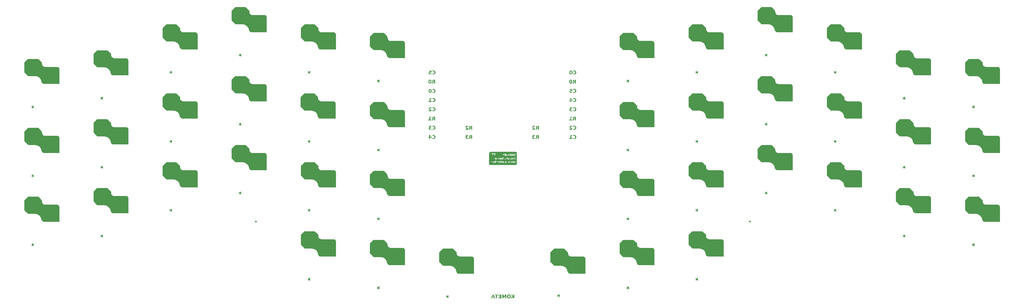
<source format=gbr>
%TF.GenerationSoftware,KiCad,Pcbnew,9.0.6*%
%TF.CreationDate,2025-12-03T13:22:53+03:00*%
%TF.ProjectId,KOMETA,4b4f4d45-5441-42e6-9b69-6361645f7063,rev?*%
%TF.SameCoordinates,Original*%
%TF.FileFunction,Legend,Bot*%
%TF.FilePolarity,Positive*%
%FSLAX46Y46*%
G04 Gerber Fmt 4.6, Leading zero omitted, Abs format (unit mm)*
G04 Created by KiCad (PCBNEW 9.0.6) date 2025-12-03 13:22:53*
%MOMM*%
%LPD*%
G01*
G04 APERTURE LIST*
%ADD10C,0.000000*%
%ADD11C,0.250000*%
%ADD12C,0.100000*%
%ADD13C,0.010000*%
G04 APERTURE END LIST*
D10*
G36*
X210514327Y-150396860D02*
G01*
X210430224Y-150396860D01*
X210421878Y-150396699D01*
X210417844Y-150396498D01*
X210413904Y-150396216D01*
X210410056Y-150395853D01*
X210406301Y-150395410D01*
X210402640Y-150394887D01*
X210399071Y-150394282D01*
X210395595Y-150393598D01*
X210392213Y-150392833D01*
X210388923Y-150391987D01*
X210385726Y-150391060D01*
X210382623Y-150390053D01*
X210379612Y-150388966D01*
X210376694Y-150387798D01*
X210373870Y-150386549D01*
X210371038Y-150385114D01*
X210368299Y-150383587D01*
X210365652Y-150381967D01*
X210363096Y-150380253D01*
X210360634Y-150378448D01*
X210358263Y-150376549D01*
X210355986Y-150374557D01*
X210353801Y-150372472D01*
X210351710Y-150370294D01*
X210349711Y-150368024D01*
X210347806Y-150365660D01*
X210345995Y-150363203D01*
X210344277Y-150360652D01*
X210342653Y-150358009D01*
X210341122Y-150355272D01*
X210339686Y-150352442D01*
X210338243Y-150349509D01*
X210336888Y-150346465D01*
X210335621Y-150343309D01*
X210334441Y-150340042D01*
X210333348Y-150336663D01*
X210332343Y-150333172D01*
X210331425Y-150329570D01*
X210330594Y-150325856D01*
X210329849Y-150322031D01*
X210329191Y-150318094D01*
X210328620Y-150314046D01*
X210328134Y-150309886D01*
X210327735Y-150305615D01*
X210327421Y-150301233D01*
X210327193Y-150296738D01*
X210327051Y-150292133D01*
X210326351Y-150280917D01*
X210325840Y-150270288D01*
X210325529Y-150260253D01*
X210325423Y-150250818D01*
X210325250Y-150246257D01*
X210325126Y-150241694D01*
X210325052Y-150237130D01*
X210325027Y-150232566D01*
X210325052Y-150228001D01*
X210325126Y-150223438D01*
X210325250Y-150218875D01*
X210325423Y-150214314D01*
X210325529Y-150204940D01*
X210325841Y-150195071D01*
X210326351Y-150184707D01*
X210327051Y-150173848D01*
X210327348Y-150167216D01*
X210327843Y-150160813D01*
X210328535Y-150154639D01*
X210329425Y-150148694D01*
X210330513Y-150142978D01*
X210331799Y-150137491D01*
X210333282Y-150132234D01*
X210334965Y-150127206D01*
X210336845Y-150122408D01*
X210338924Y-150117839D01*
X210341202Y-150113500D01*
X210343679Y-150109390D01*
X210346354Y-150105510D01*
X210349229Y-150101860D01*
X210352303Y-150098439D01*
X210355577Y-150095249D01*
X210358954Y-150092173D01*
X210362536Y-150089298D01*
X210366322Y-150086621D01*
X210370314Y-150084144D01*
X210374510Y-150081866D01*
X210378912Y-150079787D01*
X210383518Y-150077906D01*
X210388328Y-150076225D01*
X210393344Y-150074741D01*
X210398564Y-150073456D01*
X210403988Y-150072369D01*
X210409617Y-150071480D01*
X210415450Y-150070789D01*
X210421488Y-150070296D01*
X210427730Y-150070000D01*
X210434177Y-150069901D01*
X210514327Y-150069901D01*
X210514327Y-150396860D01*
G37*
G36*
X210116857Y-152092422D02*
G01*
X210121006Y-152092685D01*
X210125012Y-152093121D01*
X210128876Y-152093731D01*
X210132596Y-152094514D01*
X210136174Y-152095472D01*
X210139609Y-152096603D01*
X210142902Y-152097907D01*
X210146052Y-152099385D01*
X210149060Y-152101036D01*
X210151925Y-152102861D01*
X210154648Y-152104859D01*
X210157229Y-152107030D01*
X210159668Y-152109375D01*
X210161964Y-152111892D01*
X210164119Y-152114583D01*
X210166144Y-152117342D01*
X210168052Y-152120262D01*
X210169843Y-152123344D01*
X210171516Y-152126586D01*
X210173072Y-152129989D01*
X210174511Y-152133554D01*
X210175831Y-152137280D01*
X210177034Y-152141166D01*
X210178119Y-152145214D01*
X210179087Y-152149424D01*
X210179936Y-152153794D01*
X210180667Y-152158326D01*
X210181280Y-152163019D01*
X210181774Y-152167874D01*
X210182150Y-152172889D01*
X210182407Y-152178067D01*
X210182593Y-152181169D01*
X210182753Y-152184521D01*
X210182995Y-152191972D01*
X210183138Y-152200417D01*
X210183185Y-152209848D01*
X210183138Y-152219259D01*
X210182995Y-152227679D01*
X210182753Y-152235110D01*
X210182407Y-152241551D01*
X210182150Y-152246826D01*
X210181774Y-152251934D01*
X210181280Y-152256875D01*
X210180667Y-152261650D01*
X210179936Y-152266258D01*
X210179087Y-152270699D01*
X210178119Y-152274973D01*
X210177034Y-152279080D01*
X210175831Y-152283019D01*
X210174511Y-152286790D01*
X210173072Y-152290394D01*
X210171516Y-152293830D01*
X210169843Y-152297098D01*
X210168052Y-152300198D01*
X210166144Y-152303129D01*
X210164119Y-152305892D01*
X210161964Y-152308482D01*
X210159668Y-152310904D01*
X210157228Y-152313160D01*
X210154647Y-152315248D01*
X210151924Y-152317169D01*
X210149058Y-152318923D01*
X210146050Y-152320511D01*
X210142899Y-152321931D01*
X210139606Y-152323184D01*
X210136171Y-152324271D01*
X210132593Y-152325190D01*
X210128872Y-152325943D01*
X210125009Y-152326529D01*
X210121004Y-152326947D01*
X210116856Y-152327199D01*
X210112565Y-152327284D01*
X210108179Y-152327201D01*
X210103946Y-152326951D01*
X210099869Y-152326534D01*
X210095945Y-152325950D01*
X210092176Y-152325199D01*
X210088562Y-152324281D01*
X210085102Y-152323195D01*
X210081797Y-152321943D01*
X210078647Y-152320523D01*
X210075653Y-152318936D01*
X210072813Y-152317181D01*
X210070129Y-152315259D01*
X210067600Y-152313169D01*
X210065227Y-152310911D01*
X210063009Y-152308486D01*
X210060947Y-152305892D01*
X210058919Y-152303129D01*
X210057002Y-152300198D01*
X210055197Y-152297098D01*
X210053502Y-152293830D01*
X210051919Y-152290394D01*
X210050447Y-152286790D01*
X210049087Y-152283019D01*
X210047839Y-152279080D01*
X210046702Y-152274973D01*
X210045676Y-152270699D01*
X210044763Y-152266258D01*
X210043961Y-152261650D01*
X210043271Y-152256875D01*
X210042693Y-152251934D01*
X210042227Y-152246826D01*
X210041874Y-152241551D01*
X210041690Y-152238454D01*
X210041532Y-152235110D01*
X210041292Y-152227679D01*
X210041150Y-152219259D01*
X210041104Y-152209848D01*
X210041150Y-152200417D01*
X210041292Y-152191972D01*
X210041532Y-152184521D01*
X210041874Y-152178067D01*
X210042227Y-152172891D01*
X210042693Y-152167876D01*
X210043272Y-152163022D01*
X210043962Y-152158329D01*
X210044764Y-152153798D01*
X210045678Y-152149427D01*
X210046704Y-152145218D01*
X210047842Y-152141169D01*
X210049091Y-152137282D01*
X210050451Y-152133556D01*
X210051923Y-152129991D01*
X210053506Y-152126587D01*
X210055200Y-152123344D01*
X210057005Y-152120263D01*
X210058921Y-152117342D01*
X210060947Y-152114583D01*
X210061959Y-152113215D01*
X210063009Y-152111891D01*
X210064098Y-152110610D01*
X210065226Y-152109372D01*
X210066393Y-152108178D01*
X210067599Y-152107027D01*
X210068844Y-152105919D01*
X210070128Y-152104854D01*
X210071450Y-152103833D01*
X210072811Y-152102856D01*
X210074212Y-152101922D01*
X210075651Y-152101031D01*
X210077128Y-152100183D01*
X210078645Y-152099379D01*
X210080200Y-152098618D01*
X210081794Y-152097901D01*
X210085099Y-152096597D01*
X210088558Y-152095466D01*
X210092173Y-152094509D01*
X210095942Y-152093726D01*
X210099866Y-152093117D01*
X210103944Y-152092682D01*
X210108177Y-152092421D01*
X210112565Y-152092334D01*
X210116857Y-152092422D01*
G37*
G36*
X206308564Y-152092422D02*
G01*
X206312713Y-152092685D01*
X206316719Y-152093121D01*
X206320582Y-152093731D01*
X206324303Y-152094514D01*
X206327880Y-152095472D01*
X206331315Y-152096603D01*
X206334608Y-152097907D01*
X206337757Y-152099385D01*
X206340765Y-152101036D01*
X206343629Y-152102861D01*
X206346352Y-152104859D01*
X206348932Y-152107030D01*
X206351369Y-152109375D01*
X206353665Y-152111892D01*
X206355818Y-152114583D01*
X206357843Y-152117342D01*
X206359751Y-152120262D01*
X206361542Y-152123344D01*
X206363216Y-152126586D01*
X206364773Y-152129989D01*
X206366212Y-152133554D01*
X206367533Y-152137280D01*
X206368737Y-152141166D01*
X206369823Y-152145214D01*
X206370791Y-152149424D01*
X206371641Y-152153794D01*
X206372372Y-152158326D01*
X206372986Y-152163019D01*
X206373480Y-152167874D01*
X206373857Y-152172889D01*
X206374114Y-152178067D01*
X206374300Y-152181169D01*
X206374460Y-152184521D01*
X206374702Y-152191972D01*
X206374845Y-152200417D01*
X206374892Y-152209848D01*
X206374845Y-152219259D01*
X206374702Y-152227679D01*
X206374460Y-152235110D01*
X206374114Y-152241551D01*
X206373857Y-152246826D01*
X206373480Y-152251934D01*
X206372986Y-152256875D01*
X206372372Y-152261650D01*
X206371641Y-152266258D01*
X206370791Y-152270699D01*
X206369823Y-152274973D01*
X206368737Y-152279080D01*
X206367533Y-152283019D01*
X206366212Y-152286790D01*
X206364773Y-152290394D01*
X206363216Y-152293830D01*
X206361542Y-152297098D01*
X206359751Y-152300198D01*
X206357843Y-152303129D01*
X206355818Y-152305892D01*
X206353664Y-152308482D01*
X206351368Y-152310904D01*
X206348930Y-152313160D01*
X206346349Y-152315248D01*
X206343626Y-152317169D01*
X206340760Y-152318923D01*
X206337752Y-152320511D01*
X206334602Y-152321931D01*
X206331309Y-152323184D01*
X206327873Y-152324271D01*
X206324296Y-152325190D01*
X206320576Y-152325943D01*
X206316713Y-152326529D01*
X206312708Y-152326947D01*
X206308561Y-152327199D01*
X206304271Y-152327284D01*
X206299885Y-152327201D01*
X206295653Y-152326951D01*
X206291575Y-152326534D01*
X206287652Y-152325950D01*
X206283882Y-152325199D01*
X206280268Y-152324281D01*
X206276808Y-152323195D01*
X206273503Y-152321943D01*
X206270353Y-152320523D01*
X206267357Y-152318936D01*
X206264517Y-152317181D01*
X206261832Y-152315259D01*
X206259302Y-152313169D01*
X206256928Y-152310911D01*
X206254709Y-152308486D01*
X206252646Y-152305892D01*
X206250618Y-152303129D01*
X206248701Y-152300198D01*
X206246896Y-152297098D01*
X206245202Y-152293830D01*
X206243620Y-152290394D01*
X206242149Y-152286790D01*
X206240789Y-152283019D01*
X206239541Y-152279080D01*
X206238405Y-152274973D01*
X206237380Y-152270699D01*
X206236467Y-152266258D01*
X206235666Y-152261650D01*
X206234977Y-152256875D01*
X206234399Y-152251934D01*
X206233934Y-152246826D01*
X206233580Y-152241551D01*
X206233396Y-152238454D01*
X206233238Y-152235110D01*
X206232995Y-152227679D01*
X206232850Y-152219259D01*
X206232803Y-152209848D01*
X206232849Y-152200417D01*
X206232992Y-152191972D01*
X206233234Y-152184521D01*
X206233580Y-152178067D01*
X206233934Y-152172891D01*
X206234400Y-152167876D01*
X206234978Y-152163022D01*
X206235667Y-152158329D01*
X206236469Y-152153798D01*
X206237382Y-152149427D01*
X206238408Y-152145218D01*
X206239544Y-152141169D01*
X206240793Y-152137282D01*
X206242152Y-152133556D01*
X206243623Y-152129991D01*
X206245206Y-152126587D01*
X206246899Y-152123344D01*
X206248704Y-152120263D01*
X206250619Y-152117342D01*
X206252646Y-152114583D01*
X206253658Y-152113215D01*
X206254709Y-152111891D01*
X206255799Y-152110610D01*
X206256928Y-152109372D01*
X206258095Y-152108178D01*
X206259302Y-152107027D01*
X206260547Y-152105919D01*
X206261831Y-152104854D01*
X206263154Y-152103833D01*
X206264516Y-152102856D01*
X206265916Y-152101922D01*
X206267355Y-152101031D01*
X206268833Y-152100183D01*
X206270350Y-152099379D01*
X206271906Y-152098618D01*
X206273500Y-152097901D01*
X206276805Y-152096597D01*
X206280264Y-152095466D01*
X206283879Y-152094509D01*
X206287648Y-152093726D01*
X206291572Y-152093117D01*
X206295651Y-152092682D01*
X206299884Y-152092421D01*
X206304271Y-152092334D01*
X206308564Y-152092422D01*
G37*
G36*
X208726664Y-151149410D02*
G01*
X208729817Y-151149540D01*
X208732890Y-151149756D01*
X208735882Y-151150058D01*
X208738795Y-151150447D01*
X208741628Y-151150923D01*
X208744380Y-151151485D01*
X208747051Y-151152134D01*
X208749642Y-151152870D01*
X208752152Y-151153693D01*
X208754582Y-151154602D01*
X208756931Y-151155599D01*
X208759199Y-151156682D01*
X208761385Y-151157853D01*
X208763491Y-151159111D01*
X208765516Y-151160456D01*
X208767366Y-151161875D01*
X208769150Y-151163357D01*
X208770866Y-151164901D01*
X208772515Y-151166507D01*
X208774096Y-151168175D01*
X208775610Y-151169905D01*
X208777055Y-151171697D01*
X208778433Y-151173551D01*
X208779742Y-151175466D01*
X208780983Y-151177444D01*
X208782156Y-151179484D01*
X208783260Y-151181586D01*
X208784295Y-151183749D01*
X208785261Y-151185974D01*
X208786159Y-151188261D01*
X208786987Y-151190610D01*
X208788500Y-151195434D01*
X208789862Y-151200384D01*
X208791073Y-151205460D01*
X208792134Y-151210661D01*
X208793047Y-151215986D01*
X208793811Y-151221434D01*
X208794429Y-151227004D01*
X208794900Y-151232695D01*
X208795421Y-151238848D01*
X208795793Y-151245001D01*
X208796017Y-151251155D01*
X208796091Y-151257309D01*
X208796017Y-151263463D01*
X208795793Y-151269617D01*
X208795421Y-151275770D01*
X208794900Y-151281923D01*
X208794429Y-151287616D01*
X208793811Y-151293186D01*
X208793047Y-151298633D01*
X208792134Y-151303957D01*
X208791073Y-151309156D01*
X208789862Y-151314232D01*
X208788500Y-151319182D01*
X208786987Y-151324008D01*
X208786159Y-151326358D01*
X208785262Y-151328646D01*
X208784296Y-151330872D01*
X208783261Y-151333036D01*
X208782158Y-151335138D01*
X208780986Y-151337177D01*
X208779745Y-151339155D01*
X208778436Y-151341070D01*
X208777059Y-151342924D01*
X208775613Y-151344715D01*
X208774100Y-151346445D01*
X208772518Y-151348112D01*
X208770869Y-151349718D01*
X208769152Y-151351261D01*
X208767368Y-151352743D01*
X208765516Y-151354162D01*
X208763491Y-151355507D01*
X208761385Y-151356765D01*
X208759199Y-151357936D01*
X208756931Y-151359019D01*
X208754582Y-151360016D01*
X208752152Y-151360925D01*
X208749642Y-151361748D01*
X208747051Y-151362484D01*
X208744380Y-151363133D01*
X208741628Y-151363695D01*
X208738795Y-151364171D01*
X208735882Y-151364560D01*
X208732890Y-151364862D01*
X208729817Y-151365078D01*
X208726664Y-151365208D01*
X208723431Y-151365251D01*
X208720108Y-151365206D01*
X208716878Y-151365076D01*
X208713742Y-151364859D01*
X208710698Y-151364555D01*
X208707748Y-151364166D01*
X208704890Y-151363690D01*
X208702126Y-151363127D01*
X208699454Y-151362478D01*
X208696875Y-151361742D01*
X208694389Y-151360920D01*
X208691995Y-151360011D01*
X208689695Y-151359015D01*
X208687487Y-151357932D01*
X208685371Y-151356762D01*
X208683348Y-151355506D01*
X208681418Y-151354162D01*
X208679468Y-151352651D01*
X208677586Y-151351089D01*
X208675772Y-151349477D01*
X208674026Y-151347815D01*
X208672348Y-151346104D01*
X208670738Y-151344343D01*
X208669196Y-151342532D01*
X208667723Y-151340672D01*
X208666317Y-151338762D01*
X208664980Y-151336802D01*
X208663711Y-151334793D01*
X208662510Y-151332734D01*
X208661378Y-151330627D01*
X208660314Y-151328470D01*
X208659318Y-151326263D01*
X208658391Y-151324008D01*
X208657428Y-151321715D01*
X208656519Y-151319397D01*
X208655666Y-151317053D01*
X208654868Y-151314685D01*
X208654125Y-151312291D01*
X208653438Y-151309872D01*
X208652807Y-151307428D01*
X208652231Y-151304959D01*
X208651710Y-151302465D01*
X208651246Y-151299947D01*
X208650838Y-151297403D01*
X208650485Y-151294836D01*
X208650188Y-151292243D01*
X208649948Y-151289627D01*
X208649764Y-151286986D01*
X208649636Y-151284320D01*
X208649290Y-151276487D01*
X208649048Y-151268848D01*
X208648905Y-151261409D01*
X208648858Y-151254174D01*
X208648905Y-151246977D01*
X208649048Y-151239678D01*
X208649290Y-151232280D01*
X208649636Y-151224789D01*
X208649763Y-151222322D01*
X208649946Y-151219880D01*
X208650186Y-151217462D01*
X208650482Y-151215069D01*
X208650834Y-151212701D01*
X208651243Y-151210358D01*
X208651707Y-151208039D01*
X208652228Y-151205745D01*
X208652804Y-151203476D01*
X208653436Y-151201231D01*
X208654124Y-151199012D01*
X208654867Y-151196817D01*
X208655665Y-151194647D01*
X208656519Y-151192501D01*
X208657428Y-151190380D01*
X208658391Y-151188284D01*
X208659415Y-151186129D01*
X208660500Y-151184028D01*
X208661647Y-151181982D01*
X208662855Y-151179991D01*
X208664125Y-151178056D01*
X208665457Y-151176177D01*
X208666851Y-151174352D01*
X208668307Y-151172584D01*
X208669825Y-151170871D01*
X208671405Y-151169215D01*
X208673046Y-151167614D01*
X208674750Y-151166070D01*
X208676516Y-151164581D01*
X208678345Y-151163150D01*
X208680235Y-151161774D01*
X208682188Y-151160456D01*
X208684209Y-151159112D01*
X208686304Y-151157855D01*
X208688473Y-151156686D01*
X208690717Y-151155603D01*
X208693035Y-151154607D01*
X208695427Y-151153698D01*
X208697894Y-151152876D01*
X208700434Y-151152140D01*
X208703049Y-151151491D01*
X208705738Y-151150928D01*
X208708501Y-151150452D01*
X208711339Y-151150063D01*
X208714250Y-151149759D01*
X208717236Y-151149542D01*
X208720297Y-151149412D01*
X208723431Y-151149367D01*
X208726664Y-151149410D01*
G37*
G36*
X208109823Y-150408020D02*
G01*
X207998746Y-150408020D01*
X207994545Y-150407943D01*
X207990473Y-150407710D01*
X207986531Y-150407322D01*
X207982719Y-150406779D01*
X207979037Y-150406081D01*
X207975484Y-150405228D01*
X207972061Y-150404220D01*
X207968768Y-150403057D01*
X207965606Y-150401739D01*
X207962573Y-150400267D01*
X207959671Y-150398639D01*
X207956900Y-150396856D01*
X207954259Y-150394918D01*
X207951748Y-150392826D01*
X207949369Y-150390579D01*
X207947120Y-150388177D01*
X207945005Y-150385674D01*
X207943027Y-150383127D01*
X207941187Y-150380536D01*
X207939483Y-150377902D01*
X207937915Y-150375224D01*
X207936485Y-150372503D01*
X207935191Y-150369738D01*
X207934034Y-150366930D01*
X207933013Y-150364078D01*
X207932129Y-150361183D01*
X207931380Y-150358245D01*
X207930768Y-150355264D01*
X207930293Y-150352240D01*
X207929953Y-150349172D01*
X207929749Y-150346062D01*
X207929681Y-150342909D01*
X207929752Y-150339472D01*
X207929965Y-150336103D01*
X207930320Y-150332803D01*
X207930817Y-150329570D01*
X207931457Y-150326405D01*
X207932239Y-150323308D01*
X207933163Y-150320279D01*
X207934229Y-150317319D01*
X207935438Y-150314426D01*
X207936790Y-150311601D01*
X207938284Y-150308845D01*
X207939921Y-150306157D01*
X207941701Y-150303537D01*
X207943624Y-150300985D01*
X207945689Y-150298501D01*
X207947898Y-150296086D01*
X207950142Y-150293779D01*
X207952512Y-150291620D01*
X207955007Y-150289610D01*
X207957626Y-150287749D01*
X207960371Y-150286036D01*
X207963240Y-150284472D01*
X207966233Y-150283057D01*
X207969351Y-150281790D01*
X207972592Y-150280673D01*
X207975958Y-150279704D01*
X207979448Y-150278884D01*
X207983061Y-150278213D01*
X207986797Y-150277691D01*
X207990657Y-150277318D01*
X207994640Y-150277094D01*
X207998746Y-150277020D01*
X208109823Y-150277020D01*
X208109823Y-150408020D01*
G37*
G36*
X208109823Y-150176251D02*
G01*
X208005873Y-150176251D01*
X208001870Y-150176186D01*
X207997997Y-150175990D01*
X207994254Y-150175665D01*
X207990640Y-150175209D01*
X207987156Y-150174623D01*
X207983802Y-150173907D01*
X207980578Y-150173060D01*
X207977485Y-150172084D01*
X207974521Y-150170977D01*
X207971688Y-150169740D01*
X207968985Y-150168373D01*
X207966413Y-150166876D01*
X207963971Y-150165248D01*
X207961660Y-150163491D01*
X207959480Y-150161603D01*
X207957431Y-150159585D01*
X207955412Y-150157465D01*
X207953524Y-150155270D01*
X207951766Y-150153000D01*
X207950139Y-150150656D01*
X207948642Y-150148237D01*
X207947275Y-150145743D01*
X207946038Y-150143175D01*
X207944932Y-150140532D01*
X207943956Y-150137815D01*
X207943109Y-150135024D01*
X207942393Y-150132158D01*
X207941807Y-150129218D01*
X207941351Y-150126205D01*
X207941025Y-150123117D01*
X207940828Y-150119955D01*
X207940762Y-150116720D01*
X207940827Y-150113581D01*
X207941022Y-150110517D01*
X207941348Y-150107526D01*
X207941804Y-150104609D01*
X207942390Y-150101766D01*
X207943106Y-150098997D01*
X207943952Y-150096302D01*
X207944929Y-150093681D01*
X207946036Y-150091135D01*
X207947273Y-150088663D01*
X207948640Y-150086266D01*
X207950138Y-150083944D01*
X207951766Y-150081697D01*
X207953524Y-150079524D01*
X207955412Y-150077427D01*
X207957431Y-150075405D01*
X207959480Y-150073387D01*
X207961660Y-150071499D01*
X207963971Y-150069741D01*
X207966413Y-150068114D01*
X207968985Y-150066616D01*
X207971688Y-150065249D01*
X207974521Y-150064012D01*
X207977485Y-150062905D01*
X207980578Y-150061929D01*
X207983802Y-150061082D01*
X207987156Y-150060366D01*
X207990640Y-150059780D01*
X207994254Y-150059325D01*
X207997997Y-150058999D01*
X208001870Y-150058804D01*
X208005873Y-150058739D01*
X208109823Y-150058739D01*
X208109823Y-150176251D01*
G37*
G36*
X204656721Y-152082063D02*
G01*
X204659327Y-152082184D01*
X204661886Y-152082386D01*
X204664396Y-152082668D01*
X204666858Y-152083030D01*
X204669270Y-152083473D01*
X204671633Y-152083997D01*
X204673947Y-152084601D01*
X204676211Y-152085286D01*
X204678425Y-152086051D01*
X204680589Y-152086897D01*
X204682703Y-152087823D01*
X204684766Y-152088830D01*
X204686778Y-152089917D01*
X204688739Y-152091085D01*
X204690649Y-152092334D01*
X204692409Y-152093659D01*
X204694118Y-152095052D01*
X204695776Y-152096513D01*
X204697385Y-152098044D01*
X204698944Y-152099642D01*
X204700452Y-152101309D01*
X204701911Y-152103043D01*
X204703321Y-152104846D01*
X204704680Y-152106717D01*
X204705991Y-152108656D01*
X204707252Y-152110663D01*
X204708463Y-152112737D01*
X204709626Y-152114879D01*
X204710739Y-152117089D01*
X204711803Y-152119366D01*
X204712819Y-152121711D01*
X204713780Y-152124115D01*
X204714680Y-152126569D01*
X204715519Y-152129073D01*
X204716297Y-152131626D01*
X204717013Y-152134228D01*
X204717669Y-152136880D01*
X204718262Y-152139582D01*
X204718794Y-152142333D01*
X204719264Y-152145134D01*
X204719671Y-152147984D01*
X204720017Y-152150884D01*
X204720300Y-152153834D01*
X204720520Y-152156833D01*
X204720678Y-152159882D01*
X204720772Y-152162981D01*
X204720804Y-152166129D01*
X204720804Y-152167756D01*
X204586629Y-152167756D01*
X204586629Y-152166129D01*
X204586752Y-152159885D01*
X204586905Y-152156836D01*
X204587121Y-152153838D01*
X204587398Y-152150888D01*
X204587736Y-152147988D01*
X204588137Y-152145137D01*
X204588599Y-152142336D01*
X204589124Y-152139585D01*
X204589710Y-152136883D01*
X204590358Y-152134230D01*
X204591069Y-152131627D01*
X204591842Y-152129073D01*
X204592677Y-152126570D01*
X204593574Y-152124115D01*
X204594534Y-152121711D01*
X204595460Y-152119365D01*
X204596455Y-152117087D01*
X204597518Y-152114876D01*
X204598650Y-152112734D01*
X204599851Y-152110659D01*
X204601119Y-152108653D01*
X204602457Y-152106714D01*
X204603862Y-152104843D01*
X204605336Y-152103041D01*
X204606877Y-152101307D01*
X204608487Y-152099640D01*
X204610165Y-152098042D01*
X204611910Y-152096513D01*
X204613724Y-152095051D01*
X204615605Y-152093658D01*
X204617553Y-152092334D01*
X204619462Y-152091085D01*
X204621422Y-152089918D01*
X204623431Y-152088831D01*
X204625490Y-152087824D01*
X204627600Y-152086898D01*
X204629759Y-152086053D01*
X204631967Y-152085288D01*
X204634226Y-152084604D01*
X204636534Y-152084000D01*
X204638891Y-152083477D01*
X204641297Y-152083034D01*
X204643753Y-152082671D01*
X204646258Y-152082389D01*
X204648811Y-152082187D01*
X204651414Y-152082065D01*
X204654065Y-152082023D01*
X204656721Y-152082063D01*
G37*
G36*
X208964131Y-152101910D02*
G01*
X208967106Y-152102040D01*
X208970015Y-152102256D01*
X208972855Y-152102558D01*
X208975629Y-152102947D01*
X208978334Y-152103423D01*
X208980972Y-152103985D01*
X208983541Y-152104634D01*
X208986042Y-152105370D01*
X208988475Y-152106193D01*
X208990839Y-152107102D01*
X208993134Y-152108099D01*
X208995361Y-152109182D01*
X208997518Y-152110353D01*
X208999606Y-152111610D01*
X209001625Y-152112955D01*
X209003579Y-152114274D01*
X209005470Y-152115649D01*
X209007300Y-152117081D01*
X209009067Y-152118569D01*
X209010771Y-152120114D01*
X209012414Y-152121715D01*
X209013994Y-152123371D01*
X209015512Y-152125084D01*
X209016968Y-152126852D01*
X209018363Y-152128676D01*
X209019695Y-152130556D01*
X209020965Y-152132491D01*
X209022174Y-152134482D01*
X209023321Y-152136528D01*
X209024406Y-152138629D01*
X209025429Y-152140785D01*
X209026392Y-152142879D01*
X209027299Y-152144999D01*
X209028152Y-152147144D01*
X209028949Y-152149315D01*
X209029692Y-152151510D01*
X209030379Y-152153730D01*
X209031010Y-152155975D01*
X209031587Y-152158245D01*
X209032107Y-152160540D01*
X209032572Y-152162859D01*
X209032981Y-152165203D01*
X209033334Y-152167571D01*
X209033631Y-152169964D01*
X209033872Y-152172381D01*
X209034056Y-152174823D01*
X209034184Y-152177289D01*
X209034530Y-152184780D01*
X209034773Y-152192178D01*
X209034915Y-152199477D01*
X209034962Y-152206674D01*
X209034915Y-152213909D01*
X209034773Y-152221348D01*
X209034530Y-152228987D01*
X209034184Y-152236820D01*
X209033884Y-152242129D01*
X209033382Y-152247339D01*
X209032680Y-152252450D01*
X209031778Y-152257462D01*
X209030678Y-152262374D01*
X209029381Y-152267186D01*
X209027888Y-152271897D01*
X209026199Y-152276508D01*
X209025272Y-152278765D01*
X209024276Y-152280972D01*
X209023212Y-152283130D01*
X209022080Y-152285238D01*
X209020879Y-152287296D01*
X209019611Y-152289305D01*
X209018274Y-152291265D01*
X209016869Y-152293174D01*
X209015395Y-152295035D01*
X209013854Y-152296845D01*
X209012245Y-152298606D01*
X209010568Y-152300316D01*
X209008823Y-152301978D01*
X209007010Y-152303589D01*
X209005129Y-152305150D01*
X209003180Y-152306662D01*
X209001156Y-152308007D01*
X208999050Y-152309265D01*
X208996863Y-152310436D01*
X208994594Y-152311519D01*
X208992245Y-152312516D01*
X208989815Y-152313425D01*
X208987303Y-152314248D01*
X208984712Y-152314984D01*
X208982039Y-152315633D01*
X208979287Y-152316195D01*
X208976454Y-152316671D01*
X208973540Y-152317060D01*
X208970547Y-152317362D01*
X208967474Y-152317578D01*
X208964321Y-152317708D01*
X208961088Y-152317751D01*
X208957766Y-152317707D01*
X208954537Y-152317576D01*
X208951401Y-152317359D01*
X208948358Y-152317055D01*
X208945408Y-152316666D01*
X208942550Y-152316190D01*
X208939786Y-152315627D01*
X208937113Y-152314978D01*
X208934534Y-152314242D01*
X208932048Y-152313420D01*
X208929654Y-152312510D01*
X208927352Y-152311515D01*
X208925144Y-152310432D01*
X208923028Y-152309262D01*
X208921005Y-152308006D01*
X208919075Y-152306662D01*
X208917224Y-152305243D01*
X208915440Y-152303761D01*
X208913724Y-152302218D01*
X208912075Y-152300612D01*
X208910494Y-152298945D01*
X208908980Y-152297215D01*
X208907535Y-152295424D01*
X208906157Y-152293570D01*
X208904848Y-152291655D01*
X208903607Y-152289677D01*
X208902434Y-152287638D01*
X208901330Y-152285536D01*
X208900295Y-152283372D01*
X208899329Y-152281146D01*
X208898431Y-152278858D01*
X208897604Y-152276508D01*
X208895907Y-152271682D01*
X208894387Y-152266732D01*
X208893044Y-152261656D01*
X208891875Y-152256457D01*
X208890879Y-152251133D01*
X208890056Y-152245686D01*
X208889403Y-152240116D01*
X208888920Y-152234423D01*
X208888574Y-152228270D01*
X208888326Y-152222117D01*
X208888178Y-152215963D01*
X208888128Y-152209809D01*
X208888178Y-152203655D01*
X208888326Y-152197501D01*
X208888574Y-152191348D01*
X208888920Y-152185195D01*
X208889403Y-152179504D01*
X208890056Y-152173934D01*
X208890879Y-152168486D01*
X208891875Y-152163161D01*
X208893044Y-152157960D01*
X208894387Y-152152884D01*
X208895907Y-152147934D01*
X208897604Y-152143110D01*
X208898431Y-152140761D01*
X208899329Y-152138474D01*
X208900295Y-152136249D01*
X208901330Y-152134086D01*
X208902434Y-152131984D01*
X208903607Y-152129944D01*
X208904848Y-152127966D01*
X208906157Y-152126050D01*
X208907535Y-152124196D01*
X208908980Y-152122405D01*
X208910494Y-152120675D01*
X208912075Y-152119007D01*
X208913724Y-152117401D01*
X208915440Y-152115857D01*
X208917224Y-152114375D01*
X208919075Y-152112955D01*
X208921005Y-152111613D01*
X208923028Y-152110358D01*
X208925144Y-152109189D01*
X208927352Y-152108106D01*
X208929654Y-152107111D01*
X208932048Y-152106202D01*
X208934534Y-152105379D01*
X208937113Y-152104643D01*
X208939786Y-152103994D01*
X208942550Y-152103430D01*
X208945408Y-152102954D01*
X208948358Y-152102564D01*
X208951401Y-152102260D01*
X208954537Y-152102043D01*
X208957766Y-152101912D01*
X208961088Y-152101867D01*
X208964131Y-152101910D01*
G37*
G36*
X209723194Y-151149414D02*
G01*
X209726348Y-151149554D01*
X209729422Y-151149788D01*
X209732415Y-151150116D01*
X209735328Y-151150537D01*
X209738160Y-151151051D01*
X209740912Y-151151659D01*
X209743583Y-151152359D01*
X209746174Y-151153153D01*
X209748684Y-151154040D01*
X209751113Y-151155019D01*
X209753461Y-151156091D01*
X209755729Y-151157256D01*
X209757915Y-151158513D01*
X209760020Y-151159863D01*
X209762045Y-151161305D01*
X209763994Y-151162721D01*
X209765875Y-151164192D01*
X209767688Y-151165718D01*
X209769433Y-151167299D01*
X209771111Y-151168936D01*
X209772721Y-151170628D01*
X209774263Y-151172375D01*
X209775737Y-151174178D01*
X209777143Y-151176036D01*
X209778481Y-151177950D01*
X209779750Y-151179920D01*
X209780951Y-151181946D01*
X209782084Y-151184028D01*
X209783149Y-151186166D01*
X209784144Y-151188360D01*
X209785072Y-151190610D01*
X209785939Y-151192903D01*
X209786758Y-151195221D01*
X209787528Y-151197565D01*
X209788249Y-151199933D01*
X209788922Y-151202327D01*
X209789545Y-151204746D01*
X209790120Y-151207190D01*
X209790645Y-151209659D01*
X209791120Y-151212153D01*
X209791547Y-151214671D01*
X209791923Y-151217215D01*
X209792250Y-151219782D01*
X209792527Y-151222375D01*
X209792754Y-151224991D01*
X209792930Y-151227632D01*
X209793057Y-151230298D01*
X209793398Y-151237786D01*
X209793638Y-151245182D01*
X209793780Y-151252481D01*
X209793827Y-151259674D01*
X209793780Y-151266914D01*
X209793638Y-151274356D01*
X209793398Y-151281995D01*
X209793057Y-151289829D01*
X209792929Y-151292300D01*
X209792745Y-151294753D01*
X209792504Y-151297190D01*
X209792208Y-151299608D01*
X209791855Y-151302009D01*
X209791446Y-151304391D01*
X209790982Y-151306756D01*
X209790461Y-151309102D01*
X209789885Y-151311430D01*
X209789253Y-151313739D01*
X209788565Y-151316029D01*
X209787822Y-151318300D01*
X209787023Y-151320552D01*
X209786169Y-151322785D01*
X209785259Y-151324997D01*
X209784294Y-151327191D01*
X209783271Y-151329250D01*
X209782187Y-151331265D01*
X209781040Y-151333238D01*
X209779831Y-151335167D01*
X209778560Y-151337052D01*
X209777227Y-151338895D01*
X209775832Y-151340694D01*
X209774375Y-151342450D01*
X209772856Y-151344162D01*
X209771275Y-151345832D01*
X209769633Y-151347458D01*
X209767929Y-151349041D01*
X209766163Y-151350580D01*
X209764336Y-151352077D01*
X209762447Y-151353530D01*
X209760497Y-151354940D01*
X209758478Y-151356189D01*
X209756390Y-151357357D01*
X209754232Y-151358444D01*
X209752006Y-151359451D01*
X209749710Y-151360378D01*
X209747345Y-151361223D01*
X209744912Y-151361989D01*
X209742411Y-151362673D01*
X209739841Y-151363277D01*
X209737203Y-151363801D01*
X209734498Y-151364244D01*
X209731725Y-151364607D01*
X209728884Y-151364889D01*
X209725976Y-151365090D01*
X209723002Y-151365211D01*
X209719960Y-151365251D01*
X209716637Y-151365206D01*
X209713407Y-151365076D01*
X209710270Y-151364859D01*
X209707226Y-151364555D01*
X209704275Y-151364166D01*
X209701417Y-151363690D01*
X209698652Y-151363127D01*
X209695980Y-151362478D01*
X209693401Y-151361742D01*
X209690915Y-151360920D01*
X209688521Y-151360011D01*
X209686221Y-151359015D01*
X209684013Y-151357932D01*
X209681898Y-151356762D01*
X209679876Y-151355506D01*
X209677947Y-151354162D01*
X209676095Y-151352743D01*
X209674311Y-151351261D01*
X209672594Y-151349718D01*
X209670944Y-151348112D01*
X209669363Y-151346445D01*
X209667849Y-151344715D01*
X209666404Y-151342924D01*
X209665026Y-151341070D01*
X209663716Y-151339155D01*
X209662475Y-151337177D01*
X209661303Y-151335138D01*
X209660198Y-151333036D01*
X209659163Y-151330872D01*
X209658196Y-151328646D01*
X209657298Y-151326358D01*
X209656468Y-151324008D01*
X209654771Y-151319182D01*
X209653252Y-151314232D01*
X209651909Y-151309156D01*
X209650740Y-151303957D01*
X209649746Y-151298633D01*
X209648924Y-151293186D01*
X209648273Y-151287616D01*
X209647793Y-151281923D01*
X209647444Y-151275770D01*
X209647194Y-151269617D01*
X209647045Y-151263463D01*
X209646995Y-151257309D01*
X209647045Y-151251155D01*
X209647194Y-151245001D01*
X209647444Y-151238848D01*
X209647793Y-151232695D01*
X209648273Y-151227004D01*
X209648925Y-151221434D01*
X209649748Y-151215986D01*
X209650743Y-151210661D01*
X209651912Y-151205460D01*
X209653255Y-151200384D01*
X209654774Y-151195434D01*
X209656468Y-151190610D01*
X209657298Y-151188261D01*
X209658196Y-151185974D01*
X209659163Y-151183749D01*
X209660199Y-151181586D01*
X209661304Y-151179484D01*
X209662477Y-151177444D01*
X209663719Y-151175466D01*
X209665029Y-151173551D01*
X209666407Y-151171697D01*
X209667853Y-151169905D01*
X209669366Y-151168175D01*
X209670948Y-151166507D01*
X209672597Y-151164901D01*
X209674313Y-151163357D01*
X209676096Y-151161875D01*
X209677947Y-151160456D01*
X209679876Y-151159113D01*
X209681898Y-151157858D01*
X209684014Y-151156689D01*
X209686222Y-151155606D01*
X209688523Y-151154611D01*
X209690917Y-151153702D01*
X209693403Y-151152879D01*
X209695983Y-151152143D01*
X209698656Y-151151493D01*
X209701421Y-151150930D01*
X209704279Y-151150454D01*
X209707230Y-151150064D01*
X209710273Y-151149760D01*
X209713410Y-151149543D01*
X209716639Y-151149412D01*
X209719960Y-151149367D01*
X209723194Y-151149414D01*
G37*
G36*
X211104291Y-149736377D02*
G01*
X211106815Y-149756239D01*
X211108348Y-149776394D01*
X211108864Y-149796817D01*
X211108864Y-149975411D01*
X211108864Y-150900939D01*
X211108864Y-151070770D01*
X211108864Y-151872505D01*
X211108864Y-152023270D01*
X211108864Y-152460025D01*
X211108864Y-152654317D01*
X211108348Y-152674740D01*
X211106815Y-152694895D01*
X211104291Y-152714756D01*
X211100801Y-152734300D01*
X211096369Y-152753501D01*
X211091021Y-152772334D01*
X211084782Y-152790775D01*
X211077676Y-152808798D01*
X211069728Y-152826378D01*
X211060963Y-152843490D01*
X211051407Y-152860110D01*
X211041084Y-152876212D01*
X211030019Y-152891773D01*
X211018237Y-152906765D01*
X211005763Y-152921166D01*
X210992622Y-152934949D01*
X210978839Y-152948090D01*
X210964438Y-152960564D01*
X210949446Y-152972346D01*
X210933885Y-152983411D01*
X210917783Y-152993734D01*
X210901163Y-153003291D01*
X210884051Y-153012055D01*
X210866471Y-153020003D01*
X210848448Y-153027109D01*
X210830007Y-153033349D01*
X210811174Y-153038697D01*
X210791973Y-153043129D01*
X210772429Y-153046619D01*
X210752567Y-153049143D01*
X210732412Y-153050675D01*
X210711989Y-153051192D01*
X203885739Y-153051192D01*
X203865317Y-153050675D01*
X203845162Y-153049143D01*
X203825300Y-153046619D01*
X203805756Y-153043129D01*
X203786555Y-153038697D01*
X203767722Y-153033349D01*
X203749281Y-153027109D01*
X203731259Y-153020003D01*
X203713679Y-153012055D01*
X203696566Y-153003291D01*
X203679946Y-152993734D01*
X203663844Y-152983411D01*
X203648284Y-152972346D01*
X203633291Y-152960564D01*
X203618891Y-152948090D01*
X203605107Y-152934949D01*
X203591966Y-152921166D01*
X203579492Y-152906765D01*
X203567710Y-152891773D01*
X203556645Y-152876212D01*
X203546322Y-152860110D01*
X203536766Y-152843490D01*
X203528001Y-152826378D01*
X203520053Y-152808798D01*
X203512947Y-152790775D01*
X203506708Y-152772334D01*
X203501359Y-152753501D01*
X203496928Y-152734300D01*
X203493438Y-152714756D01*
X203490914Y-152694895D01*
X203489381Y-152674740D01*
X203488865Y-152654317D01*
X203488865Y-152020095D01*
X203975195Y-152020095D01*
X203975205Y-152020598D01*
X203975233Y-152021121D01*
X203975281Y-152021663D01*
X203975347Y-152022224D01*
X203975433Y-152022803D01*
X203975537Y-152023401D01*
X203975660Y-152024018D01*
X203975801Y-152024654D01*
X203975961Y-152025308D01*
X203976140Y-152025980D01*
X203976336Y-152026671D01*
X203976551Y-152027380D01*
X203977036Y-152028853D01*
X203977593Y-152030397D01*
X204202231Y-152550367D01*
X204202541Y-152551151D01*
X204202875Y-152551924D01*
X204203234Y-152552684D01*
X204203617Y-152553433D01*
X204204025Y-152554169D01*
X204204457Y-152554893D01*
X204204914Y-152555605D01*
X204205395Y-152556305D01*
X204205901Y-152556992D01*
X204206432Y-152557667D01*
X204206988Y-152558330D01*
X204207568Y-152558980D01*
X204208173Y-152559618D01*
X204208803Y-152560243D01*
X204209458Y-152560856D01*
X204210137Y-152561456D01*
X204210851Y-152562128D01*
X204211602Y-152562758D01*
X204212391Y-152563345D01*
X204213217Y-152563888D01*
X204214081Y-152564389D01*
X204214982Y-152564847D01*
X204215920Y-152565262D01*
X204216895Y-152565633D01*
X204217907Y-152565961D01*
X204218957Y-152566246D01*
X204220043Y-152566487D01*
X204221166Y-152566684D01*
X204222326Y-152566838D01*
X204223524Y-152566948D01*
X204224757Y-152567014D01*
X204226028Y-152567036D01*
X204313388Y-152567036D01*
X204314269Y-152567015D01*
X204315131Y-152566957D01*
X204315974Y-152566861D01*
X204316798Y-152566726D01*
X204317604Y-152566555D01*
X204318391Y-152566346D01*
X204319160Y-152566099D01*
X204319910Y-152565816D01*
X204320642Y-152565495D01*
X204321355Y-152565138D01*
X204322049Y-152564743D01*
X204322725Y-152564313D01*
X204323383Y-152563845D01*
X204324023Y-152563342D01*
X204324644Y-152562802D01*
X204325247Y-152562226D01*
X204325823Y-152561623D01*
X204326363Y-152561002D01*
X204326866Y-152560362D01*
X204327334Y-152559704D01*
X204327764Y-152559028D01*
X204328159Y-152558334D01*
X204328516Y-152557621D01*
X204328837Y-152556889D01*
X204329120Y-152556139D01*
X204329367Y-152555370D01*
X204329576Y-152554583D01*
X204329747Y-152553777D01*
X204329881Y-152552953D01*
X204329978Y-152552110D01*
X204330036Y-152551248D01*
X204330057Y-152550367D01*
X204330057Y-152545565D01*
X204329844Y-152544956D01*
X204329605Y-152544320D01*
X204329341Y-152543659D01*
X204329051Y-152542972D01*
X204328737Y-152542260D01*
X204328398Y-152541524D01*
X204328036Y-152540766D01*
X204327651Y-152539985D01*
X204265715Y-152390768D01*
X204343239Y-152207444D01*
X204446944Y-152207444D01*
X204446944Y-152226517D01*
X204446970Y-152227593D01*
X204447046Y-152228644D01*
X204447171Y-152229671D01*
X204447346Y-152230672D01*
X204447570Y-152231650D01*
X204447844Y-152232602D01*
X204448167Y-152233531D01*
X204448540Y-152234434D01*
X204448962Y-152235313D01*
X204449433Y-152236167D01*
X204449954Y-152236996D01*
X204450525Y-152237801D01*
X204451145Y-152238581D01*
X204451815Y-152239337D01*
X204452534Y-152240067D01*
X204453302Y-152240773D01*
X204454005Y-152241446D01*
X204454727Y-152242075D01*
X204455467Y-152242662D01*
X204456227Y-152243207D01*
X204457004Y-152243708D01*
X204457801Y-152244167D01*
X204458616Y-152244582D01*
X204459450Y-152244954D01*
X204460302Y-152245283D01*
X204461173Y-152245568D01*
X204462063Y-152245810D01*
X204462971Y-152246008D01*
X204463898Y-152246162D01*
X204464843Y-152246273D01*
X204465806Y-152246339D01*
X204466788Y-152246361D01*
X204720804Y-152246361D01*
X204720804Y-152251862D01*
X204720504Y-152257555D01*
X204720002Y-152263126D01*
X204719300Y-152268574D01*
X204718398Y-152273899D01*
X204717298Y-152279100D01*
X204716001Y-152284177D01*
X204714508Y-152289129D01*
X204712819Y-152293954D01*
X204711897Y-152296302D01*
X204710913Y-152298588D01*
X204709868Y-152300812D01*
X204708761Y-152302974D01*
X204707593Y-152305075D01*
X204706363Y-152307114D01*
X204705071Y-152309092D01*
X204703717Y-152311007D01*
X204702301Y-152312861D01*
X204700823Y-152314652D01*
X204699283Y-152316382D01*
X204697681Y-152318050D01*
X204696017Y-152319656D01*
X204694290Y-152321200D01*
X204692501Y-152322681D01*
X204690649Y-152324101D01*
X204688739Y-152325448D01*
X204686778Y-152326709D01*
X204684766Y-152327885D01*
X204682703Y-152328974D01*
X204680589Y-152329976D01*
X204678425Y-152330893D01*
X204676211Y-152331722D01*
X204673947Y-152332465D01*
X204671633Y-152333121D01*
X204669270Y-152333690D01*
X204666858Y-152334172D01*
X204664396Y-152334566D01*
X204661886Y-152334874D01*
X204659327Y-152335093D01*
X204656721Y-152335225D01*
X204654065Y-152335269D01*
X204652108Y-152335248D01*
X204650194Y-152335190D01*
X204648323Y-152335094D01*
X204646496Y-152334959D01*
X204644712Y-152334788D01*
X204642972Y-152334579D01*
X204641274Y-152334332D01*
X204639621Y-152334049D01*
X204638010Y-152333728D01*
X204636442Y-152333371D01*
X204634918Y-152332976D01*
X204633437Y-152332546D01*
X204631999Y-152332078D01*
X204630604Y-152331575D01*
X204629252Y-152331035D01*
X204627943Y-152330459D01*
X204625226Y-152329058D01*
X204622630Y-152327629D01*
X204620156Y-152326174D01*
X204617804Y-152324692D01*
X204615577Y-152323185D01*
X204613474Y-152321654D01*
X204611497Y-152320099D01*
X204609648Y-152318521D01*
X204607919Y-152316781D01*
X204606287Y-152315114D01*
X204604754Y-152313521D01*
X204603318Y-152312002D01*
X204601981Y-152310557D01*
X204600743Y-152309185D01*
X204599605Y-152307887D01*
X204598566Y-152306662D01*
X204596828Y-152304778D01*
X204595995Y-152303910D01*
X204595185Y-152303091D01*
X204594400Y-152302321D01*
X204593639Y-152301601D01*
X204592903Y-152300931D01*
X204592191Y-152300309D01*
X204591504Y-152299738D01*
X204590841Y-152299216D01*
X204590204Y-152298743D01*
X204589592Y-152298321D01*
X204589005Y-152297948D01*
X204588444Y-152297625D01*
X204587908Y-152297352D01*
X204587399Y-152297129D01*
X204586785Y-152296842D01*
X204586134Y-152296572D01*
X204585447Y-152296321D01*
X204584722Y-152296087D01*
X204583961Y-152295872D01*
X204583163Y-152295674D01*
X204582327Y-152295495D01*
X204581455Y-152295334D01*
X204580546Y-152295192D01*
X204579600Y-152295069D01*
X204578616Y-152294964D01*
X204577596Y-152294878D01*
X204576538Y-152294811D01*
X204575444Y-152294763D01*
X204574312Y-152294734D01*
X204573143Y-152294724D01*
X204474694Y-152294724D01*
X204473716Y-152294745D01*
X204472762Y-152294803D01*
X204471832Y-152294899D01*
X204470927Y-152295033D01*
X204470045Y-152295204D01*
X204469188Y-152295412D01*
X204468356Y-152295658D01*
X204467548Y-152295942D01*
X204466765Y-152296262D01*
X204466007Y-152296619D01*
X204465274Y-152297013D01*
X204464565Y-152297444D01*
X204463882Y-152297912D01*
X204463225Y-152298416D01*
X204462593Y-152298957D01*
X204461986Y-152299534D01*
X204461647Y-152299786D01*
X204461320Y-152300045D01*
X204461006Y-152300312D01*
X204460704Y-152300587D01*
X204460414Y-152300869D01*
X204460137Y-152301159D01*
X204459872Y-152301457D01*
X204459619Y-152301762D01*
X204459379Y-152302075D01*
X204459151Y-152302396D01*
X204458936Y-152302724D01*
X204458733Y-152303060D01*
X204458542Y-152303404D01*
X204458363Y-152303756D01*
X204458197Y-152304115D01*
X204458043Y-152304481D01*
X204457902Y-152304856D01*
X204457772Y-152305238D01*
X204457656Y-152305628D01*
X204457551Y-152306025D01*
X204457459Y-152306430D01*
X204457379Y-152306843D01*
X204457311Y-152307264D01*
X204457256Y-152307692D01*
X204457182Y-152308571D01*
X204457157Y-152309481D01*
X204457182Y-152310422D01*
X204457256Y-152311393D01*
X204457402Y-152313101D01*
X204457641Y-152314853D01*
X204457972Y-152316649D01*
X204458397Y-152318488D01*
X204458915Y-152320371D01*
X204459525Y-152322298D01*
X204460228Y-152324268D01*
X204461025Y-152326282D01*
X204461914Y-152328339D01*
X204462896Y-152330439D01*
X204463971Y-152332582D01*
X204465139Y-152334769D01*
X204466400Y-152336998D01*
X204467754Y-152339271D01*
X204469201Y-152341587D01*
X204470741Y-152343945D01*
X204472376Y-152346327D01*
X204474102Y-152348709D01*
X204475921Y-152351092D01*
X204477833Y-152353476D01*
X204479838Y-152355860D01*
X204481935Y-152358245D01*
X204484126Y-152360630D01*
X204486409Y-152363015D01*
X204488785Y-152365400D01*
X204491254Y-152367784D01*
X204493816Y-152370169D01*
X204496471Y-152372553D01*
X204499219Y-152374937D01*
X204502061Y-152377320D01*
X204504995Y-152379703D01*
X204508023Y-152382084D01*
X204511050Y-152384341D01*
X204514178Y-152386548D01*
X204517405Y-152388706D01*
X204520733Y-152390813D01*
X204524161Y-152392871D01*
X204527688Y-152394880D01*
X204531315Y-152396839D01*
X204535042Y-152398748D01*
X204538868Y-152400608D01*
X204542792Y-152402418D01*
X204546816Y-152404179D01*
X204550939Y-152405890D01*
X204555160Y-152407551D01*
X204559479Y-152409163D01*
X204563897Y-152410726D01*
X204568412Y-152412239D01*
X204573020Y-152413679D01*
X204577721Y-152415025D01*
X204582514Y-152416278D01*
X204587401Y-152417437D01*
X204592380Y-152418503D01*
X204597453Y-152419476D01*
X204602618Y-152420355D01*
X204607876Y-152421142D01*
X204618671Y-152422436D01*
X204629838Y-152423360D01*
X204641377Y-152423913D01*
X204653287Y-152424098D01*
X204664845Y-152423899D01*
X204676106Y-152423305D01*
X204687069Y-152422313D01*
X204697735Y-152420926D01*
X204708103Y-152419141D01*
X204718173Y-152416960D01*
X204727946Y-152414383D01*
X204737421Y-152411409D01*
X204746598Y-152408038D01*
X204755478Y-152404270D01*
X204764060Y-152400105D01*
X204766516Y-152398753D01*
X204876768Y-152398753D01*
X204876790Y-152399639D01*
X204876856Y-152400513D01*
X204876966Y-152401375D01*
X204877119Y-152402224D01*
X204877317Y-152403062D01*
X204877558Y-152403888D01*
X204877843Y-152404702D01*
X204878171Y-152405503D01*
X204878542Y-152406292D01*
X204878957Y-152407068D01*
X204879415Y-152407832D01*
X204879916Y-152408584D01*
X204880460Y-152409322D01*
X204881046Y-152410048D01*
X204881676Y-152410761D01*
X204882348Y-152411461D01*
X204882955Y-152412036D01*
X204883587Y-152412574D01*
X204884245Y-152413074D01*
X204884927Y-152413536D01*
X204885636Y-152413962D01*
X204886369Y-152414350D01*
X204887127Y-152414700D01*
X204887910Y-152415014D01*
X204888718Y-152415291D01*
X204889551Y-152415530D01*
X204890407Y-152415732D01*
X204891289Y-152415898D01*
X204892194Y-152416027D01*
X204893124Y-152416118D01*
X204894078Y-152416173D01*
X204895056Y-152416192D01*
X205003808Y-152416192D01*
X205005268Y-152416176D01*
X205006680Y-152416130D01*
X205008042Y-152416053D01*
X205009354Y-152415946D01*
X205010618Y-152415807D01*
X205011832Y-152415638D01*
X205012996Y-152415438D01*
X205014112Y-152415207D01*
X205015177Y-152414944D01*
X205016194Y-152414651D01*
X205017161Y-152414327D01*
X205018079Y-152413972D01*
X205018947Y-152413585D01*
X205019765Y-152413168D01*
X205020535Y-152412719D01*
X205021254Y-152412239D01*
X205022629Y-152411048D01*
X205023979Y-152409856D01*
X205025305Y-152408664D01*
X205026605Y-152407472D01*
X205027881Y-152406280D01*
X205029132Y-152405088D01*
X205030357Y-152403897D01*
X205031557Y-152402706D01*
X205156978Y-152251862D01*
X205156978Y-152396348D01*
X205157003Y-152397426D01*
X205157077Y-152398479D01*
X205157202Y-152399507D01*
X205157376Y-152400510D01*
X205157600Y-152401488D01*
X205157874Y-152402441D01*
X205158197Y-152403368D01*
X205158570Y-152404272D01*
X205158993Y-152405150D01*
X205159465Y-152406004D01*
X205159986Y-152406833D01*
X205160557Y-152407637D01*
X205161178Y-152408417D01*
X205161848Y-152409173D01*
X205162567Y-152409904D01*
X205163336Y-152410612D01*
X205164040Y-152411285D01*
X205164762Y-152411916D01*
X205165504Y-152412503D01*
X205166263Y-152413047D01*
X205167041Y-152413548D01*
X205167838Y-152414006D01*
X205168653Y-152414421D01*
X205169486Y-152414792D01*
X205170338Y-152415119D01*
X205171208Y-152415404D01*
X205172098Y-152415644D01*
X205173005Y-152415841D01*
X205173931Y-152415994D01*
X205174876Y-152416104D01*
X205175839Y-152416170D01*
X205176821Y-152416192D01*
X205268912Y-152416192D01*
X205269989Y-152416170D01*
X205271041Y-152416104D01*
X205272068Y-152415994D01*
X205273071Y-152415840D01*
X205274048Y-152415643D01*
X205275001Y-152415401D01*
X205275929Y-152415117D01*
X205276833Y-152414789D01*
X205277712Y-152414417D01*
X205278566Y-152414003D01*
X205279395Y-152413545D01*
X205280200Y-152413044D01*
X205280981Y-152412500D01*
X205281737Y-152411913D01*
X205282469Y-152411284D01*
X205283176Y-152410612D01*
X205283848Y-152409904D01*
X205284478Y-152409173D01*
X205285064Y-152408417D01*
X205285608Y-152407637D01*
X205286109Y-152406833D01*
X205286567Y-152406004D01*
X205286981Y-152405150D01*
X205287353Y-152404272D01*
X205287681Y-152403368D01*
X205287965Y-152402441D01*
X205288206Y-152401488D01*
X205288404Y-152400510D01*
X205288557Y-152399507D01*
X205288667Y-152398479D01*
X205288733Y-152397426D01*
X205288755Y-152396348D01*
X205288755Y-152170939D01*
X205377664Y-152170939D01*
X205377664Y-152396348D01*
X205377689Y-152397426D01*
X205377764Y-152398479D01*
X205377889Y-152399507D01*
X205378064Y-152400510D01*
X205378288Y-152401488D01*
X205378562Y-152402441D01*
X205378886Y-152403368D01*
X205379259Y-152404272D01*
X205379682Y-152405150D01*
X205380154Y-152406004D01*
X205380676Y-152406833D01*
X205381247Y-152407637D01*
X205381867Y-152408417D01*
X205382536Y-152409173D01*
X205383254Y-152409904D01*
X205384022Y-152410612D01*
X205384725Y-152411284D01*
X205385446Y-152411913D01*
X205386187Y-152412500D01*
X205386946Y-152413044D01*
X205387724Y-152413545D01*
X205388520Y-152414003D01*
X205389336Y-152414417D01*
X205390169Y-152414789D01*
X205391022Y-152415117D01*
X205391893Y-152415401D01*
X205392782Y-152415643D01*
X205393690Y-152415840D01*
X205394617Y-152415994D01*
X205395562Y-152416104D01*
X205396526Y-152416170D01*
X205397507Y-152416192D01*
X205489599Y-152416192D01*
X205490681Y-152416170D01*
X205491745Y-152416104D01*
X205492791Y-152415994D01*
X205493820Y-152415840D01*
X205494830Y-152415643D01*
X205495822Y-152415401D01*
X205496795Y-152415117D01*
X205497750Y-152414789D01*
X205498687Y-152414417D01*
X205499605Y-152414003D01*
X205500504Y-152413545D01*
X205501384Y-152413044D01*
X205502244Y-152412500D01*
X205503086Y-152411913D01*
X205503909Y-152411284D01*
X205504712Y-152410612D01*
X205505380Y-152409906D01*
X205506005Y-152409175D01*
X205506587Y-152408419D01*
X205507125Y-152407638D01*
X205507619Y-152406833D01*
X205508070Y-152406003D01*
X205508478Y-152405148D01*
X205508843Y-152404269D01*
X205509164Y-152403365D01*
X205509443Y-152402436D01*
X205509678Y-152401482D01*
X205509870Y-152400504D01*
X205510020Y-152399502D01*
X205510126Y-152398475D01*
X205510190Y-152397424D01*
X205510212Y-152396348D01*
X205510212Y-152176519D01*
X205510338Y-152169755D01*
X205510495Y-152166512D01*
X205510715Y-152163360D01*
X205510998Y-152160301D01*
X205511343Y-152157334D01*
X205511750Y-152154461D01*
X205512219Y-152151680D01*
X205512751Y-152148992D01*
X205513344Y-152146397D01*
X205513999Y-152143896D01*
X205514716Y-152141489D01*
X205515495Y-152139175D01*
X205516334Y-152136956D01*
X205517235Y-152134830D01*
X205518197Y-152132799D01*
X205519211Y-152130756D01*
X205520268Y-152128786D01*
X205521368Y-152126890D01*
X205522510Y-152125068D01*
X205523695Y-152123321D01*
X205524923Y-152121647D01*
X205526195Y-152120048D01*
X205527509Y-152118523D01*
X205528867Y-152117072D01*
X205530268Y-152115696D01*
X205531712Y-152114394D01*
X205533200Y-152113166D01*
X205534732Y-152112014D01*
X205536307Y-152110935D01*
X205537926Y-152109932D01*
X205539589Y-152109003D01*
X205541290Y-152108138D01*
X205543023Y-152107329D01*
X205544786Y-152106576D01*
X205546581Y-152105880D01*
X205548406Y-152105239D01*
X205550262Y-152104654D01*
X205552149Y-152104125D01*
X205554067Y-152103652D01*
X205556016Y-152103234D01*
X205557995Y-152102872D01*
X205560006Y-152102566D01*
X205562047Y-152102316D01*
X205564120Y-152102120D01*
X205566223Y-152101980D01*
X205568357Y-152101896D01*
X205570522Y-152101867D01*
X205572306Y-152101895D01*
X205574092Y-152101978D01*
X205575879Y-152102117D01*
X205577666Y-152102312D01*
X205579455Y-152102563D01*
X205581243Y-152102869D01*
X205583032Y-152103231D01*
X205584821Y-152103649D01*
X205586610Y-152104123D01*
X205588398Y-152104652D01*
X205590187Y-152105237D01*
X205591975Y-152105879D01*
X205593763Y-152106576D01*
X205595549Y-152107329D01*
X205597335Y-152108138D01*
X205599120Y-152109003D01*
X205600788Y-152109933D01*
X205602420Y-152110937D01*
X205604015Y-152112016D01*
X205605573Y-152113169D01*
X205607094Y-152114396D01*
X205608578Y-152115697D01*
X205610025Y-152117073D01*
X205611435Y-152118523D01*
X205612808Y-152120047D01*
X205614144Y-152121646D01*
X205615442Y-152123319D01*
X205616703Y-152125066D01*
X205617926Y-152126888D01*
X205619112Y-152128784D01*
X205620259Y-152130754D01*
X205621369Y-152132799D01*
X205622331Y-152134830D01*
X205623229Y-152136956D01*
X205624065Y-152139175D01*
X205624838Y-152141489D01*
X205625549Y-152143896D01*
X205626197Y-152146397D01*
X205626783Y-152148992D01*
X205627307Y-152151680D01*
X205627769Y-152154461D01*
X205628169Y-152157334D01*
X205628507Y-152160301D01*
X205628784Y-152163360D01*
X205628998Y-152166512D01*
X205629152Y-152169755D01*
X205629244Y-152173091D01*
X205629274Y-152176519D01*
X205629274Y-152396348D01*
X205629296Y-152397426D01*
X205629362Y-152398479D01*
X205629472Y-152399507D01*
X205629626Y-152400510D01*
X205629824Y-152401488D01*
X205630065Y-152402441D01*
X205630349Y-152403368D01*
X205630677Y-152404272D01*
X205631049Y-152405150D01*
X205631464Y-152406004D01*
X205631921Y-152406833D01*
X205632422Y-152407637D01*
X205632966Y-152408417D01*
X205633553Y-152409173D01*
X205634183Y-152409904D01*
X205634855Y-152410612D01*
X205635562Y-152411284D01*
X205636294Y-152411913D01*
X205637050Y-152412500D01*
X205637830Y-152413044D01*
X205638635Y-152413545D01*
X205639465Y-152414003D01*
X205640319Y-152414417D01*
X205641198Y-152414789D01*
X205642101Y-152415117D01*
X205643029Y-152415401D01*
X205643982Y-152415643D01*
X205644960Y-152415840D01*
X205645962Y-152415994D01*
X205646989Y-152416104D01*
X205648041Y-152416170D01*
X205649118Y-152416192D01*
X205741209Y-152416192D01*
X205742287Y-152416170D01*
X205743340Y-152416104D01*
X205744368Y-152415994D01*
X205745371Y-152415840D01*
X205746349Y-152415643D01*
X205747302Y-152415401D01*
X205748230Y-152415117D01*
X205749133Y-152414789D01*
X205750011Y-152414417D01*
X205750865Y-152414003D01*
X205751694Y-152413545D01*
X205752499Y-152413044D01*
X205753279Y-152412500D01*
X205754034Y-152411913D01*
X205754766Y-152411284D01*
X205755473Y-152410612D01*
X205756145Y-152409904D01*
X205756775Y-152409173D01*
X205757362Y-152408417D01*
X205757905Y-152407637D01*
X205758406Y-152406833D01*
X205758864Y-152406004D01*
X205759279Y-152405150D01*
X205759650Y-152404272D01*
X205759978Y-152403368D01*
X205760263Y-152402441D01*
X205760504Y-152401488D01*
X205760701Y-152400510D01*
X205760855Y-152399507D01*
X205760965Y-152398479D01*
X205761031Y-152397426D01*
X205761053Y-152396348D01*
X205761053Y-152176519D01*
X205761087Y-152173091D01*
X205761191Y-152169755D01*
X205761362Y-152166512D01*
X205761603Y-152163360D01*
X205761912Y-152160301D01*
X205762289Y-152157334D01*
X205762735Y-152154461D01*
X205763249Y-152151680D01*
X205763831Y-152148992D01*
X205764481Y-152146397D01*
X205765199Y-152143896D01*
X205765986Y-152141489D01*
X205766840Y-152139175D01*
X205767761Y-152136956D01*
X205768751Y-152134830D01*
X205769808Y-152132799D01*
X205770917Y-152130757D01*
X205772063Y-152128788D01*
X205773245Y-152126893D01*
X205774464Y-152125072D01*
X205775720Y-152123324D01*
X205777012Y-152121651D01*
X205778342Y-152120051D01*
X205779708Y-152118526D01*
X205781112Y-152117075D01*
X205782552Y-152115698D01*
X205784030Y-152114395D01*
X205785545Y-152113167D01*
X205787097Y-152112014D01*
X205788686Y-152110936D01*
X205790313Y-152109932D01*
X205791978Y-152109003D01*
X205793679Y-152108138D01*
X205795405Y-152107329D01*
X205797158Y-152106576D01*
X205798936Y-152105879D01*
X205800740Y-152105237D01*
X205802569Y-152104652D01*
X205804424Y-152104123D01*
X205806303Y-152103649D01*
X205808207Y-152103231D01*
X205810135Y-152102869D01*
X205812088Y-152102563D01*
X205814065Y-152102312D01*
X205816066Y-152102117D01*
X205818091Y-152101978D01*
X205820140Y-152101895D01*
X205822211Y-152101867D01*
X205823994Y-152101896D01*
X205825777Y-152101981D01*
X205827560Y-152102121D01*
X205829343Y-152102317D01*
X205831126Y-152102568D01*
X205832909Y-152102875D01*
X205834692Y-152103237D01*
X205836475Y-152103655D01*
X205838258Y-152104128D01*
X205840041Y-152104658D01*
X205841824Y-152105243D01*
X205843607Y-152105883D01*
X205845390Y-152106579D01*
X205847173Y-152107331D01*
X205848956Y-152108139D01*
X205850739Y-152109003D01*
X205852405Y-152109933D01*
X205854035Y-152110937D01*
X205855629Y-152112016D01*
X205857186Y-152113169D01*
X205858707Y-152114396D01*
X205860190Y-152115697D01*
X205861637Y-152117073D01*
X205863047Y-152118523D01*
X205864419Y-152120047D01*
X205865755Y-152121646D01*
X205867053Y-152123319D01*
X205868314Y-152125066D01*
X205869537Y-152126888D01*
X205870722Y-152128784D01*
X205871870Y-152130754D01*
X205872980Y-152132799D01*
X205873941Y-152134827D01*
X205874839Y-152136941D01*
X205875675Y-152139143D01*
X205876448Y-152141432D01*
X205877159Y-152143808D01*
X205877808Y-152146271D01*
X205878394Y-152148820D01*
X205878918Y-152151456D01*
X205879380Y-152154179D01*
X205879780Y-152156989D01*
X205880118Y-152159885D01*
X205880395Y-152162868D01*
X205880609Y-152165937D01*
X205880763Y-152169092D01*
X205880855Y-152172334D01*
X205880885Y-152175662D01*
X205880885Y-152396348D01*
X205880910Y-152397425D01*
X205880986Y-152398477D01*
X205881111Y-152399505D01*
X205881286Y-152400508D01*
X205881511Y-152401486D01*
X205881786Y-152402439D01*
X205882110Y-152403368D01*
X205882484Y-152404272D01*
X205882907Y-152405151D01*
X205883379Y-152406005D01*
X205883901Y-152406835D01*
X205884472Y-152407640D01*
X205885091Y-152408420D01*
X205885760Y-152409175D01*
X205886477Y-152409906D01*
X205887243Y-152410612D01*
X205887951Y-152411285D01*
X205888685Y-152411916D01*
X205889445Y-152412503D01*
X205890230Y-152413047D01*
X205891040Y-152413548D01*
X205891876Y-152414006D01*
X205892737Y-152414421D01*
X205893623Y-152414792D01*
X205894533Y-152415119D01*
X205895468Y-152415404D01*
X205896428Y-152415644D01*
X205897412Y-152415841D01*
X205898420Y-152415994D01*
X205899452Y-152416104D01*
X205900507Y-152416170D01*
X205901587Y-152416192D01*
X205995226Y-152416192D01*
X205996302Y-152416170D01*
X205997354Y-152416104D01*
X205998381Y-152415994D01*
X205999384Y-152415840D01*
X206000361Y-152415643D01*
X206001314Y-152415401D01*
X206002242Y-152415117D01*
X206003146Y-152414789D01*
X206004025Y-152414417D01*
X206004879Y-152414003D01*
X206005708Y-152413545D01*
X206006513Y-152413044D01*
X206007294Y-152412500D01*
X206008050Y-152411913D01*
X206008782Y-152411284D01*
X206009489Y-152410612D01*
X206010161Y-152409904D01*
X206010791Y-152409173D01*
X206011377Y-152408417D01*
X206011921Y-152407637D01*
X206012422Y-152406833D01*
X206012880Y-152406004D01*
X206013295Y-152405150D01*
X206013666Y-152404272D01*
X206013994Y-152403368D01*
X206014279Y-152402441D01*
X206014520Y-152401488D01*
X206014717Y-152400510D01*
X206014871Y-152399507D01*
X206014981Y-152398479D01*
X206015047Y-152397426D01*
X206015069Y-152396348D01*
X206015069Y-152209848D01*
X206093126Y-152209848D01*
X206093173Y-152219503D01*
X206093315Y-152228664D01*
X206093555Y-152237332D01*
X206093896Y-152245504D01*
X206094378Y-152252389D01*
X206095028Y-152259157D01*
X206095846Y-152265808D01*
X206096833Y-152272340D01*
X206097987Y-152278755D01*
X206099309Y-152285053D01*
X206100799Y-152291232D01*
X206102456Y-152297294D01*
X206104280Y-152303238D01*
X206106272Y-152309065D01*
X206108431Y-152314773D01*
X206110757Y-152320364D01*
X206113249Y-152325837D01*
X206115908Y-152331192D01*
X206118733Y-152336429D01*
X206121725Y-152341548D01*
X206124788Y-152346437D01*
X206128025Y-152351185D01*
X206131435Y-152355791D01*
X206135019Y-152360255D01*
X206138776Y-152364578D01*
X206142707Y-152368757D01*
X206146811Y-152372795D01*
X206151089Y-152376690D01*
X206155541Y-152380442D01*
X206160166Y-152384052D01*
X206164965Y-152387519D01*
X206169938Y-152390843D01*
X206175084Y-152394024D01*
X206180405Y-152397061D01*
X206185899Y-152399955D01*
X206191567Y-152402706D01*
X206197309Y-152405299D01*
X206203225Y-152407725D01*
X206209315Y-152409983D01*
X206215579Y-152412073D01*
X206222015Y-152413995D01*
X206228626Y-152415750D01*
X206235410Y-152417337D01*
X206242368Y-152418757D01*
X206249499Y-152420009D01*
X206256804Y-152421094D01*
X206264282Y-152422012D01*
X206271933Y-152422763D01*
X206279758Y-152423347D01*
X206287756Y-152423764D01*
X206295927Y-152424014D01*
X206304271Y-152424098D01*
X206312524Y-152424014D01*
X206320615Y-152423764D01*
X206328546Y-152423348D01*
X206336315Y-152422764D01*
X206343924Y-152422014D01*
X206351371Y-152421096D01*
X206358657Y-152420012D01*
X206365782Y-152418760D01*
X206372746Y-152417340D01*
X206379549Y-152415753D01*
X206386190Y-152413999D01*
X206392670Y-152412076D01*
X206398989Y-152409986D01*
X206405146Y-152407727D01*
X206411142Y-152405301D01*
X206416976Y-152402706D01*
X206422551Y-152399955D01*
X206427964Y-152397061D01*
X206433217Y-152394024D01*
X206438308Y-152390843D01*
X206443237Y-152387519D01*
X206448006Y-152384052D01*
X206452613Y-152380442D01*
X206457059Y-152376690D01*
X206461343Y-152372795D01*
X206465466Y-152368757D01*
X206469428Y-152364578D01*
X206473229Y-152360255D01*
X206476868Y-152355791D01*
X206480346Y-152351185D01*
X206483663Y-152346437D01*
X206486818Y-152341548D01*
X206489713Y-152336428D01*
X206492446Y-152331191D01*
X206494323Y-152327284D01*
X206565265Y-152327284D01*
X206565265Y-152396348D01*
X206565286Y-152397425D01*
X206565350Y-152398477D01*
X206565457Y-152399505D01*
X206565606Y-152400508D01*
X206565799Y-152401486D01*
X206566034Y-152402439D01*
X206566312Y-152403368D01*
X206566634Y-152404272D01*
X206566999Y-152405151D01*
X206567406Y-152406005D01*
X206567858Y-152406835D01*
X206568352Y-152407640D01*
X206568890Y-152408420D01*
X206569471Y-152409175D01*
X206570097Y-152409906D01*
X206570765Y-152410612D01*
X206571473Y-152411285D01*
X206572207Y-152411916D01*
X206572967Y-152412503D01*
X206573752Y-152413047D01*
X206574562Y-152413548D01*
X206575398Y-152414006D01*
X206576259Y-152414421D01*
X206577145Y-152414792D01*
X206578056Y-152415119D01*
X206578991Y-152415404D01*
X206579950Y-152415644D01*
X206580934Y-152415841D01*
X206581942Y-152415994D01*
X206582974Y-152416104D01*
X206584029Y-152416170D01*
X206585108Y-152416192D01*
X206658903Y-152416192D01*
X206671394Y-152415943D01*
X206677482Y-152415632D01*
X206683465Y-152415197D01*
X206689343Y-152414637D01*
X206695116Y-152413954D01*
X206700783Y-152413146D01*
X206706345Y-152412214D01*
X206711801Y-152411158D01*
X206717152Y-152409979D01*
X206722398Y-152408675D01*
X206727538Y-152407248D01*
X206732573Y-152405697D01*
X206737501Y-152404022D01*
X206742324Y-152402223D01*
X206747041Y-152400301D01*
X206751537Y-152398149D01*
X206755903Y-152395862D01*
X206760139Y-152393438D01*
X206764246Y-152390878D01*
X206768224Y-152388182D01*
X206772071Y-152385350D01*
X206775789Y-152382382D01*
X206779377Y-152379278D01*
X206782835Y-152376037D01*
X206786162Y-152372660D01*
X206789360Y-152369146D01*
X206792427Y-152365496D01*
X206795363Y-152361710D01*
X206798169Y-152357787D01*
X206800845Y-152353728D01*
X206803390Y-152349532D01*
X206805792Y-152345090D01*
X206808039Y-152340492D01*
X206810132Y-152335738D01*
X206812069Y-152330830D01*
X206813852Y-152325766D01*
X206815480Y-152320548D01*
X206816952Y-152315174D01*
X206818270Y-152309646D01*
X206819433Y-152303962D01*
X206820441Y-152298124D01*
X206820925Y-152294724D01*
X206938962Y-152294724D01*
X206939052Y-152299453D01*
X206939322Y-152304115D01*
X206939772Y-152308709D01*
X206940401Y-152313236D01*
X206941211Y-152317695D01*
X206942200Y-152322086D01*
X206943370Y-152326409D01*
X206944719Y-152330664D01*
X206946248Y-152334851D01*
X206947957Y-152338970D01*
X206949846Y-152343020D01*
X206951915Y-152347002D01*
X206954163Y-152350915D01*
X206956592Y-152354759D01*
X206959200Y-152358535D01*
X206961989Y-152362241D01*
X206964853Y-152365860D01*
X206967891Y-152369381D01*
X206971102Y-152372804D01*
X206974487Y-152376128D01*
X206978046Y-152379354D01*
X206981778Y-152382480D01*
X206985684Y-152385508D01*
X206989764Y-152388436D01*
X206994017Y-152391266D01*
X206998444Y-152393996D01*
X207003044Y-152396627D01*
X207007818Y-152399158D01*
X207012765Y-152401590D01*
X207017886Y-152403922D01*
X207023180Y-152406154D01*
X207028648Y-152408286D01*
X207034277Y-152410206D01*
X207040054Y-152412001D01*
X207045980Y-152413671D01*
X207052055Y-152415217D01*
X207058279Y-152416638D01*
X207064652Y-152417935D01*
X207071173Y-152419108D01*
X207077843Y-152420157D01*
X207084661Y-152421081D01*
X207091628Y-152421882D01*
X207098744Y-152422560D01*
X207106008Y-152423114D01*
X207120982Y-152423852D01*
X207136550Y-152424098D01*
X207149213Y-152423925D01*
X207161408Y-152423408D01*
X207173133Y-152422544D01*
X207184387Y-152421334D01*
X207195169Y-152419777D01*
X207205480Y-152417872D01*
X207215317Y-152415619D01*
X207224680Y-152413017D01*
X207233412Y-152409964D01*
X207241749Y-152406761D01*
X207249690Y-152403407D01*
X207257234Y-152399904D01*
X207264194Y-152396348D01*
X207399790Y-152396348D01*
X207399812Y-152397426D01*
X207399878Y-152398479D01*
X207399987Y-152399507D01*
X207400141Y-152400510D01*
X207400339Y-152401488D01*
X207400580Y-152402441D01*
X207400864Y-152403368D01*
X207401192Y-152404272D01*
X207401564Y-152405150D01*
X207401979Y-152406004D01*
X207402436Y-152406833D01*
X207402937Y-152407637D01*
X207403481Y-152408417D01*
X207404068Y-152409173D01*
X207404697Y-152409904D01*
X207405370Y-152410612D01*
X207406076Y-152411284D01*
X207406806Y-152411913D01*
X207407562Y-152412500D01*
X207408342Y-152413043D01*
X207409147Y-152413543D01*
X207409976Y-152414001D01*
X207410831Y-152414415D01*
X207411710Y-152414786D01*
X207412613Y-152415114D01*
X207413542Y-152415398D01*
X207414495Y-152415639D01*
X207415473Y-152415837D01*
X207416476Y-152415991D01*
X207417504Y-152416101D01*
X207418556Y-152416168D01*
X207419633Y-152416192D01*
X207511716Y-152416192D01*
X207512702Y-152416170D01*
X207513676Y-152416104D01*
X207514636Y-152415994D01*
X207515583Y-152415840D01*
X207516518Y-152415643D01*
X207517440Y-152415401D01*
X207518350Y-152415117D01*
X207519247Y-152414789D01*
X207520131Y-152414417D01*
X207521004Y-152414003D01*
X207521863Y-152413545D01*
X207522711Y-152413044D01*
X207523546Y-152412500D01*
X207524370Y-152411913D01*
X207525181Y-152411284D01*
X207525980Y-152410612D01*
X207526654Y-152409904D01*
X207527284Y-152409173D01*
X207527871Y-152408417D01*
X207528416Y-152407637D01*
X207528917Y-152406833D01*
X207529375Y-152406004D01*
X207529789Y-152405150D01*
X207530160Y-152404272D01*
X207530488Y-152403368D01*
X207530772Y-152402441D01*
X207531012Y-152401488D01*
X207531209Y-152400510D01*
X207531363Y-152399507D01*
X207531472Y-152398479D01*
X207531538Y-152397426D01*
X207531560Y-152396348D01*
X207531560Y-152366193D01*
X207534189Y-152369711D01*
X207536917Y-152373124D01*
X207539744Y-152376431D01*
X207542670Y-152379633D01*
X207545695Y-152382729D01*
X207548820Y-152385720D01*
X207552043Y-152388606D01*
X207555366Y-152391386D01*
X207558787Y-152394061D01*
X207562308Y-152396631D01*
X207565928Y-152399095D01*
X207569646Y-152401454D01*
X207573464Y-152403707D01*
X207577381Y-152405855D01*
X207581397Y-152407897D01*
X207585511Y-152409834D01*
X207589630Y-152411564D01*
X207593849Y-152413181D01*
X207598167Y-152414687D01*
X207602585Y-152416081D01*
X207607103Y-152417363D01*
X207611720Y-152418533D01*
X207616436Y-152419591D01*
X207621252Y-152420538D01*
X207626166Y-152421373D01*
X207631180Y-152422096D01*
X207636293Y-152422708D01*
X207641505Y-152423208D01*
X207646815Y-152423598D01*
X207652224Y-152423875D01*
X207657732Y-152424042D01*
X207663338Y-152424098D01*
X207668955Y-152424017D01*
X207674497Y-152423776D01*
X207679964Y-152423373D01*
X207685356Y-152422810D01*
X207690674Y-152422085D01*
X207695918Y-152421200D01*
X207701087Y-152420153D01*
X207706181Y-152418945D01*
X207711201Y-152417576D01*
X207716147Y-152416046D01*
X207721018Y-152414354D01*
X207725815Y-152412501D01*
X207730538Y-152410487D01*
X207735186Y-152408312D01*
X207739761Y-152405975D01*
X207744261Y-152403476D01*
X207748568Y-152400823D01*
X207752758Y-152398021D01*
X207756830Y-152395070D01*
X207760786Y-152391971D01*
X207764624Y-152388723D01*
X207768345Y-152385327D01*
X207771948Y-152381782D01*
X207775434Y-152378088D01*
X207778802Y-152374245D01*
X207782052Y-152370253D01*
X207785184Y-152366113D01*
X207788197Y-152361823D01*
X207791093Y-152357385D01*
X207793870Y-152352797D01*
X207796529Y-152348061D01*
X207799070Y-152343175D01*
X207801472Y-152338046D01*
X207803719Y-152332781D01*
X207805811Y-152327378D01*
X207807749Y-152321839D01*
X207809532Y-152316164D01*
X207811159Y-152310351D01*
X207812632Y-152304402D01*
X207813950Y-152298317D01*
X207815113Y-152292095D01*
X207816121Y-152285737D01*
X207816974Y-152279242D01*
X207817672Y-152272611D01*
X207818215Y-152265844D01*
X207818603Y-152258941D01*
X207818836Y-152251902D01*
X207818913Y-152244726D01*
X207818913Y-152141117D01*
X207886184Y-152141117D01*
X207886226Y-152142081D01*
X207886323Y-152143032D01*
X207886477Y-152143972D01*
X207886687Y-152144901D01*
X207886953Y-152145817D01*
X207887275Y-152146721D01*
X207887653Y-152147612D01*
X207888086Y-152148491D01*
X207888575Y-152149358D01*
X207889119Y-152150211D01*
X207889719Y-152151051D01*
X207890375Y-152151879D01*
X207891085Y-152152692D01*
X207891851Y-152153492D01*
X207892649Y-152154161D01*
X207893460Y-152154786D01*
X207894283Y-152155368D01*
X207895119Y-152155907D01*
X207895967Y-152156402D01*
X207896828Y-152156854D01*
X207897701Y-152157262D01*
X207898587Y-152157628D01*
X207899485Y-152157950D01*
X207900395Y-152158229D01*
X207901318Y-152158465D01*
X207902253Y-152158658D01*
X207903200Y-152158808D01*
X207904159Y-152158915D01*
X207905131Y-152158980D01*
X207906114Y-152159001D01*
X208006881Y-152159001D01*
X208007955Y-152158986D01*
X208008999Y-152158939D01*
X208010012Y-152158862D01*
X208010994Y-152158754D01*
X208011946Y-152158615D01*
X208012866Y-152158445D01*
X208013756Y-152158244D01*
X208014615Y-152158013D01*
X208015443Y-152157750D01*
X208016240Y-152157457D01*
X208017006Y-152157133D01*
X208017741Y-152156777D01*
X208018444Y-152156391D01*
X208019117Y-152155975D01*
X208019758Y-152155527D01*
X208020367Y-152155048D01*
X208020960Y-152154535D01*
X208021547Y-152153991D01*
X208022128Y-152153415D01*
X208022704Y-152152808D01*
X208023274Y-152152169D01*
X208023838Y-152151500D01*
X208024396Y-152150799D01*
X208024948Y-152150067D01*
X208025494Y-152149305D01*
X208026033Y-152148512D01*
X208026566Y-152147688D01*
X208027092Y-152146833D01*
X208027612Y-152145948D01*
X208028125Y-152145032D01*
X208028631Y-152144086D01*
X208029130Y-152143110D01*
X208030341Y-152140096D01*
X208031595Y-152137192D01*
X208032892Y-152134400D01*
X208034233Y-152131719D01*
X208035618Y-152129149D01*
X208037045Y-152126691D01*
X208038516Y-152124343D01*
X208040030Y-152122107D01*
X208041588Y-152119983D01*
X208043189Y-152117969D01*
X208044833Y-152116067D01*
X208046521Y-152114276D01*
X208048252Y-152112596D01*
X208050026Y-152111028D01*
X208051844Y-152109571D01*
X208053705Y-152108225D01*
X208055525Y-152106976D01*
X208057415Y-152105808D01*
X208059374Y-152104721D01*
X208061402Y-152103714D01*
X208063499Y-152102787D01*
X208065664Y-152101942D01*
X208067898Y-152101176D01*
X208070201Y-152100492D01*
X208072571Y-152099888D01*
X208075010Y-152099364D01*
X208077517Y-152098921D01*
X208080092Y-152098559D01*
X208082734Y-152098277D01*
X208085444Y-152098075D01*
X208088221Y-152097954D01*
X208091066Y-152097914D01*
X208094977Y-152097996D01*
X208098777Y-152098238D01*
X208102467Y-152098641D01*
X208106045Y-152099205D01*
X208109512Y-152099930D01*
X208112868Y-152100815D01*
X208116112Y-152101862D01*
X208119245Y-152103069D01*
X208122267Y-152104438D01*
X208125177Y-152105968D01*
X208127975Y-152107659D01*
X208130662Y-152109511D01*
X208133236Y-152111525D01*
X208135699Y-152113700D01*
X208138049Y-152116037D01*
X208140287Y-152118536D01*
X208142310Y-152121202D01*
X208144214Y-152124041D01*
X208146000Y-152127055D01*
X208147668Y-152130242D01*
X208149218Y-152133603D01*
X208150650Y-152137137D01*
X208151964Y-152140845D01*
X208153160Y-152144726D01*
X208154239Y-152148781D01*
X208155200Y-152153010D01*
X208156044Y-152157411D01*
X208156770Y-152161986D01*
X208157379Y-152166735D01*
X208157871Y-152171657D01*
X208158245Y-152176752D01*
X208158503Y-152182020D01*
X208158798Y-152197447D01*
X208158896Y-152211984D01*
X208158798Y-152225628D01*
X208158503Y-152238376D01*
X208158247Y-152243735D01*
X208157873Y-152248909D01*
X208157381Y-152253897D01*
X208156772Y-152258701D01*
X208156046Y-152263319D01*
X208155201Y-152267751D01*
X208154240Y-152271998D01*
X208153160Y-152276059D01*
X208151963Y-152279935D01*
X208150649Y-152283625D01*
X208149216Y-152287129D01*
X208147666Y-152290447D01*
X208145998Y-152293579D01*
X208144212Y-152296526D01*
X208142309Y-152299286D01*
X208140287Y-152301860D01*
X208138049Y-152304262D01*
X208135699Y-152306509D01*
X208133236Y-152308601D01*
X208130662Y-152310538D01*
X208127975Y-152312321D01*
X208125177Y-152313948D01*
X208122267Y-152315421D01*
X208119245Y-152316738D01*
X208116112Y-152317901D01*
X208112868Y-152318909D01*
X208109512Y-152319762D01*
X208106045Y-152320460D01*
X208102467Y-152321003D01*
X208098777Y-152321391D01*
X208094977Y-152321625D01*
X208091066Y-152321704D01*
X208088030Y-152321664D01*
X208085074Y-152321543D01*
X208082199Y-152321342D01*
X208079403Y-152321061D01*
X208076688Y-152320699D01*
X208074054Y-152320256D01*
X208071500Y-152319733D01*
X208069027Y-152319129D01*
X208066634Y-152318445D01*
X208064322Y-152317680D01*
X208062091Y-152316834D01*
X208059941Y-152315907D01*
X208057871Y-152314900D01*
X208055883Y-152313812D01*
X208053975Y-152312643D01*
X208052149Y-152311393D01*
X208050386Y-152310047D01*
X208048666Y-152308591D01*
X208046989Y-152307023D01*
X208045355Y-152305344D01*
X208043765Y-152303554D01*
X208042217Y-152301653D01*
X208040713Y-152299640D01*
X208039252Y-152297516D01*
X208037835Y-152295281D01*
X208036461Y-152292934D01*
X208035130Y-152290476D01*
X208033843Y-152287906D01*
X208032599Y-152285224D01*
X208031399Y-152282430D01*
X208030243Y-152279525D01*
X208029130Y-152276508D01*
X208028631Y-152275532D01*
X208028125Y-152274586D01*
X208027612Y-152273670D01*
X208027092Y-152272785D01*
X208026566Y-152271930D01*
X208026033Y-152271106D01*
X208025494Y-152270313D01*
X208024948Y-152269551D01*
X208024396Y-152268819D01*
X208023838Y-152268118D01*
X208023274Y-152267449D01*
X208022704Y-152266810D01*
X208022128Y-152266203D01*
X208021547Y-152265627D01*
X208020960Y-152265083D01*
X208020367Y-152264570D01*
X208019758Y-152264092D01*
X208019117Y-152263646D01*
X208018444Y-152263229D01*
X208017741Y-152262844D01*
X208017006Y-152262489D01*
X208016240Y-152262165D01*
X208015443Y-152261871D01*
X208014615Y-152261608D01*
X208013756Y-152261376D01*
X208012866Y-152261175D01*
X208011946Y-152261005D01*
X208010994Y-152260865D01*
X208010012Y-152260757D01*
X208008999Y-152260679D01*
X208007955Y-152260633D01*
X208006881Y-152260617D01*
X207906114Y-152260617D01*
X207905130Y-152260642D01*
X207904157Y-152260717D01*
X207903198Y-152260842D01*
X207902251Y-152261017D01*
X207901316Y-152261241D01*
X207900394Y-152261515D01*
X207899484Y-152261839D01*
X207898587Y-152262212D01*
X207897702Y-152262635D01*
X207896829Y-152263107D01*
X207895969Y-152263629D01*
X207895121Y-152264200D01*
X207894285Y-152264820D01*
X207893462Y-152265489D01*
X207892650Y-152266207D01*
X207891851Y-152266975D01*
X207891085Y-152267679D01*
X207890375Y-152268402D01*
X207889719Y-152269143D01*
X207889119Y-152269902D01*
X207888575Y-152270680D01*
X207888086Y-152271477D01*
X207887653Y-152272292D01*
X207887275Y-152273125D01*
X207886953Y-152273977D01*
X207886687Y-152274848D01*
X207886477Y-152275737D01*
X207886323Y-152276645D01*
X207886226Y-152277571D01*
X207886184Y-152278515D01*
X207886199Y-152279479D01*
X207886271Y-152280461D01*
X207886395Y-152282167D01*
X207886568Y-152283911D01*
X207886790Y-152285693D01*
X207887061Y-152287513D01*
X207887381Y-152289370D01*
X207887750Y-152291264D01*
X207888169Y-152293195D01*
X207888637Y-152295164D01*
X207889723Y-152299212D01*
X207891007Y-152303409D01*
X207892491Y-152307752D01*
X207894177Y-152312242D01*
X207895101Y-152314433D01*
X207896088Y-152316643D01*
X207898249Y-152321118D01*
X207900660Y-152325668D01*
X207903319Y-152330292D01*
X207906226Y-152334991D01*
X207909380Y-152339764D01*
X207912780Y-152344611D01*
X207916426Y-152349532D01*
X207918347Y-152352003D01*
X207920343Y-152354454D01*
X207922414Y-152356887D01*
X207924560Y-152359301D01*
X207926780Y-152361696D01*
X207929075Y-152364072D01*
X207931444Y-152366430D01*
X207933888Y-152368769D01*
X207936406Y-152371090D01*
X207938999Y-152373392D01*
X207941666Y-152375675D01*
X207944407Y-152377940D01*
X207947222Y-152380187D01*
X207950112Y-152382415D01*
X207953075Y-152384624D01*
X207956113Y-152386815D01*
X207959128Y-152388873D01*
X207962224Y-152390880D01*
X207965400Y-152392839D01*
X207968657Y-152394748D01*
X207971994Y-152396607D01*
X207975411Y-152398417D01*
X207978909Y-152400177D01*
X207982487Y-152401887D01*
X207986146Y-152403548D01*
X207989886Y-152405160D01*
X207993706Y-152406722D01*
X207997607Y-152408234D01*
X208001589Y-152409697D01*
X208005651Y-152411110D01*
X208009794Y-152412473D01*
X208014017Y-152413787D01*
X208018325Y-152415037D01*
X208022720Y-152416206D01*
X208031774Y-152418301D01*
X208041177Y-152420073D01*
X208050927Y-152421523D01*
X208061025Y-152422650D01*
X208071470Y-152423454D01*
X208082259Y-152423937D01*
X208093392Y-152424098D01*
X208100682Y-152424014D01*
X208107867Y-152423764D01*
X208114947Y-152423348D01*
X208121923Y-152422764D01*
X208128793Y-152422014D01*
X208135559Y-152421096D01*
X208142220Y-152420012D01*
X208148775Y-152418760D01*
X208155225Y-152417340D01*
X208161569Y-152415753D01*
X208167808Y-152413999D01*
X208173941Y-152412076D01*
X208179968Y-152409986D01*
X208185889Y-152407727D01*
X208191704Y-152405301D01*
X208197413Y-152402706D01*
X208202997Y-152399952D01*
X208208439Y-152397050D01*
X208213739Y-152393997D01*
X208218896Y-152390796D01*
X208223911Y-152387446D01*
X208228783Y-152383946D01*
X208233512Y-152380298D01*
X208238099Y-152376500D01*
X208242544Y-152372554D01*
X208246846Y-152368459D01*
X208251005Y-152364216D01*
X208255022Y-152359823D01*
X208258895Y-152355283D01*
X208262626Y-152350593D01*
X208266215Y-152345756D01*
X208269660Y-152340770D01*
X208272839Y-152335549D01*
X208275832Y-152330203D01*
X208278638Y-152324733D01*
X208281257Y-152319139D01*
X208283689Y-152313420D01*
X208285936Y-152307576D01*
X208287996Y-152301609D01*
X208289870Y-152295517D01*
X208291159Y-152290771D01*
X208532510Y-152290771D01*
X208532517Y-152291367D01*
X208532537Y-152291962D01*
X208532570Y-152292558D01*
X208532616Y-152293154D01*
X208532747Y-152294346D01*
X208532928Y-152295538D01*
X208533159Y-152296730D01*
X208533438Y-152297922D01*
X208533764Y-152299113D01*
X208534138Y-152300304D01*
X208594447Y-152453474D01*
X208594855Y-152454464D01*
X208595289Y-152455449D01*
X208595747Y-152456428D01*
X208596231Y-152457401D01*
X208596740Y-152458368D01*
X208597273Y-152459330D01*
X208597832Y-152460285D01*
X208598415Y-152461234D01*
X208599024Y-152462177D01*
X208599657Y-152463114D01*
X208600316Y-152464044D01*
X208600999Y-152464968D01*
X208601707Y-152465885D01*
X208602440Y-152466795D01*
X208603197Y-152467699D01*
X208603980Y-152468595D01*
X208604798Y-152469459D01*
X208605667Y-152470267D01*
X208606585Y-152471019D01*
X208607554Y-152471715D01*
X208608572Y-152472355D01*
X208609640Y-152472940D01*
X208610758Y-152473469D01*
X208611926Y-152473942D01*
X208613143Y-152474360D01*
X208614410Y-152474721D01*
X208615726Y-152475028D01*
X208617092Y-152475278D01*
X208618507Y-152475473D01*
X208619971Y-152475612D01*
X208621484Y-152475695D01*
X208623046Y-152475723D01*
X208678624Y-152475723D01*
X208679409Y-152475700D01*
X208680183Y-152475632D01*
X208680944Y-152475522D01*
X208681693Y-152475367D01*
X208682429Y-152475169D01*
X208683153Y-152474927D01*
X208683865Y-152474642D01*
X208684564Y-152474314D01*
X208685251Y-152473943D01*
X208685926Y-152473529D01*
X208686588Y-152473071D01*
X208687238Y-152472571D01*
X208687875Y-152472028D01*
X208688500Y-152471442D01*
X208689113Y-152470814D01*
X208689713Y-152470143D01*
X208690282Y-152469540D01*
X208690808Y-152468918D01*
X208691292Y-152468279D01*
X208691732Y-152467620D01*
X208692130Y-152466944D01*
X208692484Y-152466249D01*
X208692796Y-152465535D01*
X208693064Y-152464803D01*
X208693290Y-152464053D01*
X208693472Y-152463284D01*
X208693612Y-152462497D01*
X208693709Y-152461691D01*
X208693762Y-152460867D01*
X208693773Y-152460025D01*
X208693741Y-152459164D01*
X208693665Y-152458285D01*
X208669091Y-152302710D01*
X208668874Y-152301428D01*
X208668618Y-152300165D01*
X208668325Y-152298919D01*
X208667993Y-152297692D01*
X208667623Y-152296483D01*
X208667216Y-152295292D01*
X208666771Y-152294120D01*
X208666289Y-152292966D01*
X208665770Y-152291831D01*
X208665213Y-152290715D01*
X208664620Y-152289617D01*
X208663990Y-152288538D01*
X208663323Y-152287478D01*
X208662620Y-152286438D01*
X208661881Y-152285416D01*
X208661106Y-152284414D01*
X208660188Y-152283359D01*
X208659221Y-152282373D01*
X208658205Y-152281455D01*
X208657139Y-152280607D01*
X208656024Y-152279827D01*
X208654859Y-152279115D01*
X208653645Y-152278472D01*
X208652382Y-152277897D01*
X208651068Y-152277390D01*
X208649705Y-152276951D01*
X208648293Y-152276580D01*
X208646831Y-152276276D01*
X208645319Y-152276041D01*
X208643757Y-152275872D01*
X208642145Y-152275771D01*
X208640484Y-152275738D01*
X208547623Y-152275738D01*
X208546839Y-152275756D01*
X208546074Y-152275811D01*
X208545328Y-152275902D01*
X208544600Y-152276030D01*
X208543891Y-152276195D01*
X208543201Y-152276397D01*
X208542529Y-152276636D01*
X208541876Y-152276912D01*
X208541241Y-152277224D01*
X208540624Y-152277574D01*
X208540027Y-152277962D01*
X208539447Y-152278386D01*
X208538886Y-152278849D01*
X208538343Y-152279348D01*
X208537819Y-152279886D01*
X208537313Y-152280461D01*
X208536737Y-152281059D01*
X208536197Y-152281663D01*
X208535693Y-152282274D01*
X208535226Y-152282891D01*
X208534795Y-152283514D01*
X208534401Y-152284143D01*
X208534044Y-152284778D01*
X208533724Y-152285420D01*
X208533441Y-152286067D01*
X208533195Y-152286721D01*
X208532986Y-152287380D01*
X208532815Y-152288046D01*
X208532682Y-152288718D01*
X208532587Y-152289397D01*
X208532529Y-152290081D01*
X208532510Y-152290771D01*
X208291159Y-152290771D01*
X208291558Y-152289301D01*
X208293061Y-152282962D01*
X208294377Y-152276499D01*
X208295508Y-152269912D01*
X208296454Y-152263201D01*
X208297214Y-152256367D01*
X208297789Y-152249410D01*
X208298180Y-152242329D01*
X208298538Y-152235588D01*
X208298808Y-152228058D01*
X208298978Y-152219738D01*
X208299037Y-152210626D01*
X208299032Y-152209848D01*
X208748387Y-152209848D01*
X208748392Y-152210626D01*
X208748433Y-152216043D01*
X208748576Y-152222732D01*
X208748818Y-152229917D01*
X208749164Y-152237598D01*
X208749736Y-152248561D01*
X208750660Y-152259227D01*
X208751933Y-152269596D01*
X208753555Y-152279667D01*
X208755524Y-152289440D01*
X208757839Y-152298916D01*
X208760498Y-152308094D01*
X208763500Y-152316973D01*
X208765025Y-152321202D01*
X208766625Y-152325356D01*
X208768299Y-152329437D01*
X208770048Y-152333444D01*
X208771871Y-152337377D01*
X208773769Y-152341236D01*
X208775741Y-152345021D01*
X208777787Y-152348731D01*
X208779908Y-152352367D01*
X208782103Y-152355928D01*
X208784373Y-152359415D01*
X208786717Y-152362827D01*
X208789135Y-152366164D01*
X208791628Y-152369427D01*
X208794195Y-152372614D01*
X208796837Y-152375727D01*
X208799549Y-152378658D01*
X208802328Y-152381504D01*
X208805175Y-152384263D01*
X208808090Y-152386936D01*
X208811073Y-152389522D01*
X208814125Y-152392021D01*
X208817244Y-152394434D01*
X208820431Y-152396760D01*
X208823687Y-152398999D01*
X208827010Y-152401152D01*
X208830402Y-152403217D01*
X208833862Y-152405196D01*
X208837390Y-152407087D01*
X208840986Y-152408892D01*
X208844651Y-152410609D01*
X208848383Y-152412239D01*
X208852191Y-152413680D01*
X208856075Y-152415027D01*
X208860034Y-152416281D01*
X208864069Y-152417441D01*
X208868179Y-152418507D01*
X208872364Y-152419479D01*
X208876624Y-152420359D01*
X208880959Y-152421145D01*
X208885368Y-152421838D01*
X208889851Y-152422438D01*
X208894408Y-152422946D01*
X208899039Y-152423361D01*
X208903744Y-152423683D01*
X208908522Y-152423914D01*
X208913373Y-152424052D01*
X208918297Y-152424098D01*
X208923794Y-152424039D01*
X208929179Y-152423863D01*
X208934453Y-152423571D01*
X208939616Y-152423161D01*
X208944667Y-152422633D01*
X208949607Y-152421988D01*
X208954435Y-152421226D01*
X208959152Y-152420346D01*
X208963757Y-152419349D01*
X208968251Y-152418233D01*
X208972633Y-152417000D01*
X208976903Y-152415649D01*
X208981062Y-152414180D01*
X208985110Y-152412593D01*
X208989045Y-152410887D01*
X208992870Y-152409064D01*
X208996501Y-152407147D01*
X209000052Y-152405167D01*
X209003523Y-152403125D01*
X209006914Y-152401020D01*
X209010224Y-152398852D01*
X209013454Y-152396622D01*
X209016603Y-152394331D01*
X209019671Y-152391977D01*
X209022659Y-152389561D01*
X209025567Y-152387083D01*
X209028393Y-152384543D01*
X209031139Y-152381942D01*
X209033804Y-152379280D01*
X209036387Y-152376556D01*
X209038890Y-152373770D01*
X209041312Y-152370924D01*
X209041312Y-152396348D01*
X209041337Y-152397426D01*
X209041412Y-152398479D01*
X209041536Y-152399507D01*
X209041711Y-152400510D01*
X209041935Y-152401488D01*
X209042208Y-152402441D01*
X209042532Y-152403368D01*
X209042905Y-152404272D01*
X209043327Y-152405150D01*
X209043799Y-152406004D01*
X209044321Y-152406833D01*
X209044892Y-152407637D01*
X209045512Y-152408417D01*
X209046182Y-152409173D01*
X209046901Y-152409904D01*
X209047670Y-152410612D01*
X209048374Y-152411284D01*
X209049097Y-152411913D01*
X209049838Y-152412500D01*
X209050598Y-152413044D01*
X209051376Y-152413545D01*
X209052172Y-152414003D01*
X209052987Y-152414417D01*
X209053821Y-152414789D01*
X209054673Y-152415117D01*
X209055543Y-152415401D01*
X209056432Y-152415643D01*
X209057340Y-152415840D01*
X209058266Y-152415994D01*
X209059211Y-152416104D01*
X209060174Y-152416170D01*
X209061156Y-152416192D01*
X209150842Y-152416192D01*
X209151920Y-152416170D01*
X209152973Y-152416104D01*
X209154002Y-152415994D01*
X209155005Y-152415840D01*
X209155983Y-152415643D01*
X209156936Y-152415401D01*
X209157865Y-152415117D01*
X209158768Y-152414789D01*
X209159647Y-152414417D01*
X209160501Y-152414003D01*
X209161330Y-152413545D01*
X209162134Y-152413044D01*
X209162914Y-152412500D01*
X209163669Y-152411913D01*
X209164399Y-152411284D01*
X209165105Y-152410612D01*
X209165778Y-152409904D01*
X209166407Y-152409173D01*
X209166994Y-152408417D01*
X209167538Y-152407637D01*
X209168039Y-152406833D01*
X209168496Y-152406004D01*
X209168911Y-152405150D01*
X209169282Y-152404272D01*
X209169611Y-152403368D01*
X209169895Y-152402441D01*
X209170136Y-152401488D01*
X209170334Y-152400510D01*
X209170487Y-152399507D01*
X209170597Y-152398479D01*
X209170663Y-152397426D01*
X209170685Y-152396348D01*
X209170685Y-152020865D01*
X209238051Y-152020865D01*
X209238063Y-152021861D01*
X209238098Y-152022859D01*
X209238156Y-152023859D01*
X209238239Y-152024860D01*
X209238347Y-152025861D01*
X209238480Y-152026860D01*
X209238637Y-152027856D01*
X209238821Y-152028850D01*
X209353161Y-152396348D01*
X209353474Y-152397426D01*
X209353819Y-152398479D01*
X209354195Y-152399507D01*
X209354603Y-152400510D01*
X209355042Y-152401488D01*
X209355513Y-152402441D01*
X209356014Y-152403368D01*
X209356547Y-152404272D01*
X209357110Y-152405150D01*
X209357705Y-152406004D01*
X209358330Y-152406833D01*
X209358986Y-152407637D01*
X209359673Y-152408417D01*
X209360390Y-152409173D01*
X209361137Y-152409904D01*
X209361916Y-152410612D01*
X209362635Y-152411284D01*
X209363404Y-152411913D01*
X209364222Y-152412500D01*
X209365089Y-152413044D01*
X209366006Y-152413545D01*
X209366972Y-152414003D01*
X209367987Y-152414417D01*
X209369051Y-152414789D01*
X209370166Y-152415117D01*
X209371329Y-152415401D01*
X209372543Y-152415643D01*
X209373805Y-152415840D01*
X209375118Y-152415994D01*
X209376480Y-152416104D01*
X209377892Y-152416170D01*
X209379354Y-152416192D01*
X209450752Y-152416192D01*
X209452123Y-152416170D01*
X209453457Y-152416104D01*
X209454755Y-152415994D01*
X209456017Y-152415841D01*
X209457243Y-152415644D01*
X209458432Y-152415404D01*
X209459584Y-152415119D01*
X209460699Y-152414792D01*
X209461777Y-152414421D01*
X209462817Y-152414006D01*
X209463821Y-152413548D01*
X209464786Y-152413047D01*
X209465714Y-152412503D01*
X209466604Y-152411916D01*
X209467456Y-152411285D01*
X209468270Y-152410612D01*
X209469045Y-152409906D01*
X209469788Y-152409175D01*
X209470501Y-152408420D01*
X209471182Y-152407640D01*
X209471832Y-152406835D01*
X209472451Y-152406005D01*
X209473039Y-152405151D01*
X209473596Y-152404272D01*
X209474122Y-152403368D01*
X209474618Y-152402439D01*
X209475083Y-152401486D01*
X209475517Y-152400508D01*
X209475920Y-152399505D01*
X209476292Y-152398477D01*
X209476634Y-152397425D01*
X209476946Y-152396348D01*
X209549971Y-152178845D01*
X209623059Y-152396348D01*
X209623372Y-152397425D01*
X209623715Y-152398477D01*
X209624089Y-152399505D01*
X209624493Y-152400508D01*
X209624928Y-152401486D01*
X209625393Y-152402439D01*
X209625889Y-152403368D01*
X209626416Y-152404272D01*
X209626973Y-152405151D01*
X209627562Y-152406005D01*
X209628181Y-152406835D01*
X209628831Y-152407640D01*
X209629513Y-152408420D01*
X209630225Y-152409175D01*
X209630968Y-152409906D01*
X209631743Y-152410612D01*
X209632555Y-152411284D01*
X209633404Y-152411913D01*
X209634290Y-152412500D01*
X209635214Y-152413043D01*
X209636174Y-152413543D01*
X209637172Y-152414001D01*
X209638207Y-152414415D01*
X209639279Y-152414786D01*
X209640388Y-152415114D01*
X209641534Y-152415398D01*
X209642717Y-152415639D01*
X209643938Y-152415837D01*
X209645195Y-152415991D01*
X209646489Y-152416101D01*
X209647821Y-152416168D01*
X209649190Y-152416192D01*
X209720651Y-152416192D01*
X209722114Y-152416170D01*
X209723527Y-152416104D01*
X209724891Y-152415994D01*
X209726204Y-152415841D01*
X209727468Y-152415644D01*
X209728682Y-152415404D01*
X209729846Y-152415119D01*
X209730961Y-152414792D01*
X209732026Y-152414421D01*
X209733041Y-152414006D01*
X209734007Y-152413548D01*
X209734924Y-152413047D01*
X209735791Y-152412503D01*
X209736609Y-152411916D01*
X209737378Y-152411285D01*
X209738097Y-152410612D01*
X209738782Y-152409904D01*
X209739449Y-152409173D01*
X209740098Y-152408417D01*
X209740729Y-152407637D01*
X209741342Y-152406833D01*
X209741936Y-152406004D01*
X209742513Y-152405150D01*
X209743070Y-152404272D01*
X209743609Y-152403368D01*
X209744130Y-152402441D01*
X209744631Y-152401488D01*
X209745114Y-152400510D01*
X209745578Y-152399507D01*
X209746022Y-152398479D01*
X209746447Y-152397426D01*
X209746853Y-152396348D01*
X209804874Y-152209848D01*
X209901419Y-152209848D01*
X209901466Y-152219503D01*
X209901609Y-152228664D01*
X209901851Y-152237332D01*
X209902197Y-152245504D01*
X209902678Y-152252389D01*
X209903326Y-152259157D01*
X209904144Y-152265808D01*
X209905129Y-152272340D01*
X209906283Y-152278755D01*
X209907604Y-152285053D01*
X209909093Y-152291232D01*
X209910750Y-152297294D01*
X209912574Y-152303238D01*
X209914566Y-152309065D01*
X209916724Y-152314773D01*
X209919050Y-152320364D01*
X209921542Y-152325837D01*
X209924201Y-152331192D01*
X209927027Y-152336429D01*
X209930018Y-152341548D01*
X209933082Y-152346437D01*
X209936319Y-152351185D01*
X209939729Y-152355791D01*
X209943313Y-152360255D01*
X209947071Y-152364578D01*
X209951002Y-152368757D01*
X209955107Y-152372795D01*
X209959385Y-152376690D01*
X209963837Y-152380442D01*
X209968462Y-152384052D01*
X209973262Y-152387519D01*
X209978234Y-152390843D01*
X209983380Y-152394024D01*
X209988700Y-152397061D01*
X209994193Y-152399955D01*
X209999860Y-152402706D01*
X210005603Y-152405299D01*
X210011519Y-152407725D01*
X210017609Y-152409983D01*
X210023872Y-152412073D01*
X210030309Y-152413995D01*
X210036920Y-152415750D01*
X210043704Y-152417337D01*
X210050661Y-152418757D01*
X210057793Y-152420009D01*
X210065097Y-152421094D01*
X210072575Y-152422012D01*
X210080226Y-152422763D01*
X210088051Y-152423347D01*
X210096049Y-152423764D01*
X210104220Y-152424014D01*
X210112565Y-152424098D01*
X210120819Y-152424014D01*
X210128911Y-152423764D01*
X210136842Y-152423348D01*
X210144612Y-152422764D01*
X210152221Y-152422014D01*
X210159668Y-152421096D01*
X210166955Y-152420012D01*
X210174080Y-152418760D01*
X210181043Y-152417340D01*
X210187846Y-152415753D01*
X210194487Y-152413999D01*
X210200968Y-152412076D01*
X210207287Y-152409986D01*
X210213445Y-152407727D01*
X210219442Y-152405301D01*
X210225277Y-152402706D01*
X210230851Y-152399955D01*
X210236263Y-152397061D01*
X210241514Y-152394024D01*
X210246604Y-152390843D01*
X210251533Y-152387519D01*
X210256301Y-152384052D01*
X210260908Y-152380442D01*
X210265353Y-152376690D01*
X210269637Y-152372795D01*
X210273760Y-152368757D01*
X210277722Y-152364578D01*
X210281522Y-152360255D01*
X210285161Y-152355791D01*
X210288639Y-152351185D01*
X210291956Y-152346437D01*
X210295112Y-152341548D01*
X210298006Y-152336428D01*
X210300740Y-152331191D01*
X210303312Y-152325836D01*
X210305723Y-152320363D01*
X210307974Y-152314771D01*
X210310063Y-152309062D01*
X210311991Y-152303236D01*
X210313757Y-152297291D01*
X210315363Y-152291229D01*
X210316808Y-152285049D01*
X210318091Y-152278752D01*
X210319213Y-152272337D01*
X210320174Y-152265805D01*
X210320974Y-152259155D01*
X210321613Y-152252388D01*
X210322090Y-152245504D01*
X210322434Y-152237332D01*
X210322676Y-152228664D01*
X210322819Y-152219503D01*
X210322866Y-152209848D01*
X210322819Y-152199875D01*
X210322676Y-152190591D01*
X210322435Y-152182003D01*
X210322090Y-152174114D01*
X210321607Y-152167136D01*
X210320951Y-152160288D01*
X210320122Y-152153570D01*
X210319120Y-152146982D01*
X210317945Y-152140523D01*
X210316596Y-152134195D01*
X210315075Y-152127996D01*
X210313379Y-152121928D01*
X210311511Y-152115990D01*
X210309468Y-152110182D01*
X210307252Y-152104504D01*
X210304863Y-152098956D01*
X210302299Y-152093539D01*
X210299561Y-152088252D01*
X210296650Y-152083096D01*
X210293564Y-152078070D01*
X210290311Y-152073181D01*
X210286902Y-152068433D01*
X210283338Y-152063827D01*
X210279617Y-152059362D01*
X210275741Y-152055040D01*
X210271709Y-152050860D01*
X210267522Y-152046823D01*
X210263180Y-152042928D01*
X210258683Y-152039175D01*
X210254030Y-152035566D01*
X210249223Y-152032099D01*
X210244262Y-152028775D01*
X210239146Y-152025594D01*
X210235112Y-152023270D01*
X210361158Y-152023270D01*
X210361158Y-152105050D01*
X210361183Y-152106035D01*
X210361258Y-152107007D01*
X210361383Y-152107967D01*
X210361557Y-152108914D01*
X210361781Y-152109848D01*
X210362054Y-152110771D01*
X210362378Y-152111680D01*
X210362750Y-152112578D01*
X210363173Y-152113463D01*
X210363645Y-152114335D01*
X210364166Y-152115195D01*
X210364737Y-152116043D01*
X210365357Y-152116879D01*
X210366027Y-152117703D01*
X210366746Y-152118514D01*
X210367514Y-152119313D01*
X210368218Y-152119986D01*
X210368940Y-152120615D01*
X210369681Y-152121202D01*
X210370440Y-152121746D01*
X210371218Y-152122247D01*
X210372014Y-152122705D01*
X210372829Y-152123119D01*
X210373662Y-152123491D01*
X210374514Y-152123819D01*
X210375385Y-152124103D01*
X210376274Y-152124344D01*
X210377183Y-152124542D01*
X210378109Y-152124696D01*
X210379055Y-152124805D01*
X210380019Y-152124872D01*
X210381002Y-152124894D01*
X210457973Y-152124894D01*
X210461986Y-152124964D01*
X210465888Y-152125177D01*
X210469680Y-152125531D01*
X210473360Y-152126028D01*
X210476930Y-152126666D01*
X210480388Y-152127447D01*
X210483735Y-152128370D01*
X210486970Y-152129436D01*
X210490094Y-152130644D01*
X210493106Y-152131995D01*
X210496006Y-152133490D01*
X210498794Y-152135127D01*
X210501470Y-152136908D01*
X210504034Y-152138832D01*
X210506485Y-152140899D01*
X210508823Y-152143110D01*
X210510938Y-152145352D01*
X210512915Y-152147713D01*
X210514756Y-152150193D01*
X210516460Y-152152792D01*
X210518027Y-152155510D01*
X210519458Y-152158346D01*
X210520752Y-152161301D01*
X210521909Y-152164374D01*
X210522931Y-152167564D01*
X210523815Y-152170872D01*
X210524564Y-152174298D01*
X210525176Y-152177841D01*
X210525652Y-152181501D01*
X210525992Y-152185277D01*
X210526196Y-152189170D01*
X210526264Y-152193180D01*
X210526264Y-152209848D01*
X210526264Y-152396348D01*
X210526289Y-152397426D01*
X210526364Y-152398479D01*
X210526488Y-152399507D01*
X210526662Y-152400510D01*
X210526886Y-152401488D01*
X210527159Y-152402441D01*
X210527483Y-152403368D01*
X210527855Y-152404272D01*
X210528277Y-152405150D01*
X210528749Y-152406004D01*
X210529271Y-152406833D01*
X210529842Y-152407637D01*
X210530462Y-152408417D01*
X210531132Y-152409173D01*
X210531851Y-152409904D01*
X210532620Y-152410612D01*
X210533326Y-152411284D01*
X210534057Y-152411913D01*
X210534812Y-152412500D01*
X210535592Y-152413044D01*
X210536397Y-152413545D01*
X210537226Y-152414003D01*
X210538080Y-152414417D01*
X210538958Y-152414789D01*
X210539861Y-152415117D01*
X210540789Y-152415401D01*
X210541742Y-152415643D01*
X210542720Y-152415840D01*
X210543723Y-152415994D01*
X210544751Y-152416104D01*
X210545804Y-152416170D01*
X210546883Y-152416192D01*
X210645327Y-152416192D01*
X210646405Y-152416170D01*
X210647457Y-152416104D01*
X210648485Y-152415994D01*
X210649488Y-152415840D01*
X210650466Y-152415643D01*
X210651419Y-152415401D01*
X210652347Y-152415117D01*
X210653250Y-152414789D01*
X210654129Y-152414417D01*
X210654983Y-152414003D01*
X210655812Y-152413545D01*
X210656617Y-152413044D01*
X210657397Y-152412500D01*
X210658152Y-152411913D01*
X210658883Y-152411284D01*
X210659589Y-152410612D01*
X210660261Y-152409904D01*
X210660891Y-152409173D01*
X210661478Y-152408417D01*
X210662022Y-152407637D01*
X210662523Y-152406833D01*
X210662981Y-152406004D01*
X210663396Y-152405150D01*
X210663767Y-152404272D01*
X210664095Y-152403368D01*
X210664380Y-152402441D01*
X210664621Y-152401488D01*
X210664819Y-152400510D01*
X210664972Y-152399507D01*
X210665082Y-152398479D01*
X210665148Y-152397426D01*
X210665170Y-152396348D01*
X210665170Y-152023270D01*
X210665148Y-152022288D01*
X210665081Y-152021324D01*
X210664971Y-152020379D01*
X210664817Y-152019453D01*
X210664619Y-152018544D01*
X210664378Y-152017655D01*
X210664094Y-152016784D01*
X210663766Y-152015932D01*
X210663395Y-152015098D01*
X210662980Y-152014283D01*
X210662522Y-152013486D01*
X210662022Y-152012708D01*
X210661478Y-152011949D01*
X210660891Y-152011209D01*
X210660261Y-152010487D01*
X210659589Y-152009784D01*
X210658883Y-152009017D01*
X210658152Y-152008298D01*
X210657397Y-152007629D01*
X210656617Y-152007009D01*
X210655812Y-152006438D01*
X210654982Y-152005917D01*
X210654128Y-152005444D01*
X210653249Y-152005021D01*
X210652345Y-152004648D01*
X210651417Y-152004324D01*
X210650464Y-152004050D01*
X210649486Y-152003826D01*
X210648483Y-152003651D01*
X210647456Y-152003526D01*
X210646404Y-152003451D01*
X210645327Y-152003426D01*
X210554015Y-152003426D01*
X210552938Y-152003452D01*
X210551886Y-152003528D01*
X210550858Y-152003654D01*
X210549856Y-152003829D01*
X210548878Y-152004054D01*
X210547924Y-152004328D01*
X210546996Y-152004651D01*
X210546092Y-152005024D01*
X210545213Y-152005447D01*
X210544358Y-152005919D01*
X210543529Y-152006440D01*
X210542724Y-152007010D01*
X210541944Y-152007630D01*
X210541188Y-152008299D01*
X210540458Y-152009017D01*
X210539752Y-152009784D01*
X210539079Y-152010487D01*
X210538450Y-152011209D01*
X210537863Y-152011949D01*
X210537319Y-152012708D01*
X210536818Y-152013486D01*
X210536360Y-152014283D01*
X210535946Y-152015098D01*
X210535575Y-152015932D01*
X210535247Y-152016784D01*
X210534962Y-152017655D01*
X210534721Y-152018544D01*
X210534524Y-152019453D01*
X210534370Y-152020379D01*
X210534260Y-152021324D01*
X210534193Y-152022288D01*
X210534171Y-152023270D01*
X210534171Y-152055051D01*
X210531461Y-152052018D01*
X210528690Y-152049071D01*
X210525858Y-152046211D01*
X210522963Y-152043436D01*
X210520007Y-152040748D01*
X210516990Y-152038147D01*
X210513910Y-152035632D01*
X210510769Y-152033204D01*
X210507565Y-152030863D01*
X210504300Y-152028609D01*
X210500972Y-152026441D01*
X210497582Y-152024361D01*
X210494130Y-152022368D01*
X210490615Y-152020462D01*
X210487038Y-152018643D01*
X210483399Y-152016912D01*
X210479600Y-152015278D01*
X210475744Y-152013750D01*
X210471832Y-152012328D01*
X210467863Y-152011011D01*
X210463838Y-152009799D01*
X210459757Y-152008693D01*
X210455620Y-152007692D01*
X210451426Y-152006796D01*
X210447177Y-152006006D01*
X210442873Y-152005322D01*
X210438512Y-152004742D01*
X210434097Y-152004268D01*
X210429626Y-152003900D01*
X210425100Y-152003637D01*
X210420519Y-152003479D01*
X210415883Y-152003426D01*
X210381002Y-152003426D01*
X210380019Y-152003448D01*
X210379055Y-152003514D01*
X210378110Y-152003624D01*
X210377183Y-152003778D01*
X210376275Y-152003975D01*
X210375385Y-152004216D01*
X210374515Y-152004501D01*
X210373663Y-152004829D01*
X210372829Y-152005200D01*
X210372014Y-152005615D01*
X210371218Y-152006073D01*
X210370440Y-152006574D01*
X210369681Y-152007118D01*
X210368940Y-152007704D01*
X210368218Y-152008334D01*
X210367514Y-152009006D01*
X210366746Y-152009712D01*
X210366027Y-152010442D01*
X210365357Y-152011198D01*
X210364737Y-152011978D01*
X210364166Y-152012783D01*
X210363645Y-152013613D01*
X210363174Y-152014467D01*
X210362751Y-152015346D01*
X210362379Y-152016250D01*
X210362056Y-152017179D01*
X210361782Y-152018132D01*
X210361558Y-152019110D01*
X210361383Y-152020113D01*
X210361259Y-152021140D01*
X210361183Y-152022193D01*
X210361158Y-152023270D01*
X210235112Y-152023270D01*
X210233875Y-152022557D01*
X210228451Y-152019662D01*
X210222872Y-152016912D01*
X210217047Y-152014318D01*
X210211080Y-152011893D01*
X210204970Y-152009635D01*
X210198717Y-152007545D01*
X210192322Y-152005623D01*
X210185785Y-152003868D01*
X210179105Y-152002281D01*
X210172282Y-152000861D01*
X210165316Y-151999609D01*
X210158208Y-151998523D01*
X210150958Y-151997605D01*
X210143564Y-151996854D01*
X210136029Y-151996271D01*
X210128350Y-151995854D01*
X210120529Y-151995603D01*
X210112565Y-151995520D01*
X210104507Y-151995603D01*
X210096603Y-151995853D01*
X210088852Y-151996270D01*
X210081256Y-151996853D01*
X210073814Y-151997604D01*
X210066527Y-151998521D01*
X210059394Y-151999606D01*
X210052417Y-152000858D01*
X210045594Y-152002278D01*
X210038926Y-152003865D01*
X210032413Y-152005619D01*
X210026056Y-152007542D01*
X210019855Y-152009632D01*
X210013809Y-152011890D01*
X210007920Y-152014317D01*
X210002186Y-152016912D01*
X209996515Y-152019662D01*
X209994226Y-152020865D01*
X209991005Y-152022557D01*
X209985657Y-152025595D01*
X209980470Y-152028776D01*
X209975444Y-152032100D01*
X209970580Y-152035568D01*
X209965877Y-152039178D01*
X209961336Y-152042931D01*
X209956955Y-152046826D01*
X209952736Y-152050864D01*
X209948677Y-152055044D01*
X209944779Y-152059366D01*
X209941042Y-152063830D01*
X209937466Y-152068435D01*
X209934051Y-152073182D01*
X209930796Y-152078070D01*
X209927708Y-152083096D01*
X209924793Y-152088252D01*
X209922051Y-152093538D01*
X209919482Y-152098955D01*
X209917086Y-152104502D01*
X209914864Y-152110179D01*
X209912815Y-152115987D01*
X209910940Y-152121925D01*
X209909238Y-152127993D01*
X209907710Y-152134191D01*
X209906356Y-152140520D01*
X209905176Y-152146978D01*
X209904170Y-152153567D01*
X209903338Y-152160286D01*
X209902681Y-152167135D01*
X209902197Y-152174114D01*
X209901851Y-152182004D01*
X209901609Y-152190594D01*
X209901466Y-152199878D01*
X209901419Y-152209848D01*
X209804874Y-152209848D01*
X209861184Y-152028850D01*
X209861377Y-152028353D01*
X209861557Y-152027856D01*
X209861723Y-152027358D01*
X209861876Y-152026859D01*
X209862016Y-152026359D01*
X209862144Y-152025859D01*
X209862259Y-152025358D01*
X209862361Y-152024857D01*
X209862451Y-152024356D01*
X209862528Y-152023856D01*
X209862594Y-152023356D01*
X209862647Y-152022856D01*
X209862688Y-152022357D01*
X209862717Y-152021858D01*
X209862734Y-152021361D01*
X209862740Y-152020865D01*
X209862717Y-152019984D01*
X209862649Y-152019122D01*
X209862539Y-152018279D01*
X209862384Y-152017455D01*
X209862186Y-152016649D01*
X209861944Y-152015862D01*
X209861659Y-152015093D01*
X209861331Y-152014343D01*
X209860960Y-152013611D01*
X209860546Y-152012898D01*
X209860088Y-152012204D01*
X209859588Y-152011527D01*
X209859045Y-152010870D01*
X209858459Y-152010230D01*
X209857831Y-152009609D01*
X209857160Y-152009006D01*
X209856459Y-152008334D01*
X209855745Y-152007704D01*
X209855018Y-152007118D01*
X209854279Y-152006574D01*
X209853527Y-152006073D01*
X209852763Y-152005615D01*
X209851987Y-152005200D01*
X209851198Y-152004829D01*
X209850397Y-152004501D01*
X209849583Y-152004216D01*
X209848757Y-152003975D01*
X209847919Y-152003778D01*
X209847069Y-152003624D01*
X209846206Y-152003514D01*
X209845331Y-152003448D01*
X209844444Y-152003426D01*
X209762743Y-152003426D01*
X209761472Y-152003448D01*
X209760237Y-152003514D01*
X209759039Y-152003624D01*
X209757879Y-152003778D01*
X209756755Y-152003975D01*
X209755669Y-152004216D01*
X209754619Y-152004501D01*
X209753607Y-152004829D01*
X209752633Y-152005200D01*
X209751695Y-152005615D01*
X209750795Y-152006073D01*
X209749932Y-152006574D01*
X209749106Y-152007118D01*
X209748317Y-152007704D01*
X209747566Y-152008334D01*
X209746853Y-152009006D01*
X209746080Y-152009699D01*
X209745344Y-152010393D01*
X209744646Y-152011086D01*
X209743985Y-152011779D01*
X209743362Y-152012472D01*
X209742776Y-152013165D01*
X209742227Y-152013858D01*
X209741715Y-152014550D01*
X209741240Y-152015243D01*
X209740802Y-152015936D01*
X209740401Y-152016629D01*
X209740037Y-152017322D01*
X209739710Y-152018015D01*
X209739419Y-152018708D01*
X209739165Y-152019401D01*
X209738947Y-152020095D01*
X209672208Y-152247131D01*
X209600818Y-152020865D01*
X209600604Y-152020173D01*
X209600358Y-152019480D01*
X209600081Y-152018788D01*
X209599774Y-152018095D01*
X209599435Y-152017403D01*
X209599066Y-152016710D01*
X209598666Y-152016017D01*
X209598236Y-152015324D01*
X209597774Y-152014631D01*
X209597282Y-152013939D01*
X209596759Y-152013246D01*
X209596205Y-152012553D01*
X209595621Y-152011861D01*
X209595005Y-152011168D01*
X209594359Y-152010476D01*
X209593683Y-152009784D01*
X209592870Y-152009014D01*
X209592019Y-152008294D01*
X209591130Y-152007623D01*
X209590203Y-152007002D01*
X209589238Y-152006431D01*
X209588235Y-152005910D01*
X209587195Y-152005438D01*
X209586117Y-152005016D01*
X209585002Y-152004643D01*
X209583850Y-152004320D01*
X209582661Y-152004047D01*
X209581434Y-152003823D01*
X209580172Y-152003649D01*
X209578872Y-152003525D01*
X209577537Y-152003451D01*
X209576165Y-152003426D01*
X209523841Y-152003426D01*
X209522473Y-152003451D01*
X209521147Y-152003525D01*
X209519863Y-152003649D01*
X209518622Y-152003823D01*
X209517423Y-152004047D01*
X209516267Y-152004320D01*
X209515154Y-152004643D01*
X209514083Y-152005016D01*
X209513057Y-152005438D01*
X209512073Y-152005910D01*
X209511134Y-152006431D01*
X209510238Y-152007002D01*
X209509387Y-152007623D01*
X209508580Y-152008294D01*
X209507818Y-152009014D01*
X209507100Y-152009784D01*
X209506330Y-152010476D01*
X209505596Y-152011169D01*
X209504900Y-152011861D01*
X209504240Y-152012554D01*
X209503617Y-152013248D01*
X209503031Y-152013941D01*
X209502481Y-152014634D01*
X209501969Y-152015327D01*
X209501493Y-152016020D01*
X209501054Y-152016713D01*
X209500652Y-152017406D01*
X209500287Y-152018099D01*
X209499959Y-152018791D01*
X209499667Y-152019483D01*
X209499412Y-152020174D01*
X209499195Y-152020865D01*
X209427725Y-152247131D01*
X209361066Y-152020095D01*
X209360851Y-152019401D01*
X209360606Y-152018708D01*
X209360330Y-152018015D01*
X209360023Y-152017322D01*
X209359685Y-152016629D01*
X209359316Y-152015936D01*
X209358917Y-152015243D01*
X209358487Y-152014550D01*
X209358025Y-152013858D01*
X209357533Y-152013165D01*
X209357010Y-152012472D01*
X209356456Y-152011779D01*
X209355871Y-152011086D01*
X209355256Y-152010393D01*
X209354609Y-152009699D01*
X209353931Y-152009006D01*
X209353122Y-152008334D01*
X209352282Y-152007704D01*
X209351411Y-152007118D01*
X209350509Y-152006574D01*
X209349576Y-152006073D01*
X209348612Y-152005615D01*
X209347617Y-152005200D01*
X209346591Y-152004829D01*
X209345534Y-152004501D01*
X209344446Y-152004216D01*
X209343328Y-152003975D01*
X209342178Y-152003778D01*
X209340997Y-152003624D01*
X209339786Y-152003514D01*
X209338543Y-152003448D01*
X209337270Y-152003426D01*
X209255490Y-152003426D01*
X209254609Y-152003449D01*
X209253747Y-152003517D01*
X209252904Y-152003628D01*
X209252080Y-152003782D01*
X209251274Y-152003980D01*
X209250487Y-152004222D01*
X209249718Y-152004507D01*
X209248968Y-152004835D01*
X209248236Y-152005206D01*
X209247523Y-152005621D01*
X209246829Y-152006078D01*
X209246152Y-152006578D01*
X209245495Y-152007121D01*
X209244855Y-152007707D01*
X209244234Y-152008335D01*
X209243631Y-152009006D01*
X209242959Y-152009609D01*
X209242330Y-152010230D01*
X209241743Y-152010870D01*
X209241200Y-152011527D01*
X209240699Y-152012204D01*
X209240242Y-152012898D01*
X209239828Y-152013611D01*
X209239457Y-152014343D01*
X209239129Y-152015093D01*
X209238845Y-152015862D01*
X209238604Y-152016649D01*
X209238406Y-152017455D01*
X209238252Y-152018279D01*
X209238141Y-152019122D01*
X209238074Y-152019984D01*
X209238051Y-152020865D01*
X209170685Y-152020865D01*
X209170685Y-151872505D01*
X209170664Y-151871426D01*
X209170598Y-151870370D01*
X209170488Y-151869338D01*
X209170335Y-151868331D01*
X209170138Y-151867347D01*
X209169897Y-151866387D01*
X209169613Y-151865452D01*
X209169285Y-151864542D01*
X209168914Y-151863656D01*
X209168500Y-151862795D01*
X209168042Y-151861959D01*
X209167541Y-151861149D01*
X209166997Y-151860363D01*
X209166409Y-151859604D01*
X209165779Y-151858870D01*
X209165105Y-151858162D01*
X209164399Y-151857492D01*
X209163669Y-151856866D01*
X209162913Y-151856284D01*
X209162133Y-151855745D01*
X209161328Y-151855250D01*
X209160499Y-151854799D01*
X209159644Y-151854392D01*
X209158765Y-151854027D01*
X209157861Y-151853706D01*
X209156933Y-151853428D01*
X209155979Y-151853194D01*
X209155001Y-151853002D01*
X209153999Y-151852853D01*
X209152971Y-151852746D01*
X209151919Y-151852682D01*
X209150842Y-151852661D01*
X209054028Y-151852661D01*
X209052949Y-151852682D01*
X209051893Y-151852746D01*
X209050861Y-151852852D01*
X209049854Y-151853001D01*
X209048870Y-151853192D01*
X209047910Y-151853426D01*
X209046975Y-151853704D01*
X209046065Y-151854024D01*
X209045179Y-151854388D01*
X209044318Y-151854796D01*
X209043482Y-151855247D01*
X209042672Y-151855742D01*
X209041886Y-151856281D01*
X209041127Y-151856863D01*
X209040393Y-151857490D01*
X209039685Y-151858162D01*
X209039014Y-151858870D01*
X209038387Y-151859604D01*
X209037804Y-151860363D01*
X209037265Y-151861149D01*
X209036770Y-151861959D01*
X209036319Y-151862795D01*
X209035912Y-151863656D01*
X209035547Y-151864542D01*
X209035227Y-151865452D01*
X209034949Y-151866387D01*
X209034715Y-151867347D01*
X209034524Y-151868331D01*
X209034375Y-151869338D01*
X209034269Y-151870370D01*
X209034205Y-151871426D01*
X209034184Y-151872505D01*
X209034184Y-152042336D01*
X209031765Y-152039787D01*
X209029271Y-152037301D01*
X209026701Y-152034877D01*
X209024056Y-152032516D01*
X209021337Y-152030216D01*
X209018542Y-152027978D01*
X209015673Y-152025802D01*
X209012729Y-152023688D01*
X209009711Y-152021636D01*
X209006618Y-152019646D01*
X209003452Y-152017718D01*
X209000211Y-152015852D01*
X208996897Y-152014048D01*
X208993509Y-152012305D01*
X208990047Y-152010625D01*
X208986512Y-152009006D01*
X208982806Y-152007374D01*
X208979026Y-152005847D01*
X208975172Y-152004425D01*
X208971243Y-152003108D01*
X208967240Y-152001897D01*
X208963163Y-152000790D01*
X208959011Y-151999789D01*
X208954785Y-151998894D01*
X208950485Y-151998103D01*
X208946110Y-151997418D01*
X208941661Y-151996838D01*
X208937137Y-151996364D01*
X208932539Y-151995995D01*
X208927866Y-151995731D01*
X208923119Y-151995573D01*
X208918297Y-151995520D01*
X208913373Y-151995573D01*
X208908522Y-151995731D01*
X208903744Y-151995994D01*
X208899039Y-151996363D01*
X208894408Y-151996837D01*
X208889851Y-151997416D01*
X208885368Y-151998101D01*
X208880959Y-151998891D01*
X208876624Y-151999786D01*
X208872364Y-152000787D01*
X208868179Y-152001893D01*
X208864069Y-152003105D01*
X208860034Y-152004422D01*
X208856075Y-152005844D01*
X208852191Y-152007372D01*
X208848383Y-152009006D01*
X208844555Y-152010639D01*
X208840802Y-152012365D01*
X208837124Y-152014185D01*
X208833519Y-152016097D01*
X208829989Y-152018103D01*
X208826534Y-152020201D01*
X208823153Y-152022392D01*
X208819846Y-152024677D01*
X208816613Y-152027054D01*
X208813455Y-152029524D01*
X208810370Y-152032086D01*
X208807360Y-152034742D01*
X208804424Y-152037489D01*
X208801562Y-152040330D01*
X208798774Y-152043263D01*
X208796059Y-152046289D01*
X208793417Y-152049402D01*
X208790847Y-152052591D01*
X208788351Y-152055854D01*
X208785928Y-152059192D01*
X208783578Y-152062604D01*
X208781303Y-152066091D01*
X208779101Y-152069652D01*
X208776974Y-152073288D01*
X208774920Y-152076998D01*
X208772942Y-152080783D01*
X208771038Y-152084642D01*
X208769210Y-152088575D01*
X208767457Y-152092582D01*
X208765779Y-152096664D01*
X208764177Y-152100820D01*
X208762650Y-152105050D01*
X208761204Y-152109348D01*
X208759837Y-152113715D01*
X208757346Y-152122654D01*
X208755177Y-152131867D01*
X208753330Y-152141353D01*
X208751805Y-152151112D01*
X208750602Y-152161143D01*
X208749722Y-152171446D01*
X208749164Y-152182020D01*
X208748818Y-152189420D01*
X208748576Y-152196529D01*
X208748433Y-152203342D01*
X208748387Y-152209848D01*
X208299032Y-152209848D01*
X208298978Y-152201148D01*
X208298808Y-152192561D01*
X208298538Y-152184867D01*
X208298180Y-152178067D01*
X208297790Y-152170891D01*
X208297215Y-152163852D01*
X208296455Y-152156949D01*
X208295509Y-152150183D01*
X208294379Y-152143553D01*
X208293063Y-152137059D01*
X208291561Y-152130701D01*
X208289873Y-152124480D01*
X208287999Y-152118395D01*
X208285939Y-152112447D01*
X208283693Y-152106635D01*
X208281260Y-152100960D01*
X208278640Y-152095422D01*
X208275834Y-152090020D01*
X208272841Y-152084754D01*
X208269660Y-152079626D01*
X208266311Y-152074544D01*
X208262813Y-152069616D01*
X208259165Y-152064844D01*
X208255368Y-152060226D01*
X208251421Y-152055764D01*
X208247326Y-152051457D01*
X208243081Y-152047304D01*
X208238688Y-152043307D01*
X208234146Y-152039465D01*
X208229455Y-152035778D01*
X208224615Y-152032246D01*
X208219627Y-152028869D01*
X208214490Y-152025647D01*
X208209205Y-152022580D01*
X208203772Y-152019668D01*
X208198191Y-152016912D01*
X208192387Y-152014318D01*
X208186483Y-152011893D01*
X208180479Y-152009635D01*
X208174375Y-152007545D01*
X208168172Y-152005623D01*
X208161869Y-152003868D01*
X208155466Y-152002281D01*
X208148964Y-152000861D01*
X208142363Y-151999609D01*
X208135663Y-151998523D01*
X208128865Y-151997605D01*
X208121967Y-151996854D01*
X208114971Y-151996271D01*
X208107876Y-151995854D01*
X208100683Y-151995603D01*
X208093392Y-151995520D01*
X208079953Y-151995769D01*
X208067008Y-151996515D01*
X208060722Y-151997075D01*
X208054559Y-151997758D01*
X208048520Y-151998566D01*
X208042605Y-151999498D01*
X208036814Y-152000554D01*
X208031147Y-152001733D01*
X208025604Y-152003037D01*
X208020185Y-152004464D01*
X208014891Y-152006016D01*
X208009721Y-152007690D01*
X208004675Y-152009489D01*
X207999753Y-152011411D01*
X207994950Y-152013326D01*
X207990257Y-152015302D01*
X207985676Y-152017340D01*
X207981207Y-152019440D01*
X207976849Y-152021601D01*
X207973661Y-152023270D01*
X207972602Y-152023824D01*
X207968466Y-152026109D01*
X207964442Y-152028456D01*
X207960530Y-152030865D01*
X207956729Y-152033336D01*
X207953040Y-152035869D01*
X207949463Y-152038465D01*
X207945997Y-152041123D01*
X207942642Y-152043843D01*
X207939400Y-152046626D01*
X207936269Y-152049472D01*
X207933243Y-152052355D01*
X207930315Y-152055252D01*
X207927488Y-152058163D01*
X207924759Y-152061086D01*
X207922129Y-152064023D01*
X207919599Y-152066972D01*
X207917169Y-152069934D01*
X207914837Y-152072909D01*
X207912605Y-152075896D01*
X207910472Y-152078896D01*
X207908438Y-152081907D01*
X207906503Y-152084931D01*
X207904668Y-152087967D01*
X207902932Y-152091014D01*
X207901295Y-152094073D01*
X207899757Y-152097144D01*
X207898218Y-152100094D01*
X207896772Y-152103001D01*
X207895419Y-152105865D01*
X207894158Y-152108686D01*
X207892990Y-152111463D01*
X207891915Y-152114197D01*
X207890933Y-152116887D01*
X207890043Y-152119535D01*
X207889247Y-152122139D01*
X207888543Y-152124700D01*
X207887932Y-152127217D01*
X207887414Y-152129692D01*
X207886988Y-152132123D01*
X207886656Y-152134511D01*
X207886417Y-152136856D01*
X207886271Y-152139157D01*
X207886199Y-152140143D01*
X207886184Y-152141117D01*
X207818913Y-152141117D01*
X207818913Y-152023270D01*
X207818890Y-152022193D01*
X207818823Y-152021140D01*
X207818712Y-152020113D01*
X207818558Y-152019110D01*
X207818360Y-152018132D01*
X207818119Y-152017179D01*
X207817834Y-152016250D01*
X207817506Y-152015346D01*
X207817135Y-152014467D01*
X207816720Y-152013613D01*
X207816262Y-152012783D01*
X207815761Y-152011978D01*
X207815217Y-152011198D01*
X207814629Y-152010442D01*
X207813999Y-152009712D01*
X207813325Y-152009006D01*
X207812619Y-152008334D01*
X207811889Y-152007704D01*
X207811134Y-152007118D01*
X207810354Y-152006574D01*
X207809550Y-152006073D01*
X207808721Y-152005615D01*
X207807868Y-152005200D01*
X207806989Y-152004829D01*
X207806086Y-152004501D01*
X207805158Y-152004216D01*
X207804206Y-152003975D01*
X207803228Y-152003778D01*
X207802226Y-152003624D01*
X207801199Y-152003514D01*
X207800147Y-152003448D01*
X207799070Y-152003426D01*
X207699851Y-152003426D01*
X207698772Y-152003448D01*
X207697719Y-152003514D01*
X207696691Y-152003624D01*
X207695688Y-152003778D01*
X207694709Y-152003975D01*
X207693756Y-152004216D01*
X207692828Y-152004501D01*
X207691924Y-152004829D01*
X207691046Y-152005200D01*
X207690192Y-152005615D01*
X207689363Y-152006073D01*
X207688558Y-152006574D01*
X207687778Y-152007118D01*
X207687023Y-152007704D01*
X207686293Y-152008334D01*
X207685587Y-152009006D01*
X207684914Y-152009712D01*
X207684283Y-152010442D01*
X207683696Y-152011198D01*
X207683151Y-152011978D01*
X207682650Y-152012783D01*
X207682193Y-152013613D01*
X207681778Y-152014467D01*
X207681407Y-152015346D01*
X207681079Y-152016250D01*
X207680795Y-152017179D01*
X207680555Y-152018132D01*
X207680358Y-152019110D01*
X207680204Y-152020113D01*
X207680095Y-152021140D01*
X207680029Y-152022193D01*
X207680007Y-152023270D01*
X207680007Y-152240003D01*
X207679733Y-152249419D01*
X207678913Y-152258227D01*
X207678299Y-152262403D01*
X207677548Y-152266427D01*
X207676661Y-152270300D01*
X207675637Y-152274020D01*
X207674478Y-152277588D01*
X207673181Y-152281005D01*
X207671749Y-152284269D01*
X207670180Y-152287382D01*
X207668475Y-152290343D01*
X207666633Y-152293152D01*
X207664655Y-152295809D01*
X207662541Y-152298314D01*
X207660290Y-152300667D01*
X207657903Y-152302869D01*
X207655379Y-152304918D01*
X207652720Y-152306816D01*
X207649923Y-152308562D01*
X207646991Y-152310157D01*
X207643922Y-152311599D01*
X207640717Y-152312890D01*
X207637375Y-152314028D01*
X207633897Y-152315015D01*
X207630282Y-152315851D01*
X207626532Y-152316534D01*
X207622645Y-152317066D01*
X207618621Y-152317446D01*
X207614461Y-152317674D01*
X207610165Y-152317751D01*
X207606149Y-152317674D01*
X207602237Y-152317441D01*
X207598431Y-152317053D01*
X207594729Y-152316510D01*
X207591133Y-152315812D01*
X207587642Y-152314959D01*
X207584257Y-152313951D01*
X207580977Y-152312788D01*
X207577802Y-152311470D01*
X207574733Y-152309997D01*
X207571770Y-152308369D01*
X207568912Y-152306587D01*
X207566160Y-152304649D01*
X207563514Y-152302557D01*
X207560974Y-152300309D01*
X207558539Y-152297907D01*
X207556139Y-152295263D01*
X207553892Y-152292489D01*
X207551801Y-152289585D01*
X207549863Y-152286550D01*
X207548081Y-152283386D01*
X207546453Y-152280092D01*
X207544980Y-152276668D01*
X207543662Y-152273113D01*
X207542498Y-152269429D01*
X207541490Y-152265615D01*
X207540636Y-152261671D01*
X207539938Y-152257598D01*
X207539394Y-152253394D01*
X207539006Y-152249060D01*
X207538773Y-152244597D01*
X207538696Y-152240003D01*
X207538696Y-152023270D01*
X207538673Y-152022194D01*
X207538608Y-152021143D01*
X207538501Y-152020116D01*
X207538351Y-152019113D01*
X207538158Y-152018135D01*
X207537922Y-152017182D01*
X207537644Y-152016253D01*
X207537323Y-152015349D01*
X207536958Y-152014469D01*
X207536550Y-152013615D01*
X207536099Y-152012784D01*
X207535604Y-152011979D01*
X207535065Y-152011199D01*
X207534483Y-152010443D01*
X207533857Y-152009712D01*
X207533187Y-152009006D01*
X207532480Y-152008334D01*
X207531748Y-152007704D01*
X207530989Y-152007118D01*
X207530205Y-152006574D01*
X207529395Y-152006073D01*
X207528560Y-152005615D01*
X207527700Y-152005200D01*
X207526814Y-152004829D01*
X207525904Y-152004501D01*
X207524969Y-152004216D01*
X207524010Y-152003975D01*
X207523026Y-152003778D01*
X207522018Y-152003624D01*
X207520987Y-152003514D01*
X207519931Y-152003448D01*
X207518852Y-152003426D01*
X207419633Y-152003426D01*
X207418556Y-152003449D01*
X207417504Y-152003516D01*
X207416476Y-152003627D01*
X207415473Y-152003781D01*
X207414495Y-152003979D01*
X207413542Y-152004220D01*
X207412613Y-152004504D01*
X207411710Y-152004832D01*
X207410831Y-152005203D01*
X207409976Y-152005617D01*
X207409147Y-152006074D01*
X207408342Y-152006575D01*
X207407562Y-152007118D01*
X207406806Y-152007705D01*
X207406076Y-152008334D01*
X207405370Y-152009006D01*
X207404697Y-152009712D01*
X207404068Y-152010442D01*
X207403481Y-152011198D01*
X207402937Y-152011978D01*
X207402436Y-152012783D01*
X207401979Y-152013613D01*
X207401564Y-152014467D01*
X207401192Y-152015346D01*
X207400864Y-152016250D01*
X207400580Y-152017179D01*
X207400339Y-152018132D01*
X207400141Y-152019110D01*
X207399987Y-152020113D01*
X207399878Y-152021140D01*
X207399812Y-152022193D01*
X207399790Y-152023270D01*
X207399790Y-152317241D01*
X207399790Y-152396348D01*
X207264194Y-152396348D01*
X207264382Y-152396252D01*
X207271132Y-152392452D01*
X207277486Y-152388504D01*
X207283441Y-152384410D01*
X207286174Y-152382325D01*
X207288820Y-152380234D01*
X207291380Y-152378136D01*
X207293853Y-152376033D01*
X207296240Y-152373923D01*
X207298540Y-152371807D01*
X207300754Y-152369684D01*
X207302881Y-152367556D01*
X207304921Y-152365421D01*
X207306874Y-152363280D01*
X207308741Y-152361133D01*
X207310521Y-152358979D01*
X207312214Y-152356820D01*
X207313820Y-152354654D01*
X207315339Y-152352481D01*
X207316771Y-152350303D01*
X207318118Y-152348044D01*
X207319386Y-152345830D01*
X207320574Y-152343658D01*
X207321682Y-152341531D01*
X207322710Y-152339446D01*
X207323657Y-152337405D01*
X207324525Y-152335408D01*
X207325312Y-152333453D01*
X207326019Y-152331543D01*
X207326645Y-152329675D01*
X207327191Y-152327851D01*
X207327657Y-152326070D01*
X207328041Y-152324332D01*
X207328345Y-152322638D01*
X207328567Y-152320986D01*
X207328709Y-152319378D01*
X207328779Y-152318298D01*
X207328793Y-152317241D01*
X207328751Y-152316209D01*
X207328653Y-152315201D01*
X207328499Y-152314217D01*
X207328289Y-152313257D01*
X207328024Y-152312322D01*
X207327702Y-152311412D01*
X207327325Y-152310527D01*
X207326892Y-152309666D01*
X207326403Y-152308831D01*
X207325859Y-152308021D01*
X207325260Y-152307236D01*
X207324605Y-152306477D01*
X207323895Y-152305743D01*
X207323129Y-152305035D01*
X207322332Y-152304268D01*
X207321530Y-152303550D01*
X207320720Y-152302881D01*
X207319904Y-152302261D01*
X207319082Y-152301691D01*
X207318254Y-152301170D01*
X207317419Y-152300698D01*
X207316579Y-152300275D01*
X207315732Y-152299902D01*
X207314879Y-152299579D01*
X207314020Y-152299305D01*
X207313155Y-152299080D01*
X207312284Y-152298905D01*
X207311407Y-152298779D01*
X207310524Y-152298704D01*
X207309636Y-152298677D01*
X207219100Y-152298677D01*
X207218808Y-152298682D01*
X207218522Y-152298695D01*
X207218242Y-152298714D01*
X207217968Y-152298741D01*
X207217700Y-152298774D01*
X207217437Y-152298814D01*
X207217181Y-152298860D01*
X207216930Y-152298912D01*
X207216686Y-152298971D01*
X207216448Y-152299035D01*
X207216215Y-152299105D01*
X207215989Y-152299181D01*
X207215770Y-152299261D01*
X207215556Y-152299347D01*
X207215348Y-152299439D01*
X207215147Y-152299534D01*
X207214943Y-152299640D01*
X207214727Y-152299759D01*
X207214259Y-152300034D01*
X207213741Y-152300358D01*
X207213175Y-152300732D01*
X207212559Y-152301154D01*
X207211895Y-152301625D01*
X207211181Y-152302144D01*
X207210417Y-152302710D01*
X207207842Y-152304146D01*
X207205266Y-152305682D01*
X207202689Y-152307316D01*
X207200113Y-152309049D01*
X207197536Y-152310882D01*
X207194958Y-152312813D01*
X207192381Y-152314844D01*
X207189803Y-152316973D01*
X207187170Y-152318933D01*
X207184434Y-152320841D01*
X207181595Y-152322697D01*
X207178657Y-152324504D01*
X207175619Y-152326261D01*
X207172484Y-152327968D01*
X207169253Y-152329626D01*
X207165927Y-152331237D01*
X207164221Y-152332004D01*
X207162472Y-152332722D01*
X207160679Y-152333391D01*
X207158844Y-152334011D01*
X207156965Y-152334581D01*
X207155044Y-152335102D01*
X207153079Y-152335574D01*
X207151071Y-152335996D01*
X207149020Y-152336369D01*
X207146925Y-152336693D01*
X207144787Y-152336967D01*
X207142606Y-152337192D01*
X207140381Y-152337367D01*
X207138113Y-152337492D01*
X207135802Y-152337568D01*
X207133447Y-152337595D01*
X207130696Y-152337561D01*
X207127999Y-152337460D01*
X207125358Y-152337292D01*
X207122771Y-152337056D01*
X207120240Y-152336752D01*
X207117765Y-152336381D01*
X207115344Y-152335942D01*
X207112980Y-152335435D01*
X207110671Y-152334859D01*
X207108419Y-152334215D01*
X207106222Y-152333503D01*
X207104081Y-152332722D01*
X207101997Y-152331873D01*
X207099970Y-152330955D01*
X207097999Y-152329967D01*
X207096085Y-152328911D01*
X207095158Y-152328357D01*
X207094260Y-152327786D01*
X207093392Y-152327197D01*
X207092554Y-152326592D01*
X207091745Y-152325969D01*
X207090966Y-152325329D01*
X207090217Y-152324672D01*
X207089497Y-152323998D01*
X207088806Y-152323306D01*
X207088145Y-152322598D01*
X207087514Y-152321873D01*
X207086912Y-152321130D01*
X207086340Y-152320370D01*
X207085797Y-152319594D01*
X207085284Y-152318800D01*
X207084800Y-152317989D01*
X207084345Y-152317161D01*
X207083920Y-152316317D01*
X207083525Y-152315455D01*
X207083159Y-152314576D01*
X207082822Y-152313680D01*
X207082514Y-152312767D01*
X207082236Y-152311838D01*
X207081987Y-152310891D01*
X207081768Y-152309928D01*
X207081578Y-152308947D01*
X207081417Y-152307950D01*
X207081285Y-152306935D01*
X207081183Y-152305904D01*
X207081110Y-152304856D01*
X207081052Y-152302710D01*
X207081079Y-152301140D01*
X207081162Y-152299606D01*
X207081301Y-152298108D01*
X207081495Y-152296647D01*
X207081745Y-152295222D01*
X207082051Y-152293834D01*
X207082412Y-152292483D01*
X207082829Y-152291169D01*
X207083302Y-152289893D01*
X207083831Y-152288654D01*
X207084416Y-152287452D01*
X207085056Y-152286289D01*
X207085753Y-152285163D01*
X207086506Y-152284076D01*
X207087314Y-152283027D01*
X207088179Y-152282016D01*
X207089133Y-152280930D01*
X207090204Y-152279849D01*
X207091394Y-152278774D01*
X207092701Y-152277704D01*
X207094126Y-152276640D01*
X207095669Y-152275583D01*
X207097330Y-152274531D01*
X207099108Y-152273485D01*
X207101004Y-152272446D01*
X207103017Y-152271413D01*
X207105147Y-152270386D01*
X207107395Y-152269365D01*
X207109760Y-152268351D01*
X207112241Y-152267343D01*
X207114840Y-152266342D01*
X207117556Y-152265348D01*
X207123260Y-152263367D01*
X207129658Y-152261390D01*
X207136749Y-152259416D01*
X207144533Y-152257442D01*
X207153010Y-152255468D01*
X207162180Y-152253493D01*
X207172041Y-152251516D01*
X207182596Y-152249536D01*
X207192752Y-152247066D01*
X207202587Y-152244419D01*
X207212101Y-152241597D01*
X207221293Y-152238599D01*
X207230163Y-152235428D01*
X207238710Y-152232084D01*
X207246934Y-152228569D01*
X207254835Y-152224882D01*
X207258649Y-152222864D01*
X207262353Y-152220779D01*
X207265946Y-152218625D01*
X207269427Y-152216403D01*
X207272798Y-152214113D01*
X207276058Y-152211756D01*
X207279206Y-152209330D01*
X207282243Y-152206835D01*
X207285168Y-152204273D01*
X207287982Y-152201643D01*
X207290683Y-152198944D01*
X207293273Y-152196177D01*
X207295750Y-152193341D01*
X207298115Y-152190438D01*
X207300367Y-152187465D01*
X207302507Y-152184425D01*
X207304526Y-152181209D01*
X207306414Y-152177912D01*
X207308172Y-152174534D01*
X207309800Y-152171074D01*
X207311298Y-152167532D01*
X207312665Y-152163910D01*
X207313902Y-152160207D01*
X207315009Y-152156423D01*
X207315986Y-152152559D01*
X207316832Y-152148614D01*
X207317549Y-152144589D01*
X207318135Y-152140484D01*
X207318590Y-152136299D01*
X207318916Y-152132034D01*
X207319111Y-152127690D01*
X207319176Y-152123266D01*
X207319094Y-152119309D01*
X207318849Y-152115371D01*
X207318442Y-152111451D01*
X207317873Y-152107550D01*
X207317142Y-152103667D01*
X207316250Y-152099803D01*
X207315196Y-152095957D01*
X207313981Y-152092130D01*
X207312605Y-152088322D01*
X207311068Y-152084532D01*
X207309370Y-152080760D01*
X207307512Y-152077007D01*
X207305493Y-152073273D01*
X207303314Y-152069556D01*
X207300975Y-152065859D01*
X207298475Y-152062179D01*
X207295822Y-152058554D01*
X207293020Y-152055016D01*
X207290069Y-152051564D01*
X207286969Y-152048200D01*
X207283721Y-152044922D01*
X207280324Y-152041731D01*
X207276779Y-152038626D01*
X207273084Y-152035609D01*
X207269241Y-152032678D01*
X207265249Y-152029833D01*
X207261109Y-152027076D01*
X207256819Y-152024405D01*
X207252381Y-152021820D01*
X207247794Y-152019322D01*
X207243059Y-152016911D01*
X207238174Y-152014586D01*
X207233143Y-152012280D01*
X207227969Y-152010123D01*
X207222653Y-152008113D01*
X207217195Y-152006252D01*
X207211594Y-152004540D01*
X207205851Y-152002976D01*
X207199966Y-152001560D01*
X207193938Y-152000294D01*
X207187768Y-151999175D01*
X207181455Y-151998206D01*
X207175000Y-151997386D01*
X207168402Y-151996714D01*
X207161661Y-151996192D01*
X207154778Y-151995819D01*
X207147752Y-151995595D01*
X207140583Y-151995520D01*
X207129273Y-151995693D01*
X207118359Y-151996211D01*
X207107841Y-151997076D01*
X207097719Y-151998286D01*
X207087995Y-151999844D01*
X207078668Y-152001749D01*
X207069738Y-152004001D01*
X207061208Y-152006601D01*
X207052845Y-152009280D01*
X207044826Y-152012157D01*
X207037152Y-152015232D01*
X207029825Y-152018504D01*
X207022844Y-152021975D01*
X207020442Y-152023270D01*
X207019485Y-152023785D01*
X207016213Y-152025645D01*
X207013029Y-152027554D01*
X207009932Y-152029513D01*
X207006923Y-152031522D01*
X207004002Y-152033581D01*
X207001072Y-152035668D01*
X206998237Y-152037762D01*
X206995496Y-152039864D01*
X206992848Y-152041973D01*
X206990295Y-152044088D01*
X206987834Y-152046210D01*
X206985468Y-152048339D01*
X206983194Y-152050474D01*
X206981013Y-152052616D01*
X206978925Y-152054763D01*
X206976930Y-152056917D01*
X206975027Y-152059076D01*
X206973217Y-152061241D01*
X206971499Y-152063411D01*
X206969873Y-152065587D01*
X206968339Y-152067768D01*
X206966895Y-152069935D01*
X206965538Y-152072078D01*
X206964267Y-152074195D01*
X206963083Y-152076287D01*
X206961985Y-152078355D01*
X206960973Y-152080397D01*
X206960049Y-152082415D01*
X206959211Y-152084407D01*
X206958459Y-152086376D01*
X206957795Y-152088319D01*
X206957217Y-152090238D01*
X206956726Y-152092133D01*
X206956322Y-152094004D01*
X206956004Y-152095850D01*
X206955774Y-152097672D01*
X206955631Y-152099470D01*
X206955556Y-152100455D01*
X206955529Y-152101430D01*
X206955552Y-152102393D01*
X206955625Y-152103345D01*
X206955746Y-152104285D01*
X206955917Y-152105213D01*
X206956137Y-152106129D01*
X206956407Y-152107033D01*
X206956726Y-152107925D01*
X206957096Y-152108804D01*
X206957515Y-152109670D01*
X206957984Y-152110524D01*
X206958503Y-152111364D01*
X206959072Y-152112191D01*
X206959692Y-152113005D01*
X206960362Y-152113805D01*
X206961062Y-152114476D01*
X206961775Y-152115104D01*
X206962500Y-152115687D01*
X206963239Y-152116226D01*
X206963990Y-152116722D01*
X206964754Y-152117173D01*
X206965531Y-152117582D01*
X206966320Y-152117946D01*
X206967121Y-152118268D01*
X206967935Y-152118546D01*
X206968760Y-152118781D01*
X206969598Y-152118973D01*
X206970448Y-152119122D01*
X206971310Y-152119228D01*
X206972184Y-152119292D01*
X206973070Y-152119313D01*
X207055620Y-152119313D01*
X207056415Y-152119302D01*
X207057210Y-152119267D01*
X207058006Y-152119208D01*
X207058801Y-152119124D01*
X207059597Y-152119015D01*
X207060391Y-152118881D01*
X207061185Y-152118722D01*
X207061977Y-152118536D01*
X207062761Y-152118139D01*
X207063521Y-152117743D01*
X207064258Y-152117345D01*
X207064970Y-152116948D01*
X207065657Y-152116551D01*
X207066317Y-152116154D01*
X207066951Y-152115757D01*
X207067558Y-152115361D01*
X207069934Y-152114119D01*
X207072309Y-152112777D01*
X207074682Y-152111334D01*
X207077055Y-152109791D01*
X207079427Y-152108151D01*
X207081800Y-152106412D01*
X207084175Y-152104576D01*
X207086552Y-152102645D01*
X207088984Y-152100688D01*
X207091516Y-152098781D01*
X207094149Y-152096924D01*
X207096882Y-152095117D01*
X207099714Y-152093360D01*
X207102644Y-152091651D01*
X207105673Y-152089992D01*
X207108801Y-152088381D01*
X207110412Y-152087612D01*
X207112075Y-152086893D01*
X207113787Y-152086223D01*
X207115550Y-152085603D01*
X207117363Y-152085032D01*
X207119227Y-152084510D01*
X207121140Y-152084038D01*
X207123102Y-152083616D01*
X207125115Y-152083243D01*
X207127177Y-152082919D01*
X207129288Y-152082646D01*
X207131449Y-152082422D01*
X207133659Y-152082247D01*
X207135918Y-152082123D01*
X207138226Y-152082048D01*
X207140583Y-152082023D01*
X207143222Y-152082062D01*
X207145787Y-152082175D01*
X207148278Y-152082362D01*
X207150695Y-152082624D01*
X207153038Y-152082961D01*
X207155307Y-152083371D01*
X207157502Y-152083856D01*
X207159623Y-152084415D01*
X207161669Y-152085049D01*
X207163641Y-152085757D01*
X207165539Y-152086539D01*
X207167363Y-152087395D01*
X207169112Y-152088326D01*
X207170786Y-152089331D01*
X207172386Y-152090410D01*
X207173912Y-152091564D01*
X207175351Y-152092775D01*
X207176696Y-152094029D01*
X207177947Y-152095326D01*
X207179106Y-152096667D01*
X207180171Y-152098051D01*
X207181143Y-152099479D01*
X207182023Y-152100949D01*
X207182809Y-152102463D01*
X207183503Y-152104020D01*
X207184104Y-152105621D01*
X207184612Y-152107264D01*
X207185028Y-152108951D01*
X207185352Y-152110681D01*
X207185584Y-152112454D01*
X207185723Y-152114271D01*
X207185771Y-152116131D01*
X207185746Y-152117415D01*
X207185671Y-152118687D01*
X207185547Y-152119947D01*
X207185373Y-152121195D01*
X207185150Y-152122430D01*
X207184877Y-152123654D01*
X207184554Y-152124865D01*
X207184181Y-152126063D01*
X207183759Y-152127250D01*
X207183287Y-152128424D01*
X207182766Y-152129585D01*
X207182194Y-152130734D01*
X207181573Y-152131870D01*
X207180903Y-152132994D01*
X207180183Y-152134106D01*
X207179413Y-152135204D01*
X207178467Y-152136288D01*
X207177417Y-152137360D01*
X207176261Y-152138420D01*
X207175001Y-152139469D01*
X207173635Y-152140505D01*
X207172165Y-152141530D01*
X207170589Y-152142542D01*
X207168907Y-152143543D01*
X207167121Y-152144531D01*
X207165229Y-152145506D01*
X207163232Y-152146470D01*
X207161129Y-152147420D01*
X207158921Y-152148358D01*
X207156607Y-152149283D01*
X207154188Y-152150196D01*
X207151663Y-152151095D01*
X207145945Y-152152904D01*
X207139507Y-152154765D01*
X207132350Y-152156676D01*
X207124472Y-152158639D01*
X207115876Y-152160651D01*
X207106561Y-152162714D01*
X207096526Y-152164826D01*
X207085774Y-152166986D01*
X207072437Y-152169340D01*
X207059793Y-152172038D01*
X207047843Y-152175082D01*
X207042128Y-152176734D01*
X207036586Y-152178472D01*
X207031217Y-152180297D01*
X207026022Y-152182208D01*
X207021000Y-152184207D01*
X207016152Y-152186292D01*
X207011477Y-152188465D01*
X207006976Y-152190724D01*
X207002648Y-152193071D01*
X206998494Y-152195506D01*
X206994500Y-152197915D01*
X206990656Y-152200381D01*
X206986960Y-152202903D01*
X206983413Y-152205482D01*
X206980014Y-152208116D01*
X206976765Y-152210807D01*
X206973663Y-152213554D01*
X206970711Y-152216356D01*
X206967908Y-152219214D01*
X206965253Y-152222128D01*
X206962747Y-152225098D01*
X206960389Y-152228122D01*
X206958181Y-152231202D01*
X206956121Y-152234338D01*
X206954210Y-152237528D01*
X206952448Y-152240773D01*
X206950816Y-152243960D01*
X206949289Y-152247171D01*
X206947868Y-152250407D01*
X206946551Y-152253668D01*
X206945340Y-152256953D01*
X206944234Y-152260263D01*
X206943234Y-152263598D01*
X206942339Y-152266957D01*
X206941548Y-152270341D01*
X206940863Y-152273750D01*
X206940284Y-152277183D01*
X206939809Y-152280642D01*
X206939440Y-152284125D01*
X206939175Y-152287633D01*
X206939016Y-152291166D01*
X206938962Y-152294724D01*
X206820925Y-152294724D01*
X206821294Y-152292131D01*
X206821992Y-152285983D01*
X206822535Y-152279681D01*
X206822923Y-152273224D01*
X206823156Y-152266613D01*
X206823233Y-152259847D01*
X206823233Y-152107455D01*
X206885090Y-152107455D01*
X206886172Y-152107433D01*
X206887237Y-152107367D01*
X206888283Y-152107257D01*
X206889311Y-152107103D01*
X206890322Y-152106906D01*
X206891313Y-152106664D01*
X206892287Y-152106379D01*
X206893242Y-152106051D01*
X206894179Y-152105679D01*
X206895096Y-152105264D01*
X206895995Y-152104805D01*
X206896875Y-152104304D01*
X206897736Y-152103759D01*
X206898578Y-152103171D01*
X206899400Y-152102541D01*
X206900203Y-152101867D01*
X206900876Y-152101161D01*
X206901505Y-152100430D01*
X206902092Y-152099675D01*
X206902636Y-152098895D01*
X206903137Y-152098090D01*
X206903595Y-152097261D01*
X206904010Y-152096407D01*
X206904381Y-152095528D01*
X206904710Y-152094624D01*
X206904995Y-152093696D01*
X206905237Y-152092744D01*
X206905435Y-152091766D01*
X206905590Y-152090764D01*
X206905701Y-152089738D01*
X206905768Y-152088687D01*
X206905791Y-152087611D01*
X206905791Y-152023270D01*
X206905768Y-152022193D01*
X206905701Y-152021140D01*
X206905590Y-152020113D01*
X206905435Y-152019110D01*
X206905237Y-152018132D01*
X206904995Y-152017179D01*
X206904710Y-152016250D01*
X206904381Y-152015346D01*
X206904010Y-152014467D01*
X206903595Y-152013613D01*
X206903137Y-152012783D01*
X206902636Y-152011978D01*
X206902092Y-152011198D01*
X206901505Y-152010442D01*
X206900876Y-152009712D01*
X206900203Y-152009006D01*
X206899400Y-152008334D01*
X206898578Y-152007704D01*
X206897736Y-152007118D01*
X206896875Y-152006574D01*
X206895995Y-152006073D01*
X206895096Y-152005615D01*
X206894179Y-152005200D01*
X206893242Y-152004829D01*
X206892287Y-152004501D01*
X206891313Y-152004216D01*
X206890322Y-152003975D01*
X206889311Y-152003778D01*
X206888283Y-152003624D01*
X206887237Y-152003514D01*
X206886172Y-152003448D01*
X206885090Y-152003426D01*
X206823233Y-152003426D01*
X206823233Y-151872505D01*
X206823211Y-151871426D01*
X206823146Y-151870370D01*
X206823036Y-151869338D01*
X206822883Y-151868331D01*
X206822686Y-151867347D01*
X206822445Y-151866387D01*
X206822161Y-151865452D01*
X206821833Y-151864542D01*
X206821462Y-151863656D01*
X206821048Y-151862795D01*
X206820590Y-151861959D01*
X206820089Y-151861149D01*
X206819545Y-151860363D01*
X206818957Y-151859604D01*
X206818327Y-151858870D01*
X206817653Y-151858162D01*
X206816855Y-151857492D01*
X206816044Y-151856866D01*
X206815221Y-151856284D01*
X206814385Y-151855746D01*
X206813537Y-151855252D01*
X206812676Y-151854801D01*
X206811803Y-151854394D01*
X206810917Y-151854030D01*
X206810019Y-151853710D01*
X206809109Y-151853432D01*
X206808186Y-151853197D01*
X206807251Y-151853005D01*
X206806304Y-151852855D01*
X206805345Y-151852748D01*
X206804373Y-151852684D01*
X206803390Y-151852661D01*
X206711307Y-151852661D01*
X206710230Y-151852683D01*
X206709177Y-151852747D01*
X206708150Y-151852853D01*
X206707147Y-151853003D01*
X206706169Y-151853195D01*
X206705216Y-151853431D01*
X206704287Y-151853709D01*
X206703383Y-151854030D01*
X206702504Y-151854395D01*
X206701650Y-151854803D01*
X206700820Y-151855254D01*
X206700015Y-151855749D01*
X206699235Y-151856287D01*
X206698480Y-151856868D01*
X206697749Y-151857493D01*
X206697043Y-151858162D01*
X206696369Y-151858870D01*
X206695739Y-151859604D01*
X206695152Y-151860363D01*
X206694607Y-151861149D01*
X206694106Y-151861959D01*
X206693648Y-151862795D01*
X206693234Y-151863656D01*
X206692863Y-151864542D01*
X206692535Y-151865452D01*
X206692251Y-151866387D01*
X206692011Y-151867347D01*
X206691814Y-151868331D01*
X206691660Y-151869338D01*
X206691551Y-151870370D01*
X206691485Y-151871426D01*
X206691463Y-151872505D01*
X206691463Y-152003426D01*
X206592244Y-152003426D01*
X206591166Y-152003448D01*
X206590112Y-152003514D01*
X206589084Y-152003625D01*
X206588081Y-152003779D01*
X206587103Y-152003977D01*
X206586149Y-152004218D01*
X206585221Y-152004503D01*
X206584318Y-152004832D01*
X206583439Y-152005204D01*
X206582585Y-152005618D01*
X206581756Y-152006076D01*
X206580951Y-152006577D01*
X206580172Y-152007120D01*
X206579417Y-152007706D01*
X206578686Y-152008335D01*
X206577980Y-152009006D01*
X206577307Y-152009712D01*
X206576676Y-152010442D01*
X206576089Y-152011198D01*
X206575545Y-152011978D01*
X206575044Y-152012783D01*
X206574586Y-152013613D01*
X206574171Y-152014467D01*
X206573800Y-152015346D01*
X206573473Y-152016250D01*
X206573188Y-152017179D01*
X206572948Y-152018132D01*
X206572751Y-152019110D01*
X206572598Y-152020113D01*
X206572488Y-152021140D01*
X206572422Y-152022193D01*
X206572400Y-152023270D01*
X206572400Y-152087611D01*
X206572422Y-152088687D01*
X206572488Y-152089738D01*
X206572598Y-152090764D01*
X206572752Y-152091766D01*
X206572949Y-152092744D01*
X206573191Y-152093696D01*
X206573475Y-152094624D01*
X206573803Y-152095528D01*
X206574175Y-152096407D01*
X206574589Y-152097261D01*
X206575047Y-152098090D01*
X206575548Y-152098895D01*
X206576092Y-152099675D01*
X206576679Y-152100430D01*
X206577308Y-152101161D01*
X206577980Y-152101867D01*
X206578686Y-152102538D01*
X206579417Y-152103167D01*
X206580172Y-152103753D01*
X206580953Y-152104297D01*
X206581758Y-152104798D01*
X206582587Y-152105257D01*
X206583442Y-152105673D01*
X206584321Y-152106045D01*
X206585224Y-152106374D01*
X206586153Y-152106660D01*
X206587106Y-152106902D01*
X206588084Y-152107101D01*
X206589087Y-152107256D01*
X206590115Y-152107366D01*
X206591167Y-152107433D01*
X206592244Y-152107455D01*
X206691463Y-152107455D01*
X206691463Y-152209848D01*
X206691463Y-152248679D01*
X206691423Y-152252007D01*
X206691301Y-152255249D01*
X206691100Y-152258404D01*
X206690817Y-152261474D01*
X206690454Y-152264457D01*
X206690011Y-152267354D01*
X206689487Y-152270164D01*
X206688882Y-152272888D01*
X206688197Y-152275525D01*
X206687432Y-152278075D01*
X206686586Y-152280539D01*
X206685660Y-152282915D01*
X206684653Y-152285205D01*
X206683566Y-152287407D01*
X206682399Y-152289522D01*
X206681152Y-152291549D01*
X206680493Y-152292526D01*
X206679806Y-152293471D01*
X206679090Y-152294386D01*
X206678347Y-152295270D01*
X206677575Y-152296123D01*
X206676776Y-152296945D01*
X206675948Y-152297736D01*
X206675093Y-152298496D01*
X206674209Y-152299225D01*
X206673298Y-152299923D01*
X206672358Y-152300591D01*
X206671391Y-152301227D01*
X206670395Y-152301832D01*
X206669372Y-152302407D01*
X206668321Y-152302950D01*
X206667242Y-152303463D01*
X206666135Y-152303944D01*
X206665000Y-152304394D01*
X206663837Y-152304814D01*
X206662646Y-152305202D01*
X206661427Y-152305559D01*
X206660181Y-152305886D01*
X206657605Y-152306445D01*
X206654917Y-152306880D01*
X206652118Y-152307191D01*
X206649208Y-152307378D01*
X206646187Y-152307440D01*
X206585108Y-152307440D01*
X206584029Y-152307462D01*
X206582974Y-152307528D01*
X206581942Y-152307638D01*
X206580934Y-152307791D01*
X206579950Y-152307988D01*
X206578991Y-152308228D01*
X206578056Y-152308513D01*
X206577145Y-152308840D01*
X206576259Y-152309211D01*
X206575398Y-152309626D01*
X206574562Y-152310083D01*
X206573752Y-152310584D01*
X206572967Y-152311129D01*
X206572207Y-152311716D01*
X206571473Y-152312347D01*
X206570765Y-152313020D01*
X206570097Y-152313726D01*
X206569471Y-152314457D01*
X206568890Y-152315212D01*
X206568352Y-152315992D01*
X206567858Y-152316797D01*
X206567406Y-152317627D01*
X206566999Y-152318481D01*
X206566634Y-152319360D01*
X206566312Y-152320264D01*
X206566034Y-152321193D01*
X206565799Y-152322146D01*
X206565606Y-152323124D01*
X206565457Y-152324127D01*
X206565350Y-152325155D01*
X206565286Y-152326207D01*
X206565265Y-152327284D01*
X206494323Y-152327284D01*
X206495019Y-152325836D01*
X206497430Y-152320363D01*
X206499680Y-152314771D01*
X206501769Y-152309062D01*
X206503697Y-152303236D01*
X206505463Y-152297291D01*
X206507069Y-152291229D01*
X206508514Y-152285049D01*
X206509797Y-152278752D01*
X206510919Y-152272337D01*
X206511881Y-152265805D01*
X206512681Y-152259155D01*
X206513320Y-152252388D01*
X206513798Y-152245504D01*
X206514139Y-152237332D01*
X206514379Y-152228664D01*
X206514521Y-152219503D01*
X206514568Y-152209848D01*
X206514521Y-152199875D01*
X206514379Y-152190591D01*
X206514139Y-152182003D01*
X206513798Y-152174114D01*
X206513314Y-152167136D01*
X206512658Y-152160288D01*
X206511828Y-152153570D01*
X206510826Y-152146982D01*
X206509651Y-152140523D01*
X206508302Y-152134195D01*
X206506781Y-152127996D01*
X206505085Y-152121928D01*
X206503217Y-152115990D01*
X206501175Y-152110182D01*
X206498959Y-152104504D01*
X206496569Y-152098956D01*
X206494006Y-152093539D01*
X206491268Y-152088252D01*
X206488356Y-152083096D01*
X206485270Y-152078070D01*
X206482018Y-152073181D01*
X206478609Y-152068433D01*
X206475044Y-152063827D01*
X206471324Y-152059362D01*
X206467448Y-152055040D01*
X206463416Y-152050860D01*
X206459229Y-152046823D01*
X206454887Y-152042928D01*
X206450389Y-152039175D01*
X206445737Y-152035566D01*
X206440930Y-152032099D01*
X206435969Y-152028775D01*
X206430853Y-152025594D01*
X206425582Y-152022557D01*
X206420158Y-152019662D01*
X206414579Y-152016912D01*
X206408754Y-152014318D01*
X206402787Y-152011893D01*
X206396676Y-152009635D01*
X206390423Y-152007545D01*
X206384028Y-152005623D01*
X206377489Y-152003868D01*
X206370809Y-152002281D01*
X206363986Y-152000861D01*
X206357020Y-151999609D01*
X206349912Y-151998523D01*
X206342661Y-151997605D01*
X206335268Y-151996854D01*
X206327732Y-151996271D01*
X206320054Y-151995854D01*
X206312234Y-151995603D01*
X206304271Y-151995520D01*
X206296213Y-151995603D01*
X206288309Y-151995853D01*
X206280559Y-151996270D01*
X206272963Y-151996853D01*
X206265521Y-151997604D01*
X206258234Y-151998521D01*
X206251101Y-151999606D01*
X206244123Y-152000858D01*
X206237300Y-152002278D01*
X206230633Y-152003865D01*
X206224120Y-152005619D01*
X206217763Y-152007542D01*
X206211562Y-152009632D01*
X206205516Y-152011890D01*
X206199627Y-152014317D01*
X206193893Y-152016912D01*
X206188222Y-152019662D01*
X206182712Y-152022557D01*
X206181457Y-152023270D01*
X206177364Y-152025595D01*
X206172177Y-152028776D01*
X206167151Y-152032100D01*
X206162287Y-152035568D01*
X206157584Y-152039178D01*
X206153043Y-152042931D01*
X206148662Y-152046826D01*
X206144442Y-152050864D01*
X206140384Y-152055044D01*
X206136486Y-152059366D01*
X206132749Y-152063830D01*
X206129173Y-152068435D01*
X206125758Y-152073182D01*
X206122503Y-152078070D01*
X206119415Y-152083096D01*
X206116500Y-152088252D01*
X206113757Y-152093538D01*
X206111188Y-152098955D01*
X206108793Y-152104502D01*
X206106570Y-152110179D01*
X206104521Y-152115987D01*
X206102645Y-152121925D01*
X206100943Y-152127993D01*
X206099415Y-152134191D01*
X206098060Y-152140520D01*
X206096879Y-152146978D01*
X206095872Y-152153567D01*
X206095040Y-152160286D01*
X206094381Y-152167135D01*
X206093896Y-152174114D01*
X206093555Y-152182004D01*
X206093315Y-152190594D01*
X206093173Y-152199878D01*
X206093126Y-152209848D01*
X206015069Y-152209848D01*
X206015069Y-152023270D01*
X206015046Y-152022193D01*
X206014979Y-152021140D01*
X206014868Y-152020113D01*
X206014714Y-152019110D01*
X206014516Y-152018132D01*
X206014275Y-152017179D01*
X206013991Y-152016250D01*
X206013663Y-152015346D01*
X206013292Y-152014467D01*
X206012878Y-152013613D01*
X206012420Y-152012783D01*
X206011920Y-152011978D01*
X206011377Y-152011198D01*
X206010790Y-152010442D01*
X206010161Y-152009712D01*
X206009489Y-152009006D01*
X206008782Y-152008334D01*
X206008050Y-152007704D01*
X206007294Y-152007118D01*
X206006513Y-152006574D01*
X206005708Y-152006073D01*
X206004879Y-152005615D01*
X206004025Y-152005200D01*
X206003146Y-152004829D01*
X206002242Y-152004501D01*
X206001314Y-152004216D01*
X206000361Y-152003975D01*
X205999384Y-152003778D01*
X205998381Y-152003624D01*
X205997354Y-152003514D01*
X205996302Y-152003448D01*
X205995226Y-152003426D01*
X205908714Y-152003426D01*
X205907635Y-152003448D01*
X205906579Y-152003514D01*
X205905548Y-152003624D01*
X205904540Y-152003778D01*
X205903556Y-152003975D01*
X205902597Y-152004216D01*
X205901662Y-152004501D01*
X205900752Y-152004829D01*
X205899867Y-152005200D01*
X205899007Y-152005615D01*
X205898171Y-152006073D01*
X205897362Y-152006574D01*
X205896577Y-152007118D01*
X205895819Y-152007704D01*
X205895086Y-152008334D01*
X205894380Y-152009006D01*
X205893710Y-152009712D01*
X205893083Y-152010443D01*
X205892501Y-152011199D01*
X205891963Y-152011979D01*
X205891468Y-152012784D01*
X205891016Y-152013615D01*
X205890608Y-152014469D01*
X205890244Y-152015349D01*
X205889922Y-152016253D01*
X205889644Y-152017182D01*
X205889408Y-152018135D01*
X205889216Y-152019113D01*
X205889065Y-152020116D01*
X205888958Y-152021143D01*
X205888893Y-152022194D01*
X205888870Y-152023270D01*
X205888870Y-152050241D01*
X205886836Y-152047586D01*
X205884702Y-152044973D01*
X205882468Y-152042405D01*
X205880133Y-152039880D01*
X205877699Y-152037398D01*
X205875165Y-152034960D01*
X205872531Y-152032565D01*
X205869799Y-152030213D01*
X205866967Y-152027905D01*
X205864036Y-152025640D01*
X205861006Y-152023418D01*
X205857878Y-152021240D01*
X205854651Y-152019105D01*
X205851325Y-152017013D01*
X205847902Y-152014964D01*
X205844380Y-152012959D01*
X205840770Y-152010939D01*
X205837079Y-152009043D01*
X205833307Y-152007272D01*
X205829455Y-152005624D01*
X205825522Y-152004101D01*
X205821508Y-152002702D01*
X205817415Y-152001426D01*
X205813240Y-152000275D01*
X205808985Y-151999247D01*
X205804649Y-151998344D01*
X205800233Y-151997564D01*
X205795737Y-151996908D01*
X205791159Y-151996375D01*
X205786502Y-151995967D01*
X205781763Y-151995682D01*
X205776944Y-151995520D01*
X205765757Y-151995604D01*
X205755016Y-151996253D01*
X205744721Y-151997466D01*
X205734873Y-151999244D01*
X205725472Y-152001585D01*
X205716517Y-152004492D01*
X205708008Y-152007962D01*
X205699946Y-152011997D01*
X205692331Y-152016595D01*
X205685162Y-152021759D01*
X205678439Y-152027486D01*
X205672163Y-152033777D01*
X205666333Y-152040633D01*
X205660950Y-152048053D01*
X205656013Y-152056037D01*
X205651523Y-152064585D01*
X205649180Y-152060858D01*
X205646711Y-152057218D01*
X205644119Y-152053665D01*
X205641402Y-152050198D01*
X205638561Y-152046817D01*
X205635596Y-152043524D01*
X205632506Y-152040317D01*
X205629292Y-152037197D01*
X205625955Y-152034164D01*
X205622493Y-152031217D01*
X205618907Y-152028358D01*
X205615198Y-152025585D01*
X205611364Y-152022899D01*
X205607407Y-152020300D01*
X205603325Y-152017789D01*
X205599120Y-152015364D01*
X205594832Y-152012962D01*
X205590493Y-152010715D01*
X205586106Y-152008623D01*
X205581668Y-152006686D01*
X205577182Y-152004903D01*
X205572645Y-152003276D01*
X205568060Y-152001804D01*
X205563424Y-152000486D01*
X205558739Y-151999323D01*
X205554005Y-151998316D01*
X205549220Y-151997463D01*
X205544387Y-151996764D01*
X205539503Y-151996221D01*
X205534570Y-151995833D01*
X205529588Y-151995599D01*
X205524555Y-151995520D01*
X205519429Y-151995595D01*
X205514370Y-151995818D01*
X205509378Y-151996191D01*
X205504454Y-151996713D01*
X205499598Y-151997384D01*
X205494809Y-151998204D01*
X205490089Y-151999173D01*
X205485436Y-152000291D01*
X205480852Y-152001557D01*
X205476335Y-152002972D01*
X205471888Y-152004536D01*
X205467509Y-152006249D01*
X205463198Y-152008111D01*
X205458957Y-152010120D01*
X205454784Y-152012279D01*
X205450681Y-152014586D01*
X205446569Y-152016949D01*
X205442562Y-152019474D01*
X205438660Y-152022159D01*
X205434863Y-152025004D01*
X205431170Y-152028011D01*
X205427583Y-152031179D01*
X205424101Y-152034508D01*
X205420725Y-152037998D01*
X205417453Y-152041649D01*
X205414287Y-152045461D01*
X205411227Y-152049434D01*
X205408272Y-152053569D01*
X205405422Y-152057864D01*
X205402678Y-152062322D01*
X205400040Y-152066940D01*
X205397507Y-152071720D01*
X205395105Y-152076571D01*
X205392858Y-152081603D01*
X205390766Y-152086814D01*
X205388828Y-152092206D01*
X205387045Y-152097778D01*
X205385418Y-152103529D01*
X205383945Y-152109461D01*
X205382627Y-152115573D01*
X205381464Y-152121864D01*
X205380456Y-152128336D01*
X205379603Y-152134987D01*
X205378905Y-152141818D01*
X205378362Y-152148829D01*
X205377974Y-152156019D01*
X205377742Y-152163389D01*
X205377664Y-152170939D01*
X205288755Y-152170939D01*
X205288755Y-151872505D01*
X205288733Y-151871426D01*
X205288667Y-151870370D01*
X205288557Y-151869338D01*
X205288404Y-151868331D01*
X205288206Y-151867347D01*
X205287965Y-151866387D01*
X205287681Y-151865452D01*
X205287353Y-151864542D01*
X205286981Y-151863656D01*
X205286567Y-151862795D01*
X205286109Y-151861959D01*
X205285608Y-151861149D01*
X205285064Y-151860363D01*
X205284478Y-151859604D01*
X205283848Y-151858870D01*
X205283176Y-151858162D01*
X205282470Y-151857492D01*
X205281739Y-151856866D01*
X205280983Y-151856284D01*
X205280203Y-151855745D01*
X205279397Y-151855250D01*
X205278567Y-151854799D01*
X205277712Y-151854392D01*
X205276833Y-151854027D01*
X205275929Y-151853706D01*
X205275000Y-151853428D01*
X205274046Y-151853194D01*
X205273069Y-151853002D01*
X205272066Y-151852853D01*
X205271039Y-151852746D01*
X205269988Y-151852682D01*
X205268912Y-151852661D01*
X205176821Y-151852661D01*
X205175839Y-151852682D01*
X205174876Y-151852746D01*
X205173931Y-151852853D01*
X205173004Y-151853002D01*
X205172096Y-151853194D01*
X205171207Y-151853428D01*
X205170336Y-151853706D01*
X205169483Y-151854027D01*
X205168649Y-151854392D01*
X205167834Y-151854799D01*
X205167038Y-151855250D01*
X205166260Y-151855745D01*
X205165501Y-151856284D01*
X205164760Y-151856866D01*
X205164039Y-151857492D01*
X205163336Y-151858162D01*
X205162567Y-151858870D01*
X205161848Y-151859604D01*
X205161178Y-151860363D01*
X205160557Y-151861149D01*
X205159986Y-151861959D01*
X205159465Y-151862795D01*
X205158993Y-151863656D01*
X205158570Y-151864542D01*
X205158197Y-151865452D01*
X205157874Y-151866387D01*
X205157600Y-151867347D01*
X205157376Y-151868331D01*
X205157202Y-151869338D01*
X205157077Y-151870370D01*
X205157003Y-151871426D01*
X205156978Y-151872505D01*
X205156978Y-152138379D01*
X205046678Y-152016912D01*
X205045475Y-152015549D01*
X205044248Y-152014233D01*
X205042996Y-152012967D01*
X205041719Y-152011749D01*
X205040418Y-152010581D01*
X205039092Y-152009463D01*
X205037742Y-152008396D01*
X205037058Y-152007881D01*
X205036367Y-152007379D01*
X205035655Y-152006899D01*
X205034904Y-152006450D01*
X205034116Y-152006033D01*
X205033290Y-152005646D01*
X205032426Y-152005291D01*
X205031524Y-152004967D01*
X205030586Y-152004673D01*
X205029610Y-152004411D01*
X205028597Y-152004180D01*
X205027546Y-152003980D01*
X205026459Y-152003810D01*
X205025336Y-152003672D01*
X205024175Y-152003564D01*
X205022979Y-152003487D01*
X205021746Y-152003441D01*
X205020476Y-152003426D01*
X204914130Y-152003426D01*
X204913246Y-152003448D01*
X204912380Y-152003514D01*
X204911532Y-152003624D01*
X204910702Y-152003778D01*
X204909890Y-152003975D01*
X204909097Y-152004216D01*
X204908322Y-152004501D01*
X204907566Y-152004829D01*
X204906828Y-152005200D01*
X204906109Y-152005615D01*
X204905408Y-152006073D01*
X204904727Y-152006574D01*
X204904064Y-152007118D01*
X204903421Y-152007704D01*
X204902797Y-152008334D01*
X204902192Y-152009006D01*
X204901520Y-152009609D01*
X204900890Y-152010230D01*
X204900304Y-152010870D01*
X204899761Y-152011529D01*
X204899260Y-152012205D01*
X204898803Y-152012900D01*
X204898389Y-152013614D01*
X204898018Y-152014346D01*
X204897690Y-152015096D01*
X204897405Y-152015865D01*
X204897164Y-152016652D01*
X204896967Y-152017458D01*
X204896813Y-152018282D01*
X204896702Y-152019125D01*
X204896635Y-152019985D01*
X204896612Y-152020865D01*
X204896618Y-152021266D01*
X204896638Y-152021674D01*
X204896671Y-152022090D01*
X204896716Y-152022513D01*
X204896775Y-152022943D01*
X204896846Y-152023380D01*
X204896930Y-152023823D01*
X204897026Y-152024273D01*
X204897135Y-152024729D01*
X204897257Y-152025191D01*
X204897390Y-152025659D01*
X204897536Y-152026132D01*
X204897694Y-152026611D01*
X204897864Y-152027096D01*
X204898045Y-152027585D01*
X204898239Y-152028080D01*
X204898443Y-152028567D01*
X204898659Y-152029042D01*
X204898887Y-152029506D01*
X204899126Y-152029958D01*
X204899378Y-152030399D01*
X204899643Y-152030827D01*
X204899919Y-152031244D01*
X204900208Y-152031648D01*
X204900508Y-152032040D01*
X204900822Y-152032419D01*
X204901147Y-152032786D01*
X204901485Y-152033141D01*
X204901835Y-152033482D01*
X204902198Y-152033811D01*
X204902574Y-152034127D01*
X204902962Y-152034430D01*
X205045821Y-152188378D01*
X205040588Y-152194735D01*
X204883118Y-152386037D01*
X204882351Y-152386831D01*
X204881633Y-152387625D01*
X204880964Y-152388419D01*
X204880344Y-152389214D01*
X204879774Y-152390009D01*
X204879253Y-152390804D01*
X204878781Y-152391600D01*
X204878359Y-152392395D01*
X204877986Y-152393191D01*
X204877663Y-152393986D01*
X204877390Y-152394781D01*
X204877166Y-152395577D01*
X204876992Y-152396371D01*
X204876867Y-152397166D01*
X204876792Y-152397960D01*
X204876768Y-152398753D01*
X204766516Y-152398753D01*
X204772345Y-152395544D01*
X204780331Y-152390586D01*
X204788020Y-152385230D01*
X204795411Y-152379478D01*
X204802505Y-152373329D01*
X204809243Y-152366786D01*
X204815567Y-152359858D01*
X204821476Y-152352545D01*
X204826969Y-152344847D01*
X204832048Y-152336765D01*
X204836712Y-152328298D01*
X204840960Y-152319446D01*
X204844793Y-152310209D01*
X204848210Y-152300588D01*
X204851212Y-152290583D01*
X204853797Y-152280194D01*
X204855968Y-152269420D01*
X204857722Y-152258262D01*
X204859060Y-152246720D01*
X204859982Y-152234795D01*
X204860488Y-152222485D01*
X204860488Y-152194735D01*
X204860100Y-152186968D01*
X204859531Y-152179345D01*
X204858781Y-152171864D01*
X204857851Y-152164527D01*
X204856740Y-152157333D01*
X204855449Y-152150281D01*
X204853978Y-152143373D01*
X204852327Y-152136607D01*
X204850496Y-152129984D01*
X204848486Y-152123504D01*
X204846296Y-152117166D01*
X204843927Y-152110971D01*
X204841378Y-152104918D01*
X204838651Y-152099007D01*
X204835745Y-152093238D01*
X204832660Y-152087611D01*
X204829312Y-152082042D01*
X204825815Y-152076646D01*
X204822171Y-152071423D01*
X204818378Y-152066373D01*
X204814438Y-152061496D01*
X204810348Y-152056793D01*
X204806111Y-152052263D01*
X204801724Y-152047907D01*
X204797189Y-152043724D01*
X204792505Y-152039715D01*
X204787672Y-152035880D01*
X204782690Y-152032219D01*
X204777559Y-152028732D01*
X204772278Y-152025419D01*
X204766848Y-152022281D01*
X204761269Y-152019317D01*
X204755455Y-152016434D01*
X204749521Y-152013736D01*
X204743469Y-152011226D01*
X204737299Y-152008901D01*
X204731010Y-152006763D01*
X204724603Y-152004811D01*
X204718079Y-152003045D01*
X204711436Y-152001465D01*
X204704675Y-152000072D01*
X204697797Y-151998864D01*
X204690801Y-151997842D01*
X204683688Y-151997006D01*
X204676458Y-151996356D01*
X204669111Y-151995891D01*
X204661647Y-151995613D01*
X204654065Y-151995520D01*
X204645436Y-151995630D01*
X204636998Y-151995956D01*
X204628752Y-151996498D01*
X204620698Y-151997257D01*
X204612837Y-151998233D01*
X204605167Y-151999425D01*
X204597689Y-152000834D01*
X204590404Y-152002460D01*
X204583310Y-152004302D01*
X204576409Y-152006361D01*
X204569700Y-152008637D01*
X204563182Y-152011129D01*
X204556857Y-152013839D01*
X204550725Y-152016766D01*
X204544784Y-152019909D01*
X204543149Y-152020865D01*
X204539035Y-152023270D01*
X204533370Y-152026820D01*
X204527884Y-152030525D01*
X204522579Y-152034386D01*
X204517452Y-152038402D01*
X204512506Y-152042573D01*
X204507740Y-152046900D01*
X204503153Y-152051382D01*
X204498746Y-152056019D01*
X204494520Y-152060811D01*
X204490473Y-152065758D01*
X204486606Y-152070860D01*
X204482919Y-152076117D01*
X204479412Y-152081528D01*
X204476085Y-152087095D01*
X204472938Y-152092816D01*
X204469971Y-152098692D01*
X204467182Y-152104698D01*
X204464574Y-152110809D01*
X204462145Y-152117027D01*
X204459897Y-152123349D01*
X204457828Y-152129778D01*
X204455939Y-152136311D01*
X204454230Y-152142951D01*
X204452701Y-152149695D01*
X204451352Y-152156545D01*
X204450182Y-152163501D01*
X204449193Y-152170561D01*
X204448383Y-152177727D01*
X204447754Y-152184999D01*
X204447304Y-152192375D01*
X204447034Y-152199857D01*
X204446944Y-152207444D01*
X204343239Y-152207444D01*
X204418108Y-152030397D01*
X204418667Y-152029037D01*
X204419153Y-152027723D01*
X204419566Y-152026456D01*
X204419745Y-152025841D01*
X204419905Y-152025238D01*
X204420047Y-152024648D01*
X204420170Y-152024069D01*
X204420274Y-152023503D01*
X204420360Y-152022950D01*
X204420426Y-152022410D01*
X204420474Y-152021882D01*
X204420503Y-152021367D01*
X204420512Y-152020865D01*
X204420300Y-152019984D01*
X204420064Y-152019122D01*
X204419802Y-152018279D01*
X204419516Y-152017455D01*
X204419204Y-152016649D01*
X204418868Y-152015862D01*
X204418508Y-152015093D01*
X204418122Y-152014343D01*
X204417712Y-152013611D01*
X204417278Y-152012898D01*
X204416818Y-152012204D01*
X204416335Y-152011527D01*
X204415826Y-152010870D01*
X204415294Y-152010230D01*
X204414737Y-152009609D01*
X204414155Y-152009006D01*
X204413550Y-152008334D01*
X204412926Y-152007704D01*
X204412282Y-152007118D01*
X204411620Y-152006574D01*
X204410938Y-152006073D01*
X204410238Y-152005615D01*
X204409519Y-152005200D01*
X204408781Y-152004829D01*
X204408025Y-152004501D01*
X204407250Y-152004216D01*
X204406456Y-152003975D01*
X204405645Y-152003778D01*
X204404815Y-152003624D01*
X204403967Y-152003514D01*
X204403101Y-152003448D01*
X204402217Y-152003426D01*
X204311761Y-152003426D01*
X204310496Y-152003448D01*
X204309274Y-152003514D01*
X204308095Y-152003625D01*
X204306961Y-152003779D01*
X204305869Y-152003977D01*
X204304822Y-152004218D01*
X204303817Y-152004503D01*
X204302856Y-152004832D01*
X204301938Y-152005204D01*
X204301063Y-152005618D01*
X204300232Y-152006076D01*
X204299443Y-152006577D01*
X204298698Y-152007120D01*
X204297995Y-152007706D01*
X204297336Y-152008335D01*
X204296719Y-152009006D01*
X204296040Y-152009607D01*
X204295391Y-152010220D01*
X204294772Y-152010846D01*
X204294182Y-152011483D01*
X204293623Y-152012133D01*
X204293094Y-152012794D01*
X204292595Y-152013468D01*
X204292128Y-152014155D01*
X204291691Y-152014853D01*
X204291285Y-152015564D01*
X204290910Y-152016288D01*
X204290567Y-152017024D01*
X204290255Y-152017773D01*
X204289976Y-152018534D01*
X204289728Y-152019308D01*
X204289512Y-152020095D01*
X204198278Y-152251084D01*
X204105417Y-152020095D01*
X204105013Y-152019308D01*
X204104596Y-152018534D01*
X204104166Y-152017773D01*
X204103722Y-152017024D01*
X204103266Y-152016288D01*
X204102797Y-152015564D01*
X204102315Y-152014853D01*
X204101821Y-152014155D01*
X204101314Y-152013468D01*
X204100795Y-152012794D01*
X204100264Y-152012133D01*
X204099721Y-152011483D01*
X204099167Y-152010846D01*
X204098600Y-152010220D01*
X204098022Y-152009607D01*
X204097432Y-152009006D01*
X204096719Y-152008334D01*
X204095967Y-152007704D01*
X204095178Y-152007118D01*
X204094352Y-152006574D01*
X204093489Y-152006073D01*
X204092588Y-152005615D01*
X204091650Y-152005200D01*
X204090675Y-152004829D01*
X204089662Y-152004501D01*
X204088613Y-152004216D01*
X204087527Y-152003975D01*
X204086403Y-152003778D01*
X204085243Y-152003624D01*
X204084046Y-152003514D01*
X204082812Y-152003448D01*
X204081542Y-152003426D01*
X203992713Y-152003426D01*
X203991829Y-152003448D01*
X203990963Y-152003514D01*
X203990115Y-152003624D01*
X203989285Y-152003778D01*
X203988473Y-152003975D01*
X203987680Y-152004216D01*
X203986905Y-152004501D01*
X203986149Y-152004829D01*
X203985411Y-152005200D01*
X203984692Y-152005615D01*
X203983991Y-152006073D01*
X203983310Y-152006574D01*
X203982648Y-152007118D01*
X203982004Y-152007704D01*
X203981380Y-152008334D01*
X203980775Y-152009006D01*
X203980103Y-152009606D01*
X203979474Y-152010218D01*
X203978887Y-152010843D01*
X203978343Y-152011481D01*
X203977842Y-152012131D01*
X203977384Y-152012793D01*
X203976970Y-152013467D01*
X203976598Y-152014154D01*
X203976270Y-152014854D01*
X203975985Y-152015566D01*
X203975744Y-152016290D01*
X203975547Y-152017026D01*
X203975393Y-152017775D01*
X203975283Y-152018536D01*
X203975217Y-152019309D01*
X203975195Y-152020095D01*
X203488865Y-152020095D01*
X203488865Y-151338272D01*
X204935053Y-151338272D01*
X204935060Y-151338867D01*
X204935080Y-151339463D01*
X204935113Y-151340058D01*
X204935159Y-151340654D01*
X204935290Y-151341846D01*
X204935471Y-151343038D01*
X204935701Y-151344230D01*
X204935980Y-151345422D01*
X204936307Y-151346614D01*
X204936680Y-151347805D01*
X204996989Y-151500974D01*
X204997399Y-151501964D01*
X204997834Y-151502949D01*
X204998294Y-151503928D01*
X204998778Y-151504901D01*
X204999288Y-151505868D01*
X204999822Y-151506830D01*
X205000381Y-151507785D01*
X205000964Y-151508734D01*
X205001573Y-151509677D01*
X205002206Y-151510614D01*
X205002864Y-151511544D01*
X205003546Y-151512468D01*
X205004253Y-151513385D01*
X205004985Y-151514295D01*
X205005741Y-151515199D01*
X205006522Y-151516095D01*
X205007342Y-151516959D01*
X205008211Y-151517767D01*
X205009131Y-151518519D01*
X205010100Y-151519215D01*
X205011118Y-151519855D01*
X205012187Y-151520440D01*
X205013305Y-151520969D01*
X205014473Y-151521442D01*
X205015690Y-151521860D01*
X205016957Y-151522222D01*
X205018273Y-151522528D01*
X205019639Y-151522778D01*
X205021054Y-151522973D01*
X205022519Y-151523112D01*
X205024032Y-151523195D01*
X205025596Y-151523223D01*
X205081166Y-151523223D01*
X205081952Y-151523200D01*
X205082725Y-151523133D01*
X205083486Y-151523022D01*
X205084235Y-151522867D01*
X205084972Y-151522669D01*
X205085696Y-151522427D01*
X205086407Y-151522142D01*
X205087107Y-151521814D01*
X205087794Y-151521443D01*
X205088468Y-151521029D01*
X205089130Y-151520571D01*
X205089780Y-151520071D01*
X205090418Y-151519528D01*
X205091043Y-151518942D01*
X205091655Y-151518314D01*
X205092255Y-151517643D01*
X205092826Y-151517040D01*
X205093354Y-151516419D01*
X205093838Y-151515779D01*
X205094279Y-151515120D01*
X205094677Y-151514444D01*
X205095032Y-151513749D01*
X205095344Y-151513035D01*
X205095613Y-151512303D01*
X205095838Y-151511553D01*
X205096021Y-151510784D01*
X205096160Y-151509997D01*
X205096256Y-151509191D01*
X205096309Y-151508367D01*
X205096318Y-151507525D01*
X205096285Y-151506664D01*
X205096208Y-151505784D01*
X205071634Y-151350209D01*
X205071416Y-151348928D01*
X205071161Y-151347665D01*
X205070868Y-151346419D01*
X205070537Y-151345192D01*
X205070167Y-151343983D01*
X205069761Y-151342792D01*
X205069316Y-151341620D01*
X205068835Y-151340466D01*
X205068316Y-151339331D01*
X205067759Y-151338215D01*
X205067166Y-151337117D01*
X205066536Y-151336038D01*
X205065869Y-151334978D01*
X205065165Y-151333937D01*
X205064425Y-151332916D01*
X205063648Y-151331914D01*
X205062732Y-151330859D01*
X205061766Y-151329873D01*
X205060751Y-151328955D01*
X205059685Y-151328107D01*
X205058570Y-151327327D01*
X205057406Y-151326615D01*
X205056192Y-151325972D01*
X205054928Y-151325397D01*
X205053615Y-151324890D01*
X205052252Y-151324451D01*
X205050840Y-151324080D01*
X205049378Y-151323776D01*
X205047866Y-151323541D01*
X205046305Y-151323372D01*
X205044695Y-151323271D01*
X205043035Y-151323238D01*
X204950174Y-151323238D01*
X204949390Y-151323256D01*
X204948625Y-151323311D01*
X204947878Y-151323402D01*
X204947150Y-151323530D01*
X204946440Y-151323695D01*
X204945749Y-151323897D01*
X204945077Y-151324136D01*
X204944423Y-151324412D01*
X204943788Y-151324724D01*
X204943172Y-151325075D01*
X204942574Y-151325462D01*
X204941994Y-151325887D01*
X204941434Y-151326349D01*
X204940891Y-151326848D01*
X204940368Y-151327386D01*
X204939863Y-151327961D01*
X204939286Y-151328559D01*
X204938745Y-151329164D01*
X204938240Y-151329774D01*
X204937772Y-151330391D01*
X204937341Y-151331014D01*
X204936946Y-151331643D01*
X204936588Y-151332278D01*
X204936268Y-151332920D01*
X204935984Y-151333567D01*
X204935738Y-151334221D01*
X204935529Y-151334881D01*
X204935358Y-151335546D01*
X204935225Y-151336219D01*
X204935130Y-151336897D01*
X204935073Y-151337581D01*
X204935053Y-151338272D01*
X203488865Y-151338272D01*
X203488865Y-151254944D01*
X205150000Y-151254944D01*
X205150000Y-151274017D01*
X205150027Y-151275093D01*
X205150103Y-151276144D01*
X205150228Y-151277171D01*
X205150404Y-151278173D01*
X205150628Y-151279150D01*
X205150902Y-151280103D01*
X205151226Y-151281031D01*
X205151599Y-151281934D01*
X205152021Y-151282813D01*
X205152493Y-151283667D01*
X205153014Y-151284496D01*
X205153584Y-151285301D01*
X205154204Y-151286081D01*
X205154873Y-151286837D01*
X205155591Y-151287567D01*
X205156358Y-151288273D01*
X205157062Y-151288946D01*
X205157785Y-151289575D01*
X205158526Y-151290162D01*
X205159286Y-151290707D01*
X205160064Y-151291208D01*
X205160860Y-151291667D01*
X205161675Y-151292082D01*
X205162509Y-151292454D01*
X205163361Y-151292783D01*
X205164231Y-151293068D01*
X205165120Y-151293310D01*
X205166028Y-151293508D01*
X205166954Y-151293662D01*
X205167899Y-151293773D01*
X205168862Y-151293839D01*
X205169844Y-151293861D01*
X205423860Y-151293861D01*
X205423860Y-151299362D01*
X205423562Y-151305055D01*
X205423061Y-151310626D01*
X205422359Y-151316074D01*
X205421457Y-151321399D01*
X205420356Y-151326601D01*
X205419058Y-151331677D01*
X205417564Y-151336629D01*
X205415875Y-151341454D01*
X205414952Y-151343802D01*
X205413969Y-151346088D01*
X205412924Y-151348312D01*
X205411817Y-151350474D01*
X205410648Y-151352575D01*
X205409418Y-151354614D01*
X205408126Y-151356592D01*
X205406772Y-151358507D01*
X205405357Y-151360361D01*
X205403879Y-151362152D01*
X205402339Y-151363882D01*
X205400737Y-151365550D01*
X205399073Y-151367156D01*
X205397346Y-151368700D01*
X205395557Y-151370181D01*
X205393706Y-151371601D01*
X205391796Y-151372948D01*
X205389835Y-151374209D01*
X205387822Y-151375385D01*
X205385759Y-151376474D01*
X205383646Y-151377476D01*
X205381481Y-151378393D01*
X205379267Y-151379222D01*
X205377003Y-151379965D01*
X205374689Y-151380621D01*
X205372326Y-151381190D01*
X205369914Y-151381672D01*
X205367452Y-151382067D01*
X205364942Y-151382374D01*
X205362384Y-151382593D01*
X205359777Y-151382725D01*
X205357122Y-151382769D01*
X205355165Y-151382749D01*
X205353252Y-151382690D01*
X205351382Y-151382594D01*
X205349555Y-151382460D01*
X205347772Y-151382288D01*
X205346031Y-151382079D01*
X205344334Y-151381832D01*
X205342679Y-151381549D01*
X205341068Y-151381228D01*
X205339501Y-151380871D01*
X205337976Y-151380476D01*
X205336494Y-151380046D01*
X205335056Y-151379578D01*
X205333661Y-151379075D01*
X205332308Y-151378535D01*
X205331000Y-151377959D01*
X205328282Y-151376558D01*
X205325686Y-151375129D01*
X205323212Y-151373674D01*
X205320860Y-151372192D01*
X205318632Y-151370686D01*
X205316530Y-151369154D01*
X205314553Y-151367599D01*
X205312703Y-151366021D01*
X205310975Y-151364281D01*
X205309345Y-151362614D01*
X205307812Y-151361022D01*
X205306377Y-151359502D01*
X205305041Y-151358057D01*
X205303803Y-151356685D01*
X205302663Y-151355387D01*
X205301623Y-151354162D01*
X205299884Y-151352278D01*
X205299051Y-151351410D01*
X205298241Y-151350591D01*
X205297456Y-151349821D01*
X205296695Y-151349101D01*
X205295959Y-151348431D01*
X205295248Y-151347809D01*
X205294561Y-151347238D01*
X205293899Y-151346716D01*
X205293263Y-151346243D01*
X205292652Y-151345821D01*
X205292066Y-151345448D01*
X205291506Y-151345125D01*
X205290971Y-151344852D01*
X205290463Y-151344629D01*
X205289849Y-151344342D01*
X205289198Y-151344073D01*
X205288510Y-151343821D01*
X205287785Y-151343587D01*
X205287023Y-151343372D01*
X205286224Y-151343174D01*
X205285388Y-151342995D01*
X205284515Y-151342835D01*
X205283605Y-151342692D01*
X205282658Y-151342569D01*
X205281674Y-151342464D01*
X205280653Y-151342378D01*
X205279595Y-151342311D01*
X205278500Y-151342263D01*
X205277368Y-151342234D01*
X205276199Y-151342224D01*
X205177750Y-151342224D01*
X205176772Y-151342245D01*
X205175818Y-151342303D01*
X205174888Y-151342399D01*
X205173983Y-151342533D01*
X205173101Y-151342704D01*
X205172245Y-151342913D01*
X205171412Y-151343159D01*
X205170604Y-151343442D01*
X205169821Y-151343762D01*
X205169063Y-151344119D01*
X205168330Y-151344514D01*
X205167622Y-151344945D01*
X205166939Y-151345412D01*
X205166281Y-151345917D01*
X205165649Y-151346457D01*
X205165042Y-151347034D01*
X205164704Y-151347286D01*
X205164378Y-151347545D01*
X205164064Y-151347812D01*
X205163763Y-151348087D01*
X205163474Y-151348369D01*
X205163197Y-151348659D01*
X205162932Y-151348957D01*
X205162680Y-151349262D01*
X205162440Y-151349575D01*
X205162213Y-151349896D01*
X205161997Y-151350225D01*
X205161794Y-151350561D01*
X205161604Y-151350904D01*
X205161425Y-151351256D01*
X205161259Y-151351615D01*
X205161105Y-151351981D01*
X205160964Y-151352356D01*
X205160834Y-151352738D01*
X205160717Y-151353128D01*
X205160613Y-151353525D01*
X205160520Y-151353930D01*
X205160440Y-151354343D01*
X205160372Y-151354764D01*
X205160316Y-151355192D01*
X205160241Y-151356071D01*
X205160216Y-151356981D01*
X205160239Y-151357922D01*
X205160311Y-151358893D01*
X205160458Y-151360601D01*
X205160697Y-151362353D01*
X205161028Y-151364149D01*
X205161453Y-151365988D01*
X205161971Y-151367872D01*
X205162581Y-151369798D01*
X205163284Y-151371768D01*
X205164081Y-151373782D01*
X205164970Y-151375839D01*
X205165952Y-151377939D01*
X205167027Y-151380082D01*
X205168195Y-151382269D01*
X205169456Y-151384498D01*
X205170810Y-151386771D01*
X205172257Y-151389086D01*
X205173797Y-151391445D01*
X205175431Y-151393826D01*
X205177158Y-151396209D01*
X205178978Y-151398592D01*
X205180890Y-151400976D01*
X205182894Y-151403360D01*
X205184992Y-151405745D01*
X205187182Y-151408130D01*
X205189466Y-151410515D01*
X205191842Y-151412900D01*
X205194312Y-151415284D01*
X205196875Y-151417669D01*
X205199530Y-151420053D01*
X205202280Y-151422437D01*
X205205122Y-151424820D01*
X205208058Y-151427203D01*
X205211088Y-151429584D01*
X205214114Y-151431841D01*
X205217242Y-151434048D01*
X205220469Y-151436206D01*
X205223796Y-151438313D01*
X205227223Y-151440371D01*
X205230750Y-151442380D01*
X205234376Y-151444339D01*
X205238102Y-151446248D01*
X205241927Y-151448108D01*
X205245851Y-151449918D01*
X205249874Y-151451679D01*
X205253996Y-151453390D01*
X205258216Y-151455051D01*
X205262535Y-151456663D01*
X205266952Y-151458226D01*
X205271468Y-151459739D01*
X205276076Y-151461179D01*
X205280777Y-151462525D01*
X205285571Y-151463778D01*
X205290458Y-151464937D01*
X205295438Y-151466003D01*
X205300511Y-151466976D01*
X205305677Y-151467855D01*
X205310935Y-151468642D01*
X205321731Y-151469936D01*
X205332898Y-151470860D01*
X205344435Y-151471413D01*
X205356344Y-151471598D01*
X205367902Y-151471399D01*
X205379162Y-151470805D01*
X205390125Y-151469813D01*
X205400791Y-151468426D01*
X205411159Y-151466641D01*
X205421229Y-151464460D01*
X205431002Y-151461883D01*
X205440477Y-151458908D01*
X205449655Y-151455537D01*
X205458535Y-151451770D01*
X205467117Y-151447605D01*
X205473941Y-151443848D01*
X205640673Y-151443848D01*
X205640694Y-151444925D01*
X205640758Y-151445978D01*
X205640864Y-151447005D01*
X205641013Y-151448008D01*
X205641205Y-151448986D01*
X205641440Y-151449939D01*
X205641718Y-151450868D01*
X205642039Y-151451772D01*
X205642404Y-151452651D01*
X205642811Y-151453505D01*
X205643263Y-151454335D01*
X205643757Y-151455140D01*
X205644296Y-151455920D01*
X205644878Y-151456675D01*
X205645504Y-151457406D01*
X205646174Y-151458112D01*
X205646882Y-151458785D01*
X205647615Y-151459416D01*
X205648375Y-151460003D01*
X205649159Y-151460548D01*
X205649969Y-151461049D01*
X205650805Y-151461506D01*
X205651665Y-151461921D01*
X205652550Y-151462292D01*
X205653461Y-151462620D01*
X205654396Y-151462904D01*
X205655355Y-151463144D01*
X205656339Y-151463341D01*
X205657347Y-151463495D01*
X205658380Y-151463604D01*
X205659436Y-151463670D01*
X205660517Y-151463692D01*
X205754155Y-151463692D01*
X205755232Y-151463670D01*
X205756284Y-151463604D01*
X205757311Y-151463494D01*
X205758314Y-151463340D01*
X205759291Y-151463143D01*
X205760244Y-151462902D01*
X205761172Y-151462617D01*
X205762076Y-151462289D01*
X205762954Y-151461918D01*
X205763809Y-151461503D01*
X205764638Y-151461045D01*
X205765443Y-151460544D01*
X205766224Y-151460000D01*
X205766980Y-151459414D01*
X205767712Y-151458784D01*
X205768419Y-151458112D01*
X205769091Y-151457405D01*
X205769721Y-151456673D01*
X205770308Y-151455918D01*
X205770852Y-151455137D01*
X205771352Y-151454333D01*
X205771810Y-151453504D01*
X205772225Y-151452650D01*
X205772596Y-151451772D01*
X205772924Y-151450869D01*
X205773209Y-151449941D01*
X205773450Y-151448988D01*
X205773648Y-151448010D01*
X205773801Y-151447007D01*
X205773911Y-151445979D01*
X205773977Y-151444926D01*
X205773999Y-151443848D01*
X205773999Y-151374784D01*
X205839729Y-151374784D01*
X205839729Y-151443848D01*
X205839751Y-151444925D01*
X205839815Y-151445978D01*
X205839922Y-151447005D01*
X205840071Y-151448008D01*
X205840263Y-151448986D01*
X205840499Y-151449939D01*
X205840777Y-151450868D01*
X205841099Y-151451772D01*
X205841463Y-151452651D01*
X205841871Y-151453505D01*
X205842322Y-151454335D01*
X205842817Y-151455140D01*
X205843355Y-151455920D01*
X205843936Y-151456675D01*
X205844561Y-151457406D01*
X205845230Y-151458112D01*
X205845938Y-151458785D01*
X205846672Y-151459416D01*
X205847432Y-151460003D01*
X205848217Y-151460548D01*
X205849027Y-151461049D01*
X205849863Y-151461506D01*
X205850724Y-151461921D01*
X205851610Y-151462292D01*
X205852520Y-151462620D01*
X205853455Y-151462904D01*
X205854415Y-151463144D01*
X205855399Y-151463341D01*
X205856407Y-151463495D01*
X205857439Y-151463604D01*
X205858494Y-151463670D01*
X205859574Y-151463692D01*
X205933368Y-151463692D01*
X205945857Y-151463443D01*
X205951944Y-151463132D01*
X205957927Y-151462697D01*
X205963804Y-151462137D01*
X205969577Y-151461454D01*
X205975244Y-151460646D01*
X205980806Y-151459714D01*
X205986262Y-151458658D01*
X205991613Y-151457479D01*
X205996859Y-151456175D01*
X206001999Y-151454748D01*
X206007032Y-151453197D01*
X206011960Y-151451522D01*
X206016782Y-151449723D01*
X206021498Y-151447801D01*
X206025995Y-151445650D01*
X206030362Y-151443362D01*
X206034600Y-151440938D01*
X206038708Y-151438378D01*
X206042686Y-151435682D01*
X206046534Y-151432850D01*
X206050252Y-151429882D01*
X206053841Y-151426778D01*
X206057299Y-151423537D01*
X206060626Y-151420160D01*
X206063824Y-151416646D01*
X206066891Y-151412996D01*
X206069828Y-151409210D01*
X206072634Y-151405288D01*
X206075310Y-151401228D01*
X206077855Y-151397033D01*
X206080257Y-151392590D01*
X206082504Y-151387992D01*
X206084596Y-151383239D01*
X206086534Y-151378330D01*
X206088317Y-151373267D01*
X206089944Y-151368048D01*
X206091417Y-151362674D01*
X206092735Y-151357146D01*
X206093898Y-151351462D01*
X206094906Y-151345624D01*
X206095759Y-151339631D01*
X206096457Y-151333484D01*
X206097000Y-151327181D01*
X206097388Y-151320724D01*
X206097621Y-151314113D01*
X206097698Y-151307347D01*
X206097698Y-151154955D01*
X206159555Y-151154955D01*
X206160637Y-151154933D01*
X206161702Y-151154867D01*
X206162748Y-151154757D01*
X206163776Y-151154603D01*
X206164786Y-151154405D01*
X206165778Y-151154164D01*
X206166752Y-151153879D01*
X206167707Y-151153551D01*
X206168643Y-151153179D01*
X206169561Y-151152764D01*
X206169981Y-151152550D01*
X206200949Y-151152550D01*
X206200974Y-151153535D01*
X206201049Y-151154507D01*
X206201173Y-151155467D01*
X206201347Y-151156414D01*
X206201571Y-151157348D01*
X206201845Y-151158270D01*
X206202168Y-151159180D01*
X206202541Y-151160078D01*
X206202963Y-151160962D01*
X206203434Y-151161835D01*
X206203955Y-151162695D01*
X206204526Y-151163543D01*
X206205145Y-151164379D01*
X206205814Y-151165203D01*
X206206532Y-151166014D01*
X206207299Y-151166813D01*
X206208004Y-151167486D01*
X206208726Y-151168115D01*
X206209467Y-151168702D01*
X206210227Y-151169246D01*
X206211005Y-151169747D01*
X206211802Y-151170205D01*
X206212617Y-151170619D01*
X206213451Y-151170991D01*
X206214303Y-151171319D01*
X206215174Y-151171603D01*
X206216064Y-151171844D01*
X206216972Y-151172042D01*
X206217899Y-151172196D01*
X206218845Y-151172305D01*
X206219810Y-151172371D01*
X206220793Y-151172393D01*
X206297763Y-151172393D01*
X206301775Y-151172464D01*
X206305677Y-151172677D01*
X206309468Y-151173031D01*
X206313148Y-151173528D01*
X206316718Y-151174166D01*
X206320176Y-151174947D01*
X206323523Y-151175870D01*
X206326759Y-151176936D01*
X206329882Y-151178144D01*
X206332895Y-151179496D01*
X206335795Y-151180990D01*
X206338583Y-151182627D01*
X206341259Y-151184408D01*
X206343822Y-151186332D01*
X206346273Y-151188399D01*
X206348611Y-151190610D01*
X206350725Y-151192852D01*
X206352703Y-151195213D01*
X206354544Y-151197693D01*
X206356248Y-151200292D01*
X206357815Y-151203010D01*
X206359245Y-151205846D01*
X206360539Y-151208801D01*
X206361697Y-151211874D01*
X206362717Y-151215064D01*
X206363602Y-151218373D01*
X206364350Y-151221798D01*
X206364962Y-151225341D01*
X206365438Y-151229001D01*
X206365778Y-151232777D01*
X206365981Y-151236670D01*
X206366049Y-151240680D01*
X206366049Y-151443848D01*
X206366074Y-151444926D01*
X206366149Y-151445979D01*
X206366273Y-151447007D01*
X206366448Y-151448010D01*
X206366672Y-151448988D01*
X206366945Y-151449941D01*
X206367269Y-151450869D01*
X206367642Y-151451772D01*
X206368064Y-151452650D01*
X206368536Y-151453504D01*
X206369058Y-151454333D01*
X206369629Y-151455137D01*
X206370249Y-151455918D01*
X206370919Y-151456673D01*
X206371638Y-151457405D01*
X206372407Y-151458112D01*
X206373114Y-151458784D01*
X206373846Y-151459414D01*
X206374601Y-151460000D01*
X206375381Y-151460544D01*
X206376186Y-151461045D01*
X206377015Y-151461503D01*
X206377869Y-151461918D01*
X206378747Y-151462289D01*
X206379650Y-151462617D01*
X206380578Y-151462902D01*
X206381531Y-151463143D01*
X206382509Y-151463340D01*
X206383512Y-151463494D01*
X206384540Y-151463604D01*
X206385593Y-151463670D01*
X206386671Y-151463692D01*
X206485112Y-151463692D01*
X206486190Y-151463670D01*
X206487244Y-151463604D01*
X206488272Y-151463494D01*
X206489275Y-151463340D01*
X206490253Y-151463143D01*
X206491206Y-151462902D01*
X206492135Y-151462617D01*
X206493038Y-151462289D01*
X206493917Y-151461918D01*
X206494771Y-151461503D01*
X206495600Y-151461045D01*
X206496404Y-151460544D01*
X206497184Y-151460000D01*
X206497939Y-151459414D01*
X206498670Y-151458784D01*
X206499376Y-151458112D01*
X206500048Y-151457405D01*
X206500677Y-151456673D01*
X206501264Y-151455918D01*
X206501808Y-151455137D01*
X206502309Y-151454333D01*
X206502767Y-151453504D01*
X206503181Y-151452650D01*
X206503553Y-151451772D01*
X206503881Y-151450869D01*
X206504165Y-151449941D01*
X206504406Y-151448988D01*
X206504604Y-151448010D01*
X206504758Y-151447007D01*
X206504868Y-151445979D01*
X206504934Y-151444926D01*
X206504956Y-151443848D01*
X206598285Y-151443848D01*
X206598307Y-151444926D01*
X206598373Y-151445979D01*
X206598483Y-151447007D01*
X206598638Y-151448010D01*
X206598836Y-151448988D01*
X206599077Y-151449941D01*
X206599362Y-151450869D01*
X206599691Y-151451772D01*
X206600062Y-151452650D01*
X206600477Y-151453504D01*
X206600935Y-151454333D01*
X206601436Y-151455137D01*
X206601979Y-151455918D01*
X206602565Y-151456673D01*
X206603194Y-151457405D01*
X206603865Y-151458112D01*
X206604571Y-151458784D01*
X206605301Y-151459413D01*
X206606057Y-151460000D01*
X206606837Y-151460543D01*
X206607642Y-151461043D01*
X206608471Y-151461501D01*
X206609326Y-151461915D01*
X206610205Y-151462286D01*
X206611109Y-151462614D01*
X206612037Y-151462898D01*
X206612991Y-151463139D01*
X206613969Y-151463337D01*
X206614972Y-151463491D01*
X206615999Y-151463602D01*
X206617051Y-151463669D01*
X206618129Y-151463692D01*
X206710219Y-151463692D01*
X206711204Y-151463670D01*
X206712176Y-151463604D01*
X206713136Y-151463494D01*
X206714083Y-151463340D01*
X206715018Y-151463143D01*
X206715940Y-151462902D01*
X206716850Y-151462617D01*
X206717747Y-151462289D01*
X206718632Y-151461918D01*
X206719504Y-151461503D01*
X206720365Y-151461045D01*
X206721213Y-151460544D01*
X206722049Y-151460000D01*
X206722872Y-151459414D01*
X206723684Y-151458784D01*
X206724483Y-151458112D01*
X206725155Y-151457405D01*
X206725785Y-151456673D01*
X206726371Y-151455918D01*
X206726915Y-151455137D01*
X206727416Y-151454333D01*
X206727874Y-151453504D01*
X206728289Y-151452650D01*
X206728660Y-151451772D01*
X206728988Y-151450869D01*
X206729273Y-151449941D01*
X206729514Y-151448988D01*
X206729711Y-151448010D01*
X206729865Y-151447007D01*
X206729975Y-151445979D01*
X206730041Y-151444926D01*
X206730063Y-151443848D01*
X206730063Y-151413694D01*
X206732690Y-151417211D01*
X206735417Y-151420624D01*
X206738244Y-151423931D01*
X206741169Y-151427133D01*
X206744195Y-151430229D01*
X206747319Y-151433220D01*
X206750543Y-151436106D01*
X206753865Y-151438886D01*
X206757287Y-151441561D01*
X206760809Y-151444131D01*
X206764429Y-151446595D01*
X206768148Y-151448954D01*
X206771966Y-151451207D01*
X206775883Y-151453355D01*
X206779899Y-151455397D01*
X206784014Y-151457334D01*
X206788132Y-151459064D01*
X206792349Y-151460682D01*
X206796666Y-151462187D01*
X206801084Y-151463581D01*
X206805600Y-151464863D01*
X206810217Y-151466033D01*
X206814933Y-151467091D01*
X206819748Y-151468038D01*
X206824662Y-151468873D01*
X206829676Y-151469596D01*
X206834788Y-151470208D01*
X206840000Y-151470708D01*
X206845310Y-151471097D01*
X206850719Y-151471375D01*
X206856227Y-151471542D01*
X206861833Y-151471598D01*
X206867450Y-151471517D01*
X206872992Y-151471276D01*
X206878459Y-151470873D01*
X206883852Y-151470310D01*
X206889170Y-151469585D01*
X206894413Y-151468700D01*
X206899582Y-151467653D01*
X206904677Y-151466445D01*
X206909697Y-151465076D01*
X206914644Y-151463546D01*
X206919515Y-151461854D01*
X206924313Y-151460001D01*
X206929037Y-151457987D01*
X206933687Y-151455811D01*
X206938262Y-151453474D01*
X206942764Y-151450976D01*
X206947071Y-151448323D01*
X206951260Y-151445521D01*
X206955332Y-151442570D01*
X206959287Y-151439471D01*
X206963125Y-151436223D01*
X206966845Y-151432827D01*
X206970448Y-151429282D01*
X206973933Y-151425588D01*
X206977300Y-151421745D01*
X206980549Y-151417754D01*
X206983681Y-151413613D01*
X206986694Y-151409324D01*
X206989589Y-151404885D01*
X206992366Y-151400297D01*
X206995025Y-151395561D01*
X206997565Y-151390675D01*
X206999968Y-151385546D01*
X207002216Y-151380281D01*
X207004310Y-151374878D01*
X207004343Y-151374784D01*
X207079186Y-151374784D01*
X207079186Y-151443848D01*
X207079207Y-151444925D01*
X207079271Y-151445978D01*
X207079378Y-151447005D01*
X207079528Y-151448008D01*
X207079720Y-151448986D01*
X207079956Y-151449939D01*
X207080234Y-151450868D01*
X207080556Y-151451772D01*
X207080921Y-151452651D01*
X207081329Y-151453505D01*
X207081781Y-151454335D01*
X207082277Y-151455140D01*
X207082815Y-151455920D01*
X207083398Y-151456675D01*
X207084024Y-151457406D01*
X207084694Y-151458112D01*
X207085401Y-151458785D01*
X207086134Y-151459416D01*
X207086892Y-151460003D01*
X207087677Y-151460548D01*
X207088486Y-151461049D01*
X207089322Y-151461506D01*
X207090182Y-151461921D01*
X207091067Y-151462292D01*
X207091978Y-151462620D01*
X207092912Y-151462904D01*
X207093872Y-151463144D01*
X207094855Y-151463341D01*
X207095863Y-151463495D01*
X207096895Y-151463604D01*
X207097950Y-151463670D01*
X207099030Y-151463692D01*
X207172825Y-151463692D01*
X207185316Y-151463443D01*
X207191404Y-151463132D01*
X207197387Y-151462697D01*
X207203264Y-151462137D01*
X207209037Y-151461454D01*
X207214704Y-151460646D01*
X207220266Y-151459714D01*
X207225723Y-151458658D01*
X207231074Y-151457479D01*
X207236319Y-151456175D01*
X207241459Y-151454748D01*
X207246494Y-151453197D01*
X207251422Y-151451522D01*
X207256245Y-151449723D01*
X207260963Y-151447801D01*
X207265459Y-151445650D01*
X207269826Y-151443362D01*
X207274064Y-151440938D01*
X207278171Y-151438378D01*
X207282149Y-151435682D01*
X207285996Y-151432850D01*
X207289714Y-151429882D01*
X207293301Y-151426778D01*
X207296758Y-151423537D01*
X207300085Y-151420160D01*
X207303282Y-151416646D01*
X207306349Y-151412996D01*
X207309285Y-151409210D01*
X207312091Y-151405288D01*
X207314766Y-151401228D01*
X207317311Y-151397033D01*
X207319713Y-151392590D01*
X207321960Y-151387992D01*
X207324053Y-151383239D01*
X207325990Y-151378330D01*
X207327773Y-151373267D01*
X207329401Y-151368048D01*
X207330874Y-151362674D01*
X207332192Y-151357146D01*
X207333355Y-151351462D01*
X207334363Y-151345624D01*
X207335216Y-151339631D01*
X207335370Y-151338272D01*
X207617841Y-151338272D01*
X207617847Y-151338867D01*
X207617867Y-151339463D01*
X207617900Y-151340058D01*
X207617945Y-151340654D01*
X207618075Y-151341846D01*
X207618255Y-151343038D01*
X207618485Y-151344230D01*
X207618765Y-151345422D01*
X207619092Y-151346614D01*
X207619468Y-151347805D01*
X207679769Y-151500974D01*
X207680179Y-151501964D01*
X207680614Y-151502949D01*
X207681073Y-151503928D01*
X207681558Y-151504901D01*
X207682067Y-151505868D01*
X207682601Y-151506830D01*
X207683008Y-151507525D01*
X207683160Y-151507785D01*
X207683744Y-151508734D01*
X207684352Y-151509677D01*
X207684985Y-151510614D01*
X207685643Y-151511544D01*
X207686326Y-151512468D01*
X207687033Y-151513385D01*
X207687765Y-151514295D01*
X207688521Y-151515199D01*
X207689302Y-151516095D01*
X207690122Y-151516959D01*
X207690991Y-151517767D01*
X207691911Y-151518519D01*
X207692881Y-151519215D01*
X207693900Y-151519855D01*
X207694969Y-151520440D01*
X207696087Y-151520969D01*
X207697255Y-151521442D01*
X207698473Y-151521860D01*
X207699740Y-151522222D01*
X207701056Y-151522528D01*
X207702422Y-151522778D01*
X207703837Y-151522973D01*
X207705301Y-151523112D01*
X207706814Y-151523195D01*
X207708376Y-151523223D01*
X207763954Y-151523223D01*
X207764738Y-151523200D01*
X207765510Y-151523133D01*
X207766270Y-151523022D01*
X207767018Y-151522867D01*
X207767754Y-151522669D01*
X207768477Y-151522427D01*
X207769188Y-151522142D01*
X207769887Y-151521814D01*
X207770574Y-151521443D01*
X207771248Y-151521029D01*
X207771910Y-151520571D01*
X207772560Y-151520071D01*
X207773197Y-151519528D01*
X207773822Y-151518942D01*
X207774435Y-151518314D01*
X207775035Y-151517643D01*
X207775606Y-151517040D01*
X207776133Y-151516419D01*
X207776618Y-151515779D01*
X207777059Y-151515120D01*
X207777457Y-151514444D01*
X207777812Y-151513749D01*
X207778124Y-151513035D01*
X207778392Y-151512303D01*
X207778618Y-151511553D01*
X207778800Y-151510784D01*
X207778939Y-151509997D01*
X207779035Y-151509191D01*
X207779088Y-151508367D01*
X207779098Y-151507525D01*
X207779064Y-151506664D01*
X207778988Y-151505784D01*
X207754421Y-151350209D01*
X207754203Y-151348928D01*
X207753946Y-151347665D01*
X207753652Y-151346419D01*
X207753320Y-151345192D01*
X207752950Y-151343983D01*
X207752543Y-151342792D01*
X207752098Y-151341620D01*
X207751616Y-151340466D01*
X207751097Y-151339331D01*
X207750541Y-151338215D01*
X207749948Y-151337117D01*
X207749319Y-151336038D01*
X207748653Y-151334978D01*
X207747950Y-151333937D01*
X207747211Y-151332916D01*
X207746436Y-151331914D01*
X207745518Y-151330859D01*
X207744551Y-151329873D01*
X207743534Y-151328955D01*
X207742468Y-151328107D01*
X207741353Y-151327327D01*
X207740187Y-151326615D01*
X207738973Y-151325972D01*
X207737709Y-151325397D01*
X207736395Y-151324890D01*
X207735032Y-151324451D01*
X207733619Y-151324080D01*
X207732157Y-151323776D01*
X207730646Y-151323541D01*
X207729085Y-151323372D01*
X207727474Y-151323271D01*
X207725814Y-151323238D01*
X207632953Y-151323238D01*
X207632169Y-151323256D01*
X207631404Y-151323311D01*
X207630657Y-151323402D01*
X207629929Y-151323530D01*
X207629220Y-151323695D01*
X207628529Y-151323897D01*
X207627857Y-151324136D01*
X207627203Y-151324412D01*
X207626568Y-151324724D01*
X207625951Y-151325075D01*
X207625353Y-151325462D01*
X207624774Y-151325887D01*
X207624213Y-151326349D01*
X207623671Y-151326848D01*
X207623148Y-151327386D01*
X207622643Y-151327961D01*
X207622066Y-151328559D01*
X207621525Y-151329164D01*
X207621021Y-151329774D01*
X207620553Y-151330391D01*
X207620122Y-151331014D01*
X207619728Y-151331643D01*
X207619371Y-151332278D01*
X207619051Y-151332920D01*
X207618768Y-151333567D01*
X207618523Y-151334221D01*
X207618315Y-151334881D01*
X207618144Y-151335546D01*
X207618012Y-151336219D01*
X207617917Y-151336897D01*
X207617860Y-151337581D01*
X207617841Y-151338272D01*
X207335370Y-151338272D01*
X207335914Y-151333484D01*
X207336456Y-151327181D01*
X207336844Y-151320724D01*
X207337077Y-151314113D01*
X207337155Y-151307347D01*
X207337155Y-151154955D01*
X207399012Y-151154955D01*
X207400095Y-151154933D01*
X207401160Y-151154867D01*
X207402207Y-151154757D01*
X207403236Y-151154603D01*
X207404246Y-151154405D01*
X207405238Y-151154164D01*
X207406212Y-151153879D01*
X207407166Y-151153551D01*
X207408102Y-151153179D01*
X207409020Y-151152764D01*
X207409918Y-151152306D01*
X207410798Y-151151804D01*
X207411658Y-151151259D01*
X207412500Y-151150671D01*
X207413322Y-151150041D01*
X207414125Y-151149367D01*
X207414797Y-151148661D01*
X207415426Y-151147930D01*
X207416013Y-151147175D01*
X207416557Y-151146395D01*
X207417058Y-151145590D01*
X207417516Y-151144761D01*
X207417931Y-151143907D01*
X207418303Y-151143028D01*
X207418631Y-151142124D01*
X207418916Y-151141196D01*
X207419158Y-151140244D01*
X207419356Y-151139266D01*
X207419511Y-151138264D01*
X207419622Y-151137238D01*
X207419689Y-151136187D01*
X207419713Y-151135111D01*
X207419713Y-151070770D01*
X207419689Y-151069693D01*
X207419622Y-151068640D01*
X207419511Y-151067613D01*
X207419508Y-151067595D01*
X207778059Y-151067595D01*
X207778069Y-151068098D01*
X207778098Y-151068621D01*
X207778146Y-151069163D01*
X207778213Y-151069724D01*
X207778299Y-151070303D01*
X207778380Y-151070770D01*
X207778404Y-151070901D01*
X207778527Y-151071518D01*
X207778669Y-151072154D01*
X207778830Y-151072808D01*
X207779009Y-151073480D01*
X207779206Y-151074171D01*
X207779422Y-151074880D01*
X207779907Y-151076353D01*
X207780464Y-151077898D01*
X207966073Y-151507525D01*
X208005103Y-151597867D01*
X208005413Y-151598652D01*
X208005747Y-151599424D01*
X208006106Y-151600184D01*
X208006489Y-151600933D01*
X208006897Y-151601669D01*
X208007329Y-151602393D01*
X208007786Y-151603105D01*
X208008267Y-151603805D01*
X208008773Y-151604492D01*
X208009304Y-151605167D01*
X208009860Y-151605830D01*
X208010440Y-151606480D01*
X208011045Y-151607118D01*
X208011675Y-151607743D01*
X208012330Y-151608356D01*
X208013009Y-151608956D01*
X208013722Y-151609628D01*
X208014472Y-151610258D01*
X208015260Y-151610844D01*
X208016086Y-151611388D01*
X208016949Y-151611889D01*
X208017850Y-151612347D01*
X208018788Y-151612762D01*
X208019764Y-151613133D01*
X208020777Y-151613461D01*
X208021826Y-151613746D01*
X208022913Y-151613987D01*
X208024037Y-151614184D01*
X208025198Y-151614338D01*
X208026395Y-151614448D01*
X208027629Y-151614514D01*
X208028900Y-151614536D01*
X208116260Y-151614536D01*
X208117141Y-151614516D01*
X208118003Y-151614457D01*
X208118846Y-151614361D01*
X208119670Y-151614227D01*
X208120476Y-151614055D01*
X208121263Y-151613846D01*
X208122032Y-151613599D01*
X208122782Y-151613316D01*
X208123513Y-151612995D01*
X208124226Y-151612638D01*
X208124921Y-151612243D01*
X208125597Y-151611813D01*
X208126255Y-151611345D01*
X208126895Y-151610842D01*
X208127516Y-151610302D01*
X208128119Y-151609726D01*
X208128694Y-151609123D01*
X208129234Y-151608502D01*
X208129737Y-151607862D01*
X208130204Y-151607205D01*
X208130634Y-151606528D01*
X208131028Y-151605834D01*
X208131385Y-151605121D01*
X208131704Y-151604389D01*
X208131987Y-151603639D01*
X208132233Y-151602870D01*
X208132441Y-151602083D01*
X208132613Y-151601277D01*
X208132746Y-151600453D01*
X208132842Y-151599610D01*
X208132900Y-151598748D01*
X208132921Y-151597867D01*
X208132921Y-151593065D01*
X208132708Y-151592456D01*
X208132470Y-151591820D01*
X208132206Y-151591159D01*
X208131918Y-151590472D01*
X208131604Y-151589760D01*
X208131265Y-151589025D01*
X208130903Y-151588266D01*
X208130516Y-151587485D01*
X208068587Y-151438268D01*
X208220979Y-151077898D01*
X208221536Y-151076537D01*
X208222022Y-151075223D01*
X208222435Y-151073956D01*
X208222614Y-151073341D01*
X208222774Y-151072738D01*
X208222916Y-151072148D01*
X208223040Y-151071569D01*
X208223145Y-151071004D01*
X208223181Y-151070770D01*
X208286249Y-151070770D01*
X208286249Y-151443848D01*
X208286274Y-151444925D01*
X208286346Y-151445978D01*
X208286468Y-151447005D01*
X208286638Y-151448008D01*
X208286857Y-151448986D01*
X208287125Y-151449939D01*
X208287442Y-151450868D01*
X208287808Y-151451772D01*
X208288224Y-151452651D01*
X208288689Y-151453505D01*
X208289204Y-151454335D01*
X208289769Y-151455140D01*
X208290383Y-151455920D01*
X208291048Y-151456675D01*
X208291763Y-151457406D01*
X208292528Y-151458112D01*
X208293232Y-151458785D01*
X208293956Y-151459416D01*
X208294700Y-151460003D01*
X208295464Y-151460548D01*
X208296247Y-151461049D01*
X208297050Y-151461506D01*
X208297872Y-151461921D01*
X208298712Y-151462292D01*
X208299572Y-151462620D01*
X208300450Y-151462904D01*
X208301346Y-151463144D01*
X208302260Y-151463341D01*
X208303192Y-151463495D01*
X208304142Y-151463604D01*
X208305109Y-151463670D01*
X208306093Y-151463692D01*
X208399724Y-151463692D01*
X208400802Y-151463670D01*
X208401856Y-151463604D01*
X208402884Y-151463494D01*
X208403887Y-151463340D01*
X208404865Y-151463143D01*
X208405819Y-151462902D01*
X208406747Y-151462617D01*
X208407651Y-151462289D01*
X208408529Y-151461918D01*
X208409383Y-151461503D01*
X208410212Y-151461045D01*
X208411017Y-151460544D01*
X208411796Y-151460000D01*
X208412552Y-151459414D01*
X208413282Y-151458784D01*
X208413988Y-151458112D01*
X208414660Y-151457405D01*
X208415290Y-151456673D01*
X208415876Y-151455918D01*
X208416420Y-151455137D01*
X208416921Y-151454333D01*
X208417379Y-151453504D01*
X208417793Y-151452650D01*
X208418165Y-151451772D01*
X208418493Y-151450869D01*
X208418777Y-151449941D01*
X208419018Y-151448988D01*
X208419216Y-151448010D01*
X208419370Y-151447007D01*
X208419480Y-151445979D01*
X208419546Y-151444926D01*
X208419568Y-151443848D01*
X208419568Y-151070770D01*
X208419546Y-151069693D01*
X208419480Y-151068640D01*
X208419370Y-151067613D01*
X208419217Y-151066610D01*
X208419020Y-151065632D01*
X208418780Y-151064679D01*
X208418495Y-151063750D01*
X208418168Y-151062846D01*
X208417797Y-151061967D01*
X208417382Y-151061113D01*
X208416924Y-151060283D01*
X208416423Y-151059478D01*
X208415879Y-151058698D01*
X208415292Y-151057943D01*
X208414661Y-151057212D01*
X208413988Y-151056506D01*
X208413282Y-151055834D01*
X208412552Y-151055204D01*
X208411796Y-151054618D01*
X208411017Y-151054074D01*
X208410212Y-151053573D01*
X208409383Y-151053115D01*
X208408529Y-151052700D01*
X208407651Y-151052329D01*
X208406747Y-151052001D01*
X208405819Y-151051716D01*
X208404865Y-151051475D01*
X208403887Y-151051278D01*
X208402884Y-151051124D01*
X208401856Y-151051014D01*
X208400802Y-151050948D01*
X208399724Y-151050926D01*
X208306093Y-151050926D01*
X208305109Y-151050948D01*
X208304142Y-151051014D01*
X208303192Y-151051124D01*
X208302260Y-151051278D01*
X208301346Y-151051475D01*
X208300450Y-151051716D01*
X208299572Y-151052001D01*
X208298712Y-151052329D01*
X208297872Y-151052700D01*
X208297050Y-151053115D01*
X208296247Y-151053573D01*
X208295464Y-151054074D01*
X208294700Y-151054618D01*
X208293956Y-151055204D01*
X208293232Y-151055834D01*
X208292528Y-151056506D01*
X208291763Y-151057212D01*
X208291048Y-151057943D01*
X208290383Y-151058699D01*
X208289769Y-151059479D01*
X208289204Y-151060285D01*
X208288689Y-151061115D01*
X208288224Y-151061970D01*
X208287808Y-151062849D01*
X208287442Y-151063753D01*
X208287125Y-151064682D01*
X208286857Y-151065636D01*
X208286638Y-151066613D01*
X208286468Y-151067616D01*
X208286379Y-151068365D01*
X208286346Y-151068643D01*
X208286274Y-151069694D01*
X208286249Y-151070770D01*
X208223181Y-151070770D01*
X208223231Y-151070450D01*
X208223298Y-151069910D01*
X208223346Y-151069382D01*
X208223375Y-151068867D01*
X208223384Y-151068365D01*
X208223173Y-151067484D01*
X208222936Y-151066622D01*
X208222674Y-151065779D01*
X208222388Y-151064955D01*
X208222077Y-151064149D01*
X208221740Y-151063362D01*
X208221380Y-151062593D01*
X208220994Y-151061843D01*
X208220584Y-151061112D01*
X208220150Y-151060398D01*
X208219690Y-151059704D01*
X208219207Y-151059028D01*
X208218698Y-151058370D01*
X208218165Y-151057730D01*
X208217608Y-151057109D01*
X208217027Y-151056506D01*
X208216422Y-151055834D01*
X208215797Y-151055204D01*
X208215154Y-151054618D01*
X208214492Y-151054074D01*
X208213810Y-151053573D01*
X208213110Y-151053115D01*
X208212391Y-151052700D01*
X208211653Y-151052329D01*
X208210897Y-151052001D01*
X208210122Y-151051716D01*
X208209328Y-151051475D01*
X208208517Y-151051278D01*
X208207687Y-151051124D01*
X208206839Y-151051014D01*
X208205973Y-151050948D01*
X208205088Y-151050926D01*
X208114625Y-151050926D01*
X208113359Y-151050948D01*
X208112138Y-151051014D01*
X208110960Y-151051125D01*
X208109826Y-151051279D01*
X208108735Y-151051477D01*
X208107688Y-151051718D01*
X208106684Y-151052004D01*
X208105724Y-151052332D01*
X208104807Y-151052704D01*
X208103933Y-151053119D01*
X208103102Y-151053576D01*
X208102314Y-151054077D01*
X208101569Y-151054621D01*
X208100867Y-151055207D01*
X208100208Y-151055835D01*
X208099591Y-151056506D01*
X208098912Y-151057107D01*
X208098263Y-151057721D01*
X208097643Y-151058346D01*
X208097053Y-151058983D01*
X208096493Y-151059633D01*
X208095964Y-151060294D01*
X208095465Y-151060968D01*
X208094996Y-151061655D01*
X208094559Y-151062353D01*
X208094153Y-151063064D01*
X208093778Y-151063788D01*
X208093435Y-151064524D01*
X208093124Y-151065273D01*
X208092845Y-151066034D01*
X208092598Y-151066808D01*
X208092384Y-151067595D01*
X208001150Y-151298584D01*
X207908282Y-151067595D01*
X207907879Y-151066808D01*
X207907463Y-151066034D01*
X207907033Y-151065273D01*
X207906590Y-151064524D01*
X207906134Y-151063788D01*
X207905664Y-151063064D01*
X207905182Y-151062353D01*
X207904688Y-151061655D01*
X207904181Y-151060968D01*
X207903662Y-151060294D01*
X207903130Y-151059633D01*
X207902587Y-151058983D01*
X207902031Y-151058346D01*
X207901464Y-151057721D01*
X207900886Y-151057107D01*
X207900296Y-151056506D01*
X207899584Y-151055834D01*
X207898834Y-151055204D01*
X207898046Y-151054618D01*
X207897221Y-151054074D01*
X207896358Y-151053573D01*
X207895458Y-151053115D01*
X207894520Y-151052700D01*
X207893546Y-151052329D01*
X207892534Y-151052001D01*
X207891484Y-151051716D01*
X207890398Y-151051475D01*
X207889275Y-151051278D01*
X207888115Y-151051124D01*
X207886918Y-151051014D01*
X207885684Y-151050948D01*
X207884413Y-151050926D01*
X207795577Y-151050926D01*
X207794693Y-151050948D01*
X207793827Y-151051014D01*
X207792979Y-151051124D01*
X207792149Y-151051278D01*
X207791337Y-151051475D01*
X207790544Y-151051716D01*
X207789769Y-151052001D01*
X207789013Y-151052329D01*
X207788275Y-151052700D01*
X207787556Y-151053115D01*
X207786856Y-151053573D01*
X207786174Y-151054074D01*
X207785512Y-151054618D01*
X207784868Y-151055204D01*
X207784244Y-151055834D01*
X207783639Y-151056506D01*
X207782968Y-151057106D01*
X207782340Y-151057719D01*
X207781754Y-151058344D01*
X207781211Y-151058981D01*
X207780711Y-151059631D01*
X207780254Y-151060293D01*
X207779839Y-151060968D01*
X207779468Y-151061655D01*
X207779140Y-151062354D01*
X207778855Y-151063066D01*
X207778613Y-151063790D01*
X207778415Y-151064526D01*
X207778261Y-151065275D01*
X207778150Y-151066036D01*
X207778083Y-151066809D01*
X207778059Y-151067595D01*
X207419508Y-151067595D01*
X207419356Y-151066610D01*
X207419158Y-151065632D01*
X207418916Y-151064679D01*
X207418631Y-151063750D01*
X207418303Y-151062846D01*
X207417931Y-151061967D01*
X207417516Y-151061113D01*
X207417058Y-151060283D01*
X207416557Y-151059478D01*
X207416013Y-151058698D01*
X207415426Y-151057943D01*
X207414797Y-151057212D01*
X207414125Y-151056506D01*
X207413322Y-151055834D01*
X207412500Y-151055204D01*
X207411658Y-151054618D01*
X207410798Y-151054074D01*
X207409918Y-151053573D01*
X207409020Y-151053115D01*
X207408102Y-151052700D01*
X207407166Y-151052329D01*
X207406212Y-151052001D01*
X207405238Y-151051716D01*
X207404246Y-151051475D01*
X207403236Y-151051278D01*
X207402207Y-151051124D01*
X207401160Y-151051014D01*
X207400095Y-151050948D01*
X207399012Y-151050926D01*
X207337155Y-151050926D01*
X207337155Y-150920005D01*
X207337133Y-150918926D01*
X207337067Y-150917870D01*
X207336957Y-150916838D01*
X207336804Y-150915831D01*
X207336607Y-150914847D01*
X207336366Y-150913887D01*
X207336082Y-150912952D01*
X207335755Y-150912042D01*
X207335384Y-150911156D01*
X207334969Y-150910295D01*
X207334511Y-150909459D01*
X207334010Y-150908649D01*
X207333466Y-150907863D01*
X207332879Y-150907104D01*
X207332248Y-150906370D01*
X207331575Y-150905662D01*
X207330777Y-150904992D01*
X207329966Y-150904366D01*
X207329143Y-150903784D01*
X207328307Y-150903246D01*
X207327458Y-150902752D01*
X207326598Y-150902302D01*
X207325724Y-150901894D01*
X207324839Y-150901530D01*
X207323941Y-150901210D01*
X207323053Y-150900939D01*
X208285392Y-150900939D01*
X208285392Y-1
... [274828 chars truncated]
</source>
